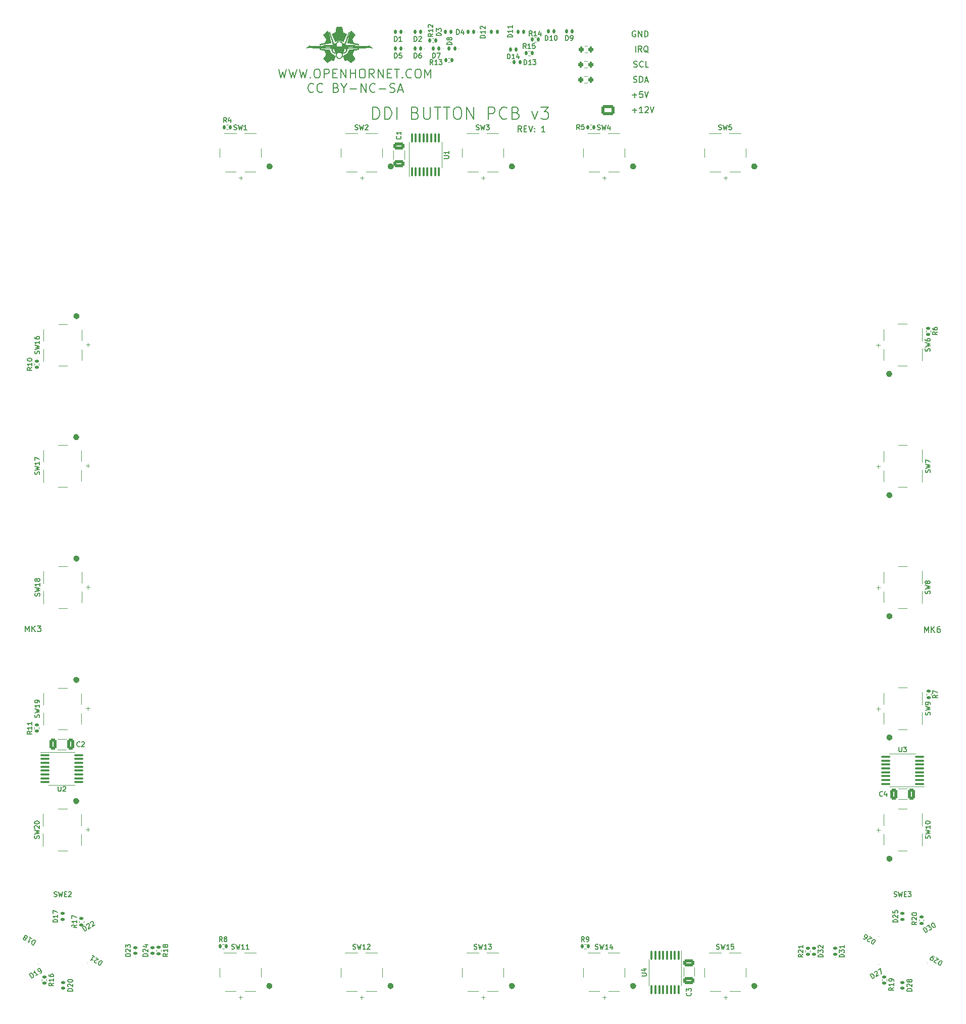
<source format=gbr>
%TF.GenerationSoftware,KiCad,Pcbnew,(6.0.9)*%
%TF.CreationDate,2023-01-21T08:26:38-09:00*%
%TF.ProjectId,DDI,4444492e-6b69-4636-9164-5f7063625858,rev?*%
%TF.SameCoordinates,Original*%
%TF.FileFunction,Legend,Top*%
%TF.FilePolarity,Positive*%
%FSLAX46Y46*%
G04 Gerber Fmt 4.6, Leading zero omitted, Abs format (unit mm)*
G04 Created by KiCad (PCBNEW (6.0.9)) date 2023-01-21 08:26:38*
%MOMM*%
%LPD*%
G01*
G04 APERTURE LIST*
G04 Aperture macros list*
%AMRoundRect*
0 Rectangle with rounded corners*
0 $1 Rounding radius*
0 $2 $3 $4 $5 $6 $7 $8 $9 X,Y pos of 4 corners*
0 Add a 4 corners polygon primitive as box body*
4,1,4,$2,$3,$4,$5,$6,$7,$8,$9,$2,$3,0*
0 Add four circle primitives for the rounded corners*
1,1,$1+$1,$2,$3*
1,1,$1+$1,$4,$5*
1,1,$1+$1,$6,$7*
1,1,$1+$1,$8,$9*
0 Add four rect primitives between the rounded corners*
20,1,$1+$1,$2,$3,$4,$5,0*
20,1,$1+$1,$4,$5,$6,$7,0*
20,1,$1+$1,$6,$7,$8,$9,0*
20,1,$1+$1,$8,$9,$2,$3,0*%
G04 Aperture macros list end*
%ADD10C,0.200000*%
%ADD11C,0.150000*%
%ADD12C,0.120000*%
%ADD13C,0.100000*%
%ADD14C,0.010000*%
%ADD15RoundRect,0.100000X0.100000X-0.637500X0.100000X0.637500X-0.100000X0.637500X-0.100000X-0.637500X0*%
%ADD16RoundRect,0.100000X-0.637500X-0.100000X0.637500X-0.100000X0.637500X0.100000X-0.637500X0.100000X0*%
%ADD17RoundRect,0.100000X0.637500X0.100000X-0.637500X0.100000X-0.637500X-0.100000X0.637500X-0.100000X0*%
%ADD18RoundRect,0.100000X-0.100000X0.637500X-0.100000X-0.637500X0.100000X-0.637500X0.100000X0.637500X0*%
%ADD19RoundRect,0.200000X-0.200000X-0.275000X0.200000X-0.275000X0.200000X0.275000X-0.200000X0.275000X0*%
%ADD20RoundRect,0.250000X-0.650000X0.325000X-0.650000X-0.325000X0.650000X-0.325000X0.650000X0.325000X0*%
%ADD21RoundRect,0.250000X0.325000X0.650000X-0.325000X0.650000X-0.325000X-0.650000X0.325000X-0.650000X0*%
%ADD22RoundRect,0.250000X0.650000X-0.325000X0.650000X0.325000X-0.650000X0.325000X-0.650000X-0.325000X0*%
%ADD23RoundRect,0.250000X-0.325000X-0.650000X0.325000X-0.650000X0.325000X0.650000X-0.325000X0.650000X0*%
%ADD24RoundRect,0.135000X-0.135000X-0.185000X0.135000X-0.185000X0.135000X0.185000X-0.135000X0.185000X0*%
%ADD25RoundRect,0.135000X-0.185000X0.135000X-0.185000X-0.135000X0.185000X-0.135000X0.185000X0.135000X0*%
%ADD26RoundRect,0.135000X0.185000X-0.135000X0.185000X0.135000X-0.185000X0.135000X-0.185000X-0.135000X0*%
%ADD27RoundRect,0.135000X0.135000X0.185000X-0.135000X0.185000X-0.135000X-0.185000X0.135000X-0.185000X0*%
%ADD28RoundRect,0.147500X0.147500X0.172500X-0.147500X0.172500X-0.147500X-0.172500X0.147500X-0.172500X0*%
%ADD29RoundRect,0.147500X-0.147500X-0.172500X0.147500X-0.172500X0.147500X0.172500X-0.147500X0.172500X0*%
%ADD30RoundRect,0.147500X0.172500X-0.147500X0.172500X0.147500X-0.172500X0.147500X-0.172500X-0.147500X0*%
%ADD31RoundRect,0.147500X0.213989X0.075639X-0.041489X0.223139X-0.213989X-0.075639X0.041489X-0.223139X0*%
%ADD32RoundRect,0.147500X0.041489X0.223139X-0.213989X0.075639X-0.041489X-0.223139X0.213989X-0.075639X0*%
%ADD33RoundRect,0.147500X-0.172500X0.147500X-0.172500X-0.147500X0.172500X-0.147500X0.172500X0.147500X0*%
%ADD34RoundRect,0.147500X-0.213989X-0.075639X0.041489X-0.223139X0.213989X0.075639X-0.041489X0.223139X0*%
%ADD35RoundRect,0.147500X-0.041489X-0.223139X0.213989X-0.075639X0.041489X0.223139X-0.213989X0.075639X0*%
%ADD36C,2.000000*%
%ADD37C,1.524000*%
%ADD38C,4.300000*%
%ADD39C,8.400000*%
%ADD40C,7.540752*%
%ADD41C,2.381250*%
%ADD42RoundRect,0.249999X0.845001X-0.620001X0.845001X0.620001X-0.845001X0.620001X-0.845001X-0.620001X0*%
%ADD43O,2.190000X1.740000*%
G04 APERTURE END LIST*
D10*
X44911537Y-7630986D02*
X45268680Y-9130986D01*
X45554394Y-8059557D01*
X45840108Y-9130986D01*
X46197251Y-7630986D01*
X46625823Y-7630986D02*
X46982966Y-9130986D01*
X47268680Y-8059557D01*
X47554394Y-9130986D01*
X47911537Y-7630986D01*
X48340108Y-7630986D02*
X48697251Y-9130986D01*
X48982966Y-8059557D01*
X49268680Y-9130986D01*
X49625823Y-7630986D01*
X50197251Y-8988129D02*
X50268680Y-9059557D01*
X50197251Y-9130986D01*
X50125823Y-9059557D01*
X50197251Y-8988129D01*
X50197251Y-9130986D01*
X51197251Y-7630986D02*
X51482966Y-7630986D01*
X51625823Y-7702414D01*
X51768680Y-7845272D01*
X51840108Y-8130986D01*
X51840108Y-8630986D01*
X51768680Y-8916700D01*
X51625823Y-9059557D01*
X51482966Y-9130986D01*
X51197251Y-9130986D01*
X51054394Y-9059557D01*
X50911537Y-8916700D01*
X50840108Y-8630986D01*
X50840108Y-8130986D01*
X50911537Y-7845272D01*
X51054394Y-7702414D01*
X51197251Y-7630986D01*
X52482966Y-9130986D02*
X52482966Y-7630986D01*
X53054394Y-7630986D01*
X53197251Y-7702414D01*
X53268680Y-7773843D01*
X53340108Y-7916700D01*
X53340108Y-8130986D01*
X53268680Y-8273843D01*
X53197251Y-8345272D01*
X53054394Y-8416700D01*
X52482966Y-8416700D01*
X53982966Y-8345272D02*
X54482966Y-8345272D01*
X54697251Y-9130986D02*
X53982966Y-9130986D01*
X53982966Y-7630986D01*
X54697251Y-7630986D01*
X55340108Y-9130986D02*
X55340108Y-7630986D01*
X56197251Y-9130986D01*
X56197251Y-7630986D01*
X56911537Y-9130986D02*
X56911537Y-7630986D01*
X56911537Y-8345272D02*
X57768680Y-8345272D01*
X57768680Y-9130986D02*
X57768680Y-7630986D01*
X58768680Y-7630986D02*
X59054394Y-7630986D01*
X59197251Y-7702414D01*
X59340108Y-7845272D01*
X59411537Y-8130986D01*
X59411537Y-8630986D01*
X59340108Y-8916700D01*
X59197251Y-9059557D01*
X59054394Y-9130986D01*
X58768680Y-9130986D01*
X58625823Y-9059557D01*
X58482965Y-8916700D01*
X58411537Y-8630986D01*
X58411537Y-8130986D01*
X58482965Y-7845272D01*
X58625823Y-7702414D01*
X58768680Y-7630986D01*
X60911537Y-9130986D02*
X60411537Y-8416700D01*
X60054394Y-9130986D02*
X60054394Y-7630986D01*
X60625823Y-7630986D01*
X60768680Y-7702414D01*
X60840108Y-7773843D01*
X60911537Y-7916700D01*
X60911537Y-8130986D01*
X60840108Y-8273843D01*
X60768680Y-8345272D01*
X60625823Y-8416700D01*
X60054394Y-8416700D01*
X61554394Y-9130986D02*
X61554394Y-7630986D01*
X62411537Y-9130986D01*
X62411537Y-7630986D01*
X63125823Y-8345272D02*
X63625823Y-8345272D01*
X63840108Y-9130986D02*
X63125823Y-9130986D01*
X63125823Y-7630986D01*
X63840108Y-7630986D01*
X64268680Y-7630986D02*
X65125823Y-7630986D01*
X64697251Y-9130986D02*
X64697251Y-7630986D01*
X65625823Y-8988129D02*
X65697251Y-9059557D01*
X65625823Y-9130986D01*
X65554394Y-9059557D01*
X65625823Y-8988129D01*
X65625823Y-9130986D01*
X67197251Y-8988129D02*
X67125823Y-9059557D01*
X66911537Y-9130986D01*
X66768680Y-9130986D01*
X66554394Y-9059557D01*
X66411537Y-8916700D01*
X66340108Y-8773843D01*
X66268680Y-8488129D01*
X66268680Y-8273843D01*
X66340108Y-7988129D01*
X66411537Y-7845272D01*
X66554394Y-7702414D01*
X66768680Y-7630986D01*
X66911537Y-7630986D01*
X67125823Y-7702414D01*
X67197251Y-7773843D01*
X68125823Y-7630986D02*
X68411537Y-7630986D01*
X68554394Y-7702414D01*
X68697251Y-7845272D01*
X68768680Y-8130986D01*
X68768680Y-8630986D01*
X68697251Y-8916700D01*
X68554394Y-9059557D01*
X68411537Y-9130986D01*
X68125823Y-9130986D01*
X67982965Y-9059557D01*
X67840108Y-8916700D01*
X67768680Y-8630986D01*
X67768680Y-8130986D01*
X67840108Y-7845272D01*
X67982965Y-7702414D01*
X68125823Y-7630986D01*
X69411537Y-9130986D02*
X69411537Y-7630986D01*
X69911537Y-8702414D01*
X70411537Y-7630986D01*
X70411537Y-9130986D01*
X50732966Y-11403129D02*
X50661537Y-11474557D01*
X50447251Y-11545986D01*
X50304394Y-11545986D01*
X50090108Y-11474557D01*
X49947251Y-11331700D01*
X49875823Y-11188843D01*
X49804394Y-10903129D01*
X49804394Y-10688843D01*
X49875823Y-10403129D01*
X49947251Y-10260272D01*
X50090108Y-10117414D01*
X50304394Y-10045986D01*
X50447251Y-10045986D01*
X50661537Y-10117414D01*
X50732966Y-10188843D01*
X52232966Y-11403129D02*
X52161537Y-11474557D01*
X51947251Y-11545986D01*
X51804394Y-11545986D01*
X51590108Y-11474557D01*
X51447251Y-11331700D01*
X51375823Y-11188843D01*
X51304394Y-10903129D01*
X51304394Y-10688843D01*
X51375823Y-10403129D01*
X51447251Y-10260272D01*
X51590108Y-10117414D01*
X51804394Y-10045986D01*
X51947251Y-10045986D01*
X52161537Y-10117414D01*
X52232966Y-10188843D01*
X54518680Y-10760272D02*
X54732966Y-10831700D01*
X54804394Y-10903129D01*
X54875823Y-11045986D01*
X54875823Y-11260272D01*
X54804394Y-11403129D01*
X54732966Y-11474557D01*
X54590108Y-11545986D01*
X54018680Y-11545986D01*
X54018680Y-10045986D01*
X54518680Y-10045986D01*
X54661537Y-10117414D01*
X54732966Y-10188843D01*
X54804394Y-10331700D01*
X54804394Y-10474557D01*
X54732966Y-10617414D01*
X54661537Y-10688843D01*
X54518680Y-10760272D01*
X54018680Y-10760272D01*
X55804394Y-10831700D02*
X55804394Y-11545986D01*
X55304394Y-10045986D02*
X55804394Y-10831700D01*
X56304394Y-10045986D01*
X56804394Y-10974557D02*
X57947251Y-10974557D01*
X58661537Y-11545986D02*
X58661537Y-10045986D01*
X59518680Y-11545986D01*
X59518680Y-10045986D01*
X61090108Y-11403129D02*
X61018680Y-11474557D01*
X60804394Y-11545986D01*
X60661537Y-11545986D01*
X60447251Y-11474557D01*
X60304394Y-11331700D01*
X60232966Y-11188843D01*
X60161537Y-10903129D01*
X60161537Y-10688843D01*
X60232966Y-10403129D01*
X60304394Y-10260272D01*
X60447251Y-10117414D01*
X60661537Y-10045986D01*
X60804394Y-10045986D01*
X61018680Y-10117414D01*
X61090108Y-10188843D01*
X61732966Y-10974557D02*
X62875823Y-10974557D01*
X63518680Y-11474557D02*
X63732966Y-11545986D01*
X64090108Y-11545986D01*
X64232966Y-11474557D01*
X64304394Y-11403129D01*
X64375823Y-11260272D01*
X64375823Y-11117414D01*
X64304394Y-10974557D01*
X64232966Y-10903129D01*
X64090108Y-10831700D01*
X63804394Y-10760272D01*
X63661537Y-10688843D01*
X63590108Y-10617414D01*
X63518680Y-10474557D01*
X63518680Y-10331700D01*
X63590108Y-10188843D01*
X63661537Y-10117414D01*
X63804394Y-10045986D01*
X64161537Y-10045986D01*
X64375823Y-10117414D01*
X64947251Y-11117414D02*
X65661537Y-11117414D01*
X64804394Y-11545986D02*
X65304394Y-10045986D01*
X65804394Y-11545986D01*
D11*
X85596299Y-18162295D02*
X85262966Y-17686105D01*
X85024870Y-18162295D02*
X85024870Y-17162295D01*
X85405823Y-17162295D01*
X85501061Y-17209914D01*
X85548680Y-17257534D01*
X85596299Y-17352772D01*
X85596299Y-17495629D01*
X85548680Y-17590867D01*
X85501061Y-17638486D01*
X85405823Y-17686105D01*
X85024870Y-17686105D01*
X86024870Y-17638486D02*
X86358204Y-17638486D01*
X86501061Y-18162295D02*
X86024870Y-18162295D01*
X86024870Y-17162295D01*
X86501061Y-17162295D01*
X86786775Y-17162295D02*
X87120108Y-18162295D01*
X87453442Y-17162295D01*
X87786775Y-18067057D02*
X87834394Y-18114676D01*
X87786775Y-18162295D01*
X87739156Y-18114676D01*
X87786775Y-18067057D01*
X87786775Y-18162295D01*
X87786775Y-17543248D02*
X87834394Y-17590867D01*
X87786775Y-17638486D01*
X87739156Y-17590867D01*
X87786775Y-17543248D01*
X87786775Y-17638486D01*
X89548680Y-18162295D02*
X88977251Y-18162295D01*
X89262966Y-18162295D02*
X89262966Y-17162295D01*
X89167727Y-17305153D01*
X89072489Y-17400391D01*
X88977251Y-17448010D01*
D10*
X60686399Y-16025676D02*
X60686399Y-14025676D01*
X61162589Y-14025676D01*
X61448304Y-14120914D01*
X61638780Y-14311391D01*
X61734018Y-14501867D01*
X61829256Y-14882819D01*
X61829256Y-15168534D01*
X61734018Y-15549486D01*
X61638780Y-15739962D01*
X61448304Y-15930438D01*
X61162589Y-16025676D01*
X60686399Y-16025676D01*
X62686399Y-16025676D02*
X62686399Y-14025676D01*
X63162589Y-14025676D01*
X63448304Y-14120914D01*
X63638780Y-14311391D01*
X63734018Y-14501867D01*
X63829256Y-14882819D01*
X63829256Y-15168534D01*
X63734018Y-15549486D01*
X63638780Y-15739962D01*
X63448304Y-15930438D01*
X63162589Y-16025676D01*
X62686399Y-16025676D01*
X64686399Y-16025676D02*
X64686399Y-14025676D01*
X67829256Y-14978057D02*
X68114970Y-15073295D01*
X68210208Y-15168534D01*
X68305446Y-15359010D01*
X68305446Y-15644724D01*
X68210208Y-15835200D01*
X68114970Y-15930438D01*
X67924494Y-16025676D01*
X67162589Y-16025676D01*
X67162589Y-14025676D01*
X67829256Y-14025676D01*
X68019732Y-14120914D01*
X68114970Y-14216153D01*
X68210208Y-14406629D01*
X68210208Y-14597105D01*
X68114970Y-14787581D01*
X68019732Y-14882819D01*
X67829256Y-14978057D01*
X67162589Y-14978057D01*
X69162589Y-14025676D02*
X69162589Y-15644724D01*
X69257827Y-15835200D01*
X69353066Y-15930438D01*
X69543542Y-16025676D01*
X69924494Y-16025676D01*
X70114970Y-15930438D01*
X70210208Y-15835200D01*
X70305446Y-15644724D01*
X70305446Y-14025676D01*
X70972113Y-14025676D02*
X72114970Y-14025676D01*
X71543542Y-16025676D02*
X71543542Y-14025676D01*
X72495923Y-14025676D02*
X73638780Y-14025676D01*
X73067351Y-16025676D02*
X73067351Y-14025676D01*
X74686399Y-14025676D02*
X75067351Y-14025676D01*
X75257827Y-14120914D01*
X75448304Y-14311391D01*
X75543542Y-14692343D01*
X75543542Y-15359010D01*
X75448304Y-15739962D01*
X75257827Y-15930438D01*
X75067351Y-16025676D01*
X74686399Y-16025676D01*
X74495923Y-15930438D01*
X74305446Y-15739962D01*
X74210208Y-15359010D01*
X74210208Y-14692343D01*
X74305446Y-14311391D01*
X74495923Y-14120914D01*
X74686399Y-14025676D01*
X76400685Y-16025676D02*
X76400685Y-14025676D01*
X77543542Y-16025676D01*
X77543542Y-14025676D01*
X80019732Y-16025676D02*
X80019732Y-14025676D01*
X80781637Y-14025676D01*
X80972113Y-14120914D01*
X81067351Y-14216153D01*
X81162589Y-14406629D01*
X81162589Y-14692343D01*
X81067351Y-14882819D01*
X80972113Y-14978057D01*
X80781637Y-15073295D01*
X80019732Y-15073295D01*
X83162589Y-15835200D02*
X83067351Y-15930438D01*
X82781637Y-16025676D01*
X82591161Y-16025676D01*
X82305446Y-15930438D01*
X82114970Y-15739962D01*
X82019732Y-15549486D01*
X81924494Y-15168534D01*
X81924494Y-14882819D01*
X82019732Y-14501867D01*
X82114970Y-14311391D01*
X82305446Y-14120914D01*
X82591161Y-14025676D01*
X82781637Y-14025676D01*
X83067351Y-14120914D01*
X83162589Y-14216153D01*
X84686399Y-14978057D02*
X84972113Y-15073295D01*
X85067351Y-15168534D01*
X85162589Y-15359010D01*
X85162589Y-15644724D01*
X85067351Y-15835200D01*
X84972113Y-15930438D01*
X84781637Y-16025676D01*
X84019732Y-16025676D01*
X84019732Y-14025676D01*
X84686399Y-14025676D01*
X84876875Y-14120914D01*
X84972113Y-14216153D01*
X85067351Y-14406629D01*
X85067351Y-14597105D01*
X84972113Y-14787581D01*
X84876875Y-14882819D01*
X84686399Y-14978057D01*
X84019732Y-14978057D01*
X87353066Y-14692343D02*
X87829256Y-16025676D01*
X88305446Y-14692343D01*
X88876875Y-14025676D02*
X90114970Y-14025676D01*
X89448304Y-14787581D01*
X89734018Y-14787581D01*
X89924494Y-14882819D01*
X90019732Y-14978057D01*
X90114970Y-15168534D01*
X90114970Y-15644724D01*
X90019732Y-15835200D01*
X89924494Y-15930438D01*
X89734018Y-16025676D01*
X89162589Y-16025676D01*
X88972113Y-15930438D01*
X88876875Y-15835200D01*
D11*
X104719851Y-1285914D02*
X104624613Y-1238295D01*
X104481756Y-1238295D01*
X104338899Y-1285914D01*
X104243661Y-1381153D01*
X104196042Y-1476391D01*
X104148423Y-1666867D01*
X104148423Y-1809724D01*
X104196042Y-2000200D01*
X104243661Y-2095438D01*
X104338899Y-2190676D01*
X104481756Y-2238295D01*
X104576994Y-2238295D01*
X104719851Y-2190676D01*
X104767470Y-2143057D01*
X104767470Y-1809724D01*
X104576994Y-1809724D01*
X105196042Y-2238295D02*
X105196042Y-1238295D01*
X105767470Y-2238295D01*
X105767470Y-1238295D01*
X106243661Y-2238295D02*
X106243661Y-1238295D01*
X106481756Y-1238295D01*
X106624613Y-1285914D01*
X106719851Y-1381153D01*
X106767470Y-1476391D01*
X106815089Y-1666867D01*
X106815089Y-1809724D01*
X106767470Y-2000200D01*
X106719851Y-2095438D01*
X106624613Y-2190676D01*
X106481756Y-2238295D01*
X106243661Y-2238295D01*
X104386518Y-9810676D02*
X104529375Y-9858295D01*
X104767470Y-9858295D01*
X104862708Y-9810676D01*
X104910327Y-9763057D01*
X104957946Y-9667819D01*
X104957946Y-9572581D01*
X104910327Y-9477343D01*
X104862708Y-9429724D01*
X104767470Y-9382105D01*
X104576994Y-9334486D01*
X104481756Y-9286867D01*
X104434137Y-9239248D01*
X104386518Y-9144010D01*
X104386518Y-9048772D01*
X104434137Y-8953534D01*
X104481756Y-8905914D01*
X104576994Y-8858295D01*
X104815089Y-8858295D01*
X104957946Y-8905914D01*
X105386518Y-9858295D02*
X105386518Y-8858295D01*
X105624613Y-8858295D01*
X105767470Y-8905914D01*
X105862708Y-9001153D01*
X105910327Y-9096391D01*
X105957946Y-9286867D01*
X105957946Y-9429724D01*
X105910327Y-9620200D01*
X105862708Y-9715438D01*
X105767470Y-9810676D01*
X105624613Y-9858295D01*
X105386518Y-9858295D01*
X106338899Y-9572581D02*
X106815089Y-9572581D01*
X106243661Y-9858295D02*
X106576994Y-8858295D01*
X106910327Y-9858295D01*
X104173661Y-14557343D02*
X104935566Y-14557343D01*
X104554613Y-14938295D02*
X104554613Y-14176391D01*
X105935566Y-14938295D02*
X105364137Y-14938295D01*
X105649851Y-14938295D02*
X105649851Y-13938295D01*
X105554613Y-14081153D01*
X105459375Y-14176391D01*
X105364137Y-14224010D01*
X106316518Y-14033534D02*
X106364137Y-13985914D01*
X106459375Y-13938295D01*
X106697470Y-13938295D01*
X106792708Y-13985914D01*
X106840327Y-14033534D01*
X106887946Y-14128772D01*
X106887946Y-14224010D01*
X106840327Y-14366867D01*
X106268899Y-14938295D01*
X106887946Y-14938295D01*
X107173661Y-13938295D02*
X107506994Y-14938295D01*
X107840327Y-13938295D01*
X104434137Y-7270676D02*
X104576994Y-7318295D01*
X104815089Y-7318295D01*
X104910327Y-7270676D01*
X104957946Y-7223057D01*
X105005566Y-7127819D01*
X105005566Y-7032581D01*
X104957946Y-6937343D01*
X104910327Y-6889724D01*
X104815089Y-6842105D01*
X104624613Y-6794486D01*
X104529375Y-6746867D01*
X104481756Y-6699248D01*
X104434137Y-6604010D01*
X104434137Y-6508772D01*
X104481756Y-6413534D01*
X104529375Y-6365914D01*
X104624613Y-6318295D01*
X104862708Y-6318295D01*
X105005566Y-6365914D01*
X106005566Y-7223057D02*
X105957946Y-7270676D01*
X105815089Y-7318295D01*
X105719851Y-7318295D01*
X105576994Y-7270676D01*
X105481756Y-7175438D01*
X105434137Y-7080200D01*
X105386518Y-6889724D01*
X105386518Y-6746867D01*
X105434137Y-6556391D01*
X105481756Y-6461153D01*
X105576994Y-6365914D01*
X105719851Y-6318295D01*
X105815089Y-6318295D01*
X105957946Y-6365914D01*
X106005566Y-6413534D01*
X106910327Y-7318295D02*
X106434137Y-7318295D01*
X106434137Y-6318295D01*
X104719851Y-4778295D02*
X104719851Y-3778295D01*
X105767470Y-4778295D02*
X105434137Y-4302105D01*
X105196042Y-4778295D02*
X105196042Y-3778295D01*
X105576994Y-3778295D01*
X105672232Y-3825914D01*
X105719851Y-3873534D01*
X105767470Y-3968772D01*
X105767470Y-4111629D01*
X105719851Y-4206867D01*
X105672232Y-4254486D01*
X105576994Y-4302105D01*
X105196042Y-4302105D01*
X106862708Y-4873534D02*
X106767470Y-4825914D01*
X106672232Y-4730676D01*
X106529375Y-4587819D01*
X106434137Y-4540200D01*
X106338899Y-4540200D01*
X106386518Y-4778295D02*
X106291280Y-4730676D01*
X106196042Y-4635438D01*
X106148423Y-4444962D01*
X106148423Y-4111629D01*
X106196042Y-3921153D01*
X106291280Y-3825914D01*
X106386518Y-3778295D01*
X106576994Y-3778295D01*
X106672232Y-3825914D01*
X106767470Y-3921153D01*
X106815089Y-4111629D01*
X106815089Y-4444962D01*
X106767470Y-4635438D01*
X106672232Y-4730676D01*
X106576994Y-4778295D01*
X106386518Y-4778295D01*
X104196042Y-12017343D02*
X104957946Y-12017343D01*
X104576994Y-12398295D02*
X104576994Y-11636391D01*
X105910327Y-11398295D02*
X105434137Y-11398295D01*
X105386518Y-11874486D01*
X105434137Y-11826867D01*
X105529375Y-11779248D01*
X105767470Y-11779248D01*
X105862708Y-11826867D01*
X105910327Y-11874486D01*
X105957946Y-11969724D01*
X105957946Y-12207819D01*
X105910327Y-12303057D01*
X105862708Y-12350676D01*
X105767470Y-12398295D01*
X105529375Y-12398295D01*
X105434137Y-12350676D01*
X105386518Y-12303057D01*
X106243661Y-11398295D02*
X106576994Y-12398295D01*
X106910327Y-11398295D01*
%TO.C,U1*%
X72612793Y-22621178D02*
X73260412Y-22621178D01*
X73336603Y-22583083D01*
X73374698Y-22544988D01*
X73412793Y-22468797D01*
X73412793Y-22316416D01*
X73374698Y-22240226D01*
X73336603Y-22202131D01*
X73260412Y-22164035D01*
X72612793Y-22164035D01*
X73412793Y-21364035D02*
X73412793Y-21821178D01*
X73412793Y-21592607D02*
X72612793Y-21592607D01*
X72727079Y-21668797D01*
X72803269Y-21744988D01*
X72841365Y-21821178D01*
%TO.C,U2*%
X7920307Y-127872559D02*
X7920307Y-128520178D01*
X7958402Y-128596369D01*
X7996497Y-128634464D01*
X8072688Y-128672559D01*
X8225069Y-128672559D01*
X8301259Y-128634464D01*
X8339354Y-128596369D01*
X8377450Y-128520178D01*
X8377450Y-127872559D01*
X8720307Y-127948750D02*
X8758402Y-127910654D01*
X8834592Y-127872559D01*
X9025069Y-127872559D01*
X9101259Y-127910654D01*
X9139354Y-127948750D01*
X9177450Y-128024940D01*
X9177450Y-128101131D01*
X9139354Y-128215416D01*
X8682211Y-128672559D01*
X9177450Y-128672559D01*
%TO.C,U3*%
X148890307Y-121268559D02*
X148890307Y-121916178D01*
X148928402Y-121992369D01*
X148966497Y-122030464D01*
X149042688Y-122068559D01*
X149195069Y-122068559D01*
X149271259Y-122030464D01*
X149309354Y-121992369D01*
X149347450Y-121916178D01*
X149347450Y-121268559D01*
X149652211Y-121268559D02*
X150147450Y-121268559D01*
X149880783Y-121573321D01*
X149995069Y-121573321D01*
X150071259Y-121611416D01*
X150109354Y-121649512D01*
X150147450Y-121725702D01*
X150147450Y-121916178D01*
X150109354Y-121992369D01*
X150071259Y-122030464D01*
X149995069Y-122068559D01*
X149766497Y-122068559D01*
X149690307Y-122030464D01*
X149652211Y-121992369D01*
%TO.C,U4*%
X105754735Y-159628778D02*
X106402354Y-159628778D01*
X106478545Y-159590683D01*
X106516640Y-159552588D01*
X106554735Y-159476397D01*
X106554735Y-159324016D01*
X106516640Y-159247826D01*
X106478545Y-159209731D01*
X106402354Y-159171635D01*
X105754735Y-159171635D01*
X106021402Y-158447826D02*
X106554735Y-158447826D01*
X105716640Y-158638302D02*
X106288069Y-158828778D01*
X106288069Y-158333540D01*
%TO.C,C1*%
X65335603Y-18884263D02*
X65373698Y-18922358D01*
X65411793Y-19036644D01*
X65411793Y-19112834D01*
X65373698Y-19227120D01*
X65297508Y-19303310D01*
X65221317Y-19341406D01*
X65068936Y-19379501D01*
X64954650Y-19379501D01*
X64802269Y-19341406D01*
X64726079Y-19303310D01*
X64649889Y-19227120D01*
X64611793Y-19112834D01*
X64611793Y-19036644D01*
X64649889Y-18922358D01*
X64687984Y-18884263D01*
X65411793Y-18122358D02*
X65411793Y-18579501D01*
X65411793Y-18350929D02*
X64611793Y-18350929D01*
X64726079Y-18427120D01*
X64802269Y-18503310D01*
X64840365Y-18579501D01*
%TO.C,C2*%
X11571497Y-121103369D02*
X11533402Y-121141464D01*
X11419116Y-121179559D01*
X11342926Y-121179559D01*
X11228640Y-121141464D01*
X11152450Y-121065274D01*
X11114354Y-120989083D01*
X11076259Y-120836702D01*
X11076259Y-120722416D01*
X11114354Y-120570035D01*
X11152450Y-120493845D01*
X11228640Y-120417654D01*
X11342926Y-120379559D01*
X11419116Y-120379559D01*
X11533402Y-120417654D01*
X11571497Y-120455750D01*
X11876259Y-120455750D02*
X11914354Y-120417654D01*
X11990545Y-120379559D01*
X12181021Y-120379559D01*
X12257211Y-120417654D01*
X12295307Y-120455750D01*
X12333402Y-120531940D01*
X12333402Y-120608131D01*
X12295307Y-120722416D01*
X11838164Y-121179559D01*
X12333402Y-121179559D01*
%TO.C,C3*%
X113971545Y-162479988D02*
X114009640Y-162518083D01*
X114047735Y-162632369D01*
X114047735Y-162708559D01*
X114009640Y-162822845D01*
X113933450Y-162899035D01*
X113857259Y-162937131D01*
X113704878Y-162975226D01*
X113590592Y-162975226D01*
X113438211Y-162937131D01*
X113362021Y-162899035D01*
X113285831Y-162822845D01*
X113247735Y-162708559D01*
X113247735Y-162632369D01*
X113285831Y-162518083D01*
X113323926Y-162479988D01*
X113247735Y-162213321D02*
X113247735Y-161718083D01*
X113552497Y-161984750D01*
X113552497Y-161870464D01*
X113590592Y-161794274D01*
X113628688Y-161756178D01*
X113704878Y-161718083D01*
X113895354Y-161718083D01*
X113971545Y-161756178D01*
X114009640Y-161794274D01*
X114047735Y-161870464D01*
X114047735Y-162099035D01*
X114009640Y-162175226D01*
X113971545Y-162213321D01*
%TO.C,C4*%
X146127997Y-129421869D02*
X146089902Y-129459964D01*
X145975616Y-129498059D01*
X145899426Y-129498059D01*
X145785140Y-129459964D01*
X145708950Y-129383774D01*
X145670854Y-129307583D01*
X145632759Y-129155202D01*
X145632759Y-129040916D01*
X145670854Y-128888535D01*
X145708950Y-128812345D01*
X145785140Y-128736154D01*
X145899426Y-128698059D01*
X145975616Y-128698059D01*
X146089902Y-128736154D01*
X146127997Y-128774250D01*
X146813711Y-128964726D02*
X146813711Y-129498059D01*
X146623235Y-128659964D02*
X146432759Y-129231393D01*
X146927997Y-129231393D01*
%TO.C,R4*%
X36145997Y-16568059D02*
X35879331Y-16187107D01*
X35688854Y-16568059D02*
X35688854Y-15768059D01*
X35993616Y-15768059D01*
X36069807Y-15806154D01*
X36107902Y-15844250D01*
X36145997Y-15920440D01*
X36145997Y-16034726D01*
X36107902Y-16110916D01*
X36069807Y-16149012D01*
X35993616Y-16187107D01*
X35688854Y-16187107D01*
X36831711Y-16034726D02*
X36831711Y-16568059D01*
X36641235Y-15729964D02*
X36450759Y-16301393D01*
X36945997Y-16301393D01*
%TO.C,R5*%
X95327997Y-17738059D02*
X95061331Y-17357107D01*
X94870854Y-17738059D02*
X94870854Y-16938059D01*
X95175616Y-16938059D01*
X95251807Y-16976154D01*
X95289902Y-17014250D01*
X95327997Y-17090440D01*
X95327997Y-17204726D01*
X95289902Y-17280916D01*
X95251807Y-17319012D01*
X95175616Y-17357107D01*
X94870854Y-17357107D01*
X96051807Y-16938059D02*
X95670854Y-16938059D01*
X95632759Y-17319012D01*
X95670854Y-17280916D01*
X95747045Y-17242821D01*
X95937521Y-17242821D01*
X96013711Y-17280916D01*
X96051807Y-17319012D01*
X96089902Y-17395202D01*
X96089902Y-17585678D01*
X96051807Y-17661869D01*
X96013711Y-17699964D01*
X95937521Y-17738059D01*
X95747045Y-17738059D01*
X95670854Y-17699964D01*
X95632759Y-17661869D01*
%TO.C,R6*%
X155322735Y-51672488D02*
X154941783Y-51939154D01*
X155322735Y-52129631D02*
X154522735Y-52129631D01*
X154522735Y-51824869D01*
X154560831Y-51748678D01*
X154598926Y-51710583D01*
X154675116Y-51672488D01*
X154789402Y-51672488D01*
X154865592Y-51710583D01*
X154903688Y-51748678D01*
X154941783Y-51824869D01*
X154941783Y-52129631D01*
X154522735Y-50986774D02*
X154522735Y-51139154D01*
X154560831Y-51215345D01*
X154598926Y-51253440D01*
X154713211Y-51329631D01*
X154865592Y-51367726D01*
X155170354Y-51367726D01*
X155246545Y-51329631D01*
X155284640Y-51291535D01*
X155322735Y-51215345D01*
X155322735Y-51062964D01*
X155284640Y-50986774D01*
X155246545Y-50948678D01*
X155170354Y-50910583D01*
X154979878Y-50910583D01*
X154903688Y-50948678D01*
X154865592Y-50986774D01*
X154827497Y-51062964D01*
X154827497Y-51215345D01*
X154865592Y-51291535D01*
X154903688Y-51329631D01*
X154979878Y-51367726D01*
%TO.C,R7*%
X155386235Y-112568988D02*
X155005283Y-112835654D01*
X155386235Y-113026131D02*
X154586235Y-113026131D01*
X154586235Y-112721369D01*
X154624331Y-112645178D01*
X154662426Y-112607083D01*
X154738616Y-112568988D01*
X154852902Y-112568988D01*
X154929092Y-112607083D01*
X154967188Y-112645178D01*
X155005283Y-112721369D01*
X155005283Y-113026131D01*
X154586235Y-112302321D02*
X154586235Y-111768988D01*
X155386235Y-112111845D01*
%TO.C,R8*%
X35447497Y-153855059D02*
X35180831Y-153474107D01*
X34990354Y-153855059D02*
X34990354Y-153055059D01*
X35295116Y-153055059D01*
X35371307Y-153093154D01*
X35409402Y-153131250D01*
X35447497Y-153207440D01*
X35447497Y-153321726D01*
X35409402Y-153397916D01*
X35371307Y-153436012D01*
X35295116Y-153474107D01*
X34990354Y-153474107D01*
X35904640Y-153397916D02*
X35828450Y-153359821D01*
X35790354Y-153321726D01*
X35752259Y-153245535D01*
X35752259Y-153207440D01*
X35790354Y-153131250D01*
X35828450Y-153093154D01*
X35904640Y-153055059D01*
X36057021Y-153055059D01*
X36133211Y-153093154D01*
X36171307Y-153131250D01*
X36209402Y-153207440D01*
X36209402Y-153245535D01*
X36171307Y-153321726D01*
X36133211Y-153359821D01*
X36057021Y-153397916D01*
X35904640Y-153397916D01*
X35828450Y-153436012D01*
X35790354Y-153474107D01*
X35752259Y-153550297D01*
X35752259Y-153702678D01*
X35790354Y-153778869D01*
X35828450Y-153816964D01*
X35904640Y-153855059D01*
X36057021Y-153855059D01*
X36133211Y-153816964D01*
X36171307Y-153778869D01*
X36209402Y-153702678D01*
X36209402Y-153550297D01*
X36171307Y-153474107D01*
X36133211Y-153436012D01*
X36057021Y-153397916D01*
%TO.C,R9*%
X96153497Y-153855059D02*
X95886831Y-153474107D01*
X95696354Y-153855059D02*
X95696354Y-153055059D01*
X96001116Y-153055059D01*
X96077307Y-153093154D01*
X96115402Y-153131250D01*
X96153497Y-153207440D01*
X96153497Y-153321726D01*
X96115402Y-153397916D01*
X96077307Y-153436012D01*
X96001116Y-153474107D01*
X95696354Y-153474107D01*
X96534450Y-153855059D02*
X96686831Y-153855059D01*
X96763021Y-153816964D01*
X96801116Y-153778869D01*
X96877307Y-153664583D01*
X96915402Y-153512202D01*
X96915402Y-153207440D01*
X96877307Y-153131250D01*
X96839211Y-153093154D01*
X96763021Y-153055059D01*
X96610640Y-153055059D01*
X96534450Y-153093154D01*
X96496354Y-153131250D01*
X96458259Y-153207440D01*
X96458259Y-153397916D01*
X96496354Y-153474107D01*
X96534450Y-153512202D01*
X96610640Y-153550297D01*
X96763021Y-153550297D01*
X96839211Y-153512202D01*
X96877307Y-153474107D01*
X96915402Y-153397916D01*
%TO.C,R10*%
X3530735Y-57641440D02*
X3149783Y-57908107D01*
X3530735Y-58098583D02*
X2730735Y-58098583D01*
X2730735Y-57793821D01*
X2768831Y-57717631D01*
X2806926Y-57679535D01*
X2883116Y-57641440D01*
X2997402Y-57641440D01*
X3073592Y-57679535D01*
X3111688Y-57717631D01*
X3149783Y-57793821D01*
X3149783Y-58098583D01*
X3530735Y-56879535D02*
X3530735Y-57336678D01*
X3530735Y-57108107D02*
X2730735Y-57108107D01*
X2845021Y-57184297D01*
X2921211Y-57260488D01*
X2959307Y-57336678D01*
X2730735Y-56384297D02*
X2730735Y-56308107D01*
X2768831Y-56231916D01*
X2806926Y-56193821D01*
X2883116Y-56155726D01*
X3035497Y-56117631D01*
X3225973Y-56117631D01*
X3378354Y-56155726D01*
X3454545Y-56193821D01*
X3492640Y-56231916D01*
X3530735Y-56308107D01*
X3530735Y-56384297D01*
X3492640Y-56460488D01*
X3454545Y-56498583D01*
X3378354Y-56536678D01*
X3225973Y-56574774D01*
X3035497Y-56574774D01*
X2883116Y-56536678D01*
X2806926Y-56498583D01*
X2768831Y-56460488D01*
X2730735Y-56384297D01*
%TO.C,R11*%
X3530735Y-118601440D02*
X3149783Y-118868107D01*
X3530735Y-119058583D02*
X2730735Y-119058583D01*
X2730735Y-118753821D01*
X2768831Y-118677631D01*
X2806926Y-118639535D01*
X2883116Y-118601440D01*
X2997402Y-118601440D01*
X3073592Y-118639535D01*
X3111688Y-118677631D01*
X3149783Y-118753821D01*
X3149783Y-119058583D01*
X3530735Y-117839535D02*
X3530735Y-118296678D01*
X3530735Y-118068107D02*
X2730735Y-118068107D01*
X2845021Y-118144297D01*
X2921211Y-118220488D01*
X2959307Y-118296678D01*
X3530735Y-117077631D02*
X3530735Y-117534774D01*
X3530735Y-117306202D02*
X2730735Y-117306202D01*
X2845021Y-117382393D01*
X2921211Y-117458583D01*
X2959307Y-117534774D01*
%TO.C,R12*%
X70740735Y-1697940D02*
X70359783Y-1964607D01*
X70740735Y-2155083D02*
X69940735Y-2155083D01*
X69940735Y-1850321D01*
X69978831Y-1774131D01*
X70016926Y-1736035D01*
X70093116Y-1697940D01*
X70207402Y-1697940D01*
X70283592Y-1736035D01*
X70321688Y-1774131D01*
X70359783Y-1850321D01*
X70359783Y-2155083D01*
X70740735Y-936035D02*
X70740735Y-1393178D01*
X70740735Y-1164607D02*
X69940735Y-1164607D01*
X70055021Y-1240797D01*
X70131211Y-1316988D01*
X70169307Y-1393178D01*
X70016926Y-631274D02*
X69978831Y-593178D01*
X69940735Y-516988D01*
X69940735Y-326512D01*
X69978831Y-250321D01*
X70016926Y-212226D01*
X70093116Y-174131D01*
X70169307Y-174131D01*
X70283592Y-212226D01*
X70740735Y-669369D01*
X70740735Y-174131D01*
%TO.C,R13*%
X70753545Y-6879559D02*
X70486878Y-6498607D01*
X70296402Y-6879559D02*
X70296402Y-6079559D01*
X70601164Y-6079559D01*
X70677354Y-6117654D01*
X70715450Y-6155750D01*
X70753545Y-6231940D01*
X70753545Y-6346226D01*
X70715450Y-6422416D01*
X70677354Y-6460512D01*
X70601164Y-6498607D01*
X70296402Y-6498607D01*
X71515450Y-6879559D02*
X71058307Y-6879559D01*
X71286878Y-6879559D02*
X71286878Y-6079559D01*
X71210688Y-6193845D01*
X71134497Y-6270035D01*
X71058307Y-6308131D01*
X71782116Y-6079559D02*
X72277354Y-6079559D01*
X72010688Y-6384321D01*
X72124973Y-6384321D01*
X72201164Y-6422416D01*
X72239259Y-6460512D01*
X72277354Y-6536702D01*
X72277354Y-6727178D01*
X72239259Y-6803369D01*
X72201164Y-6841464D01*
X72124973Y-6879559D01*
X71896402Y-6879559D01*
X71820211Y-6841464D01*
X71782116Y-6803369D01*
%TO.C,R14*%
X87390545Y-2053559D02*
X87123878Y-1672607D01*
X86933402Y-2053559D02*
X86933402Y-1253559D01*
X87238164Y-1253559D01*
X87314354Y-1291654D01*
X87352450Y-1329750D01*
X87390545Y-1405940D01*
X87390545Y-1520226D01*
X87352450Y-1596416D01*
X87314354Y-1634512D01*
X87238164Y-1672607D01*
X86933402Y-1672607D01*
X88152450Y-2053559D02*
X87695307Y-2053559D01*
X87923878Y-2053559D02*
X87923878Y-1253559D01*
X87847688Y-1367845D01*
X87771497Y-1444035D01*
X87695307Y-1482131D01*
X88838164Y-1520226D02*
X88838164Y-2053559D01*
X88647688Y-1215464D02*
X88457211Y-1786893D01*
X88952450Y-1786893D01*
%TO.C,R15*%
X86374545Y-4185559D02*
X86107878Y-3804607D01*
X85917402Y-4185559D02*
X85917402Y-3385559D01*
X86222164Y-3385559D01*
X86298354Y-3423654D01*
X86336450Y-3461750D01*
X86374545Y-3537940D01*
X86374545Y-3652226D01*
X86336450Y-3728416D01*
X86298354Y-3766512D01*
X86222164Y-3804607D01*
X85917402Y-3804607D01*
X87136450Y-4185559D02*
X86679307Y-4185559D01*
X86907878Y-4185559D02*
X86907878Y-3385559D01*
X86831688Y-3499845D01*
X86755497Y-3576035D01*
X86679307Y-3614131D01*
X87860259Y-3385559D02*
X87479307Y-3385559D01*
X87441211Y-3766512D01*
X87479307Y-3728416D01*
X87555497Y-3690321D01*
X87745973Y-3690321D01*
X87822164Y-3728416D01*
X87860259Y-3766512D01*
X87898354Y-3842702D01*
X87898354Y-4033178D01*
X87860259Y-4109369D01*
X87822164Y-4147464D01*
X87745973Y-4185559D01*
X87555497Y-4185559D01*
X87479307Y-4147464D01*
X87441211Y-4109369D01*
%TO.C,R16*%
X7140735Y-160828940D02*
X6759783Y-161095607D01*
X7140735Y-161286083D02*
X6340735Y-161286083D01*
X6340735Y-160981321D01*
X6378831Y-160905131D01*
X6416926Y-160867035D01*
X6493116Y-160828940D01*
X6607402Y-160828940D01*
X6683592Y-160867035D01*
X6721688Y-160905131D01*
X6759783Y-160981321D01*
X6759783Y-161286083D01*
X7140735Y-160067035D02*
X7140735Y-160524178D01*
X7140735Y-160295607D02*
X6340735Y-160295607D01*
X6455021Y-160371797D01*
X6531211Y-160447988D01*
X6569307Y-160524178D01*
X6340735Y-159381321D02*
X6340735Y-159533702D01*
X6378831Y-159609893D01*
X6416926Y-159647988D01*
X6531211Y-159724178D01*
X6683592Y-159762274D01*
X6988354Y-159762274D01*
X7064545Y-159724178D01*
X7102640Y-159686083D01*
X7140735Y-159609893D01*
X7140735Y-159457512D01*
X7102640Y-159381321D01*
X7064545Y-159343226D01*
X6988354Y-159305131D01*
X6797878Y-159305131D01*
X6721688Y-159343226D01*
X6683592Y-159381321D01*
X6645497Y-159457512D01*
X6645497Y-159609893D01*
X6683592Y-159686083D01*
X6721688Y-159724178D01*
X6797878Y-159762274D01*
%TO.C,R17*%
X11023735Y-151049940D02*
X10642783Y-151316607D01*
X11023735Y-151507083D02*
X10223735Y-151507083D01*
X10223735Y-151202321D01*
X10261831Y-151126131D01*
X10299926Y-151088035D01*
X10376116Y-151049940D01*
X10490402Y-151049940D01*
X10566592Y-151088035D01*
X10604688Y-151126131D01*
X10642783Y-151202321D01*
X10642783Y-151507083D01*
X11023735Y-150288035D02*
X11023735Y-150745178D01*
X11023735Y-150516607D02*
X10223735Y-150516607D01*
X10338021Y-150592797D01*
X10414211Y-150668988D01*
X10452307Y-150745178D01*
X10223735Y-150021369D02*
X10223735Y-149488035D01*
X11023735Y-149830893D01*
%TO.C,R18*%
X26290735Y-155875940D02*
X25909783Y-156142607D01*
X26290735Y-156333083D02*
X25490735Y-156333083D01*
X25490735Y-156028321D01*
X25528831Y-155952131D01*
X25566926Y-155914035D01*
X25643116Y-155875940D01*
X25757402Y-155875940D01*
X25833592Y-155914035D01*
X25871688Y-155952131D01*
X25909783Y-156028321D01*
X25909783Y-156333083D01*
X26290735Y-155114035D02*
X26290735Y-155571178D01*
X26290735Y-155342607D02*
X25490735Y-155342607D01*
X25605021Y-155418797D01*
X25681211Y-155494988D01*
X25719307Y-155571178D01*
X25833592Y-154656893D02*
X25795497Y-154733083D01*
X25757402Y-154771178D01*
X25681211Y-154809274D01*
X25643116Y-154809274D01*
X25566926Y-154771178D01*
X25528831Y-154733083D01*
X25490735Y-154656893D01*
X25490735Y-154504512D01*
X25528831Y-154428321D01*
X25566926Y-154390226D01*
X25643116Y-154352131D01*
X25681211Y-154352131D01*
X25757402Y-154390226D01*
X25795497Y-154428321D01*
X25833592Y-154504512D01*
X25833592Y-154656893D01*
X25871688Y-154733083D01*
X25909783Y-154771178D01*
X25985973Y-154809274D01*
X26138354Y-154809274D01*
X26214545Y-154771178D01*
X26252640Y-154733083D01*
X26290735Y-154656893D01*
X26290735Y-154504512D01*
X26252640Y-154428321D01*
X26214545Y-154390226D01*
X26138354Y-154352131D01*
X25985973Y-154352131D01*
X25909783Y-154390226D01*
X25871688Y-154428321D01*
X25833592Y-154504512D01*
%TO.C,R19*%
X147983735Y-161590940D02*
X147602783Y-161857607D01*
X147983735Y-162048083D02*
X147183735Y-162048083D01*
X147183735Y-161743321D01*
X147221831Y-161667131D01*
X147259926Y-161629035D01*
X147336116Y-161590940D01*
X147450402Y-161590940D01*
X147526592Y-161629035D01*
X147564688Y-161667131D01*
X147602783Y-161743321D01*
X147602783Y-162048083D01*
X147983735Y-160829035D02*
X147983735Y-161286178D01*
X147983735Y-161057607D02*
X147183735Y-161057607D01*
X147298021Y-161133797D01*
X147374211Y-161209988D01*
X147412307Y-161286178D01*
X147983735Y-160448083D02*
X147983735Y-160295702D01*
X147945640Y-160219512D01*
X147907545Y-160181416D01*
X147793259Y-160105226D01*
X147640878Y-160067131D01*
X147336116Y-160067131D01*
X147259926Y-160105226D01*
X147221831Y-160143321D01*
X147183735Y-160219512D01*
X147183735Y-160371893D01*
X147221831Y-160448083D01*
X147259926Y-160486178D01*
X147336116Y-160524274D01*
X147526592Y-160524274D01*
X147602783Y-160486178D01*
X147640878Y-160448083D01*
X147678973Y-160371893D01*
X147678973Y-160219512D01*
X147640878Y-160143321D01*
X147602783Y-160105226D01*
X147526592Y-160067131D01*
%TO.C,R20*%
X151866735Y-150541940D02*
X151485783Y-150808607D01*
X151866735Y-150999083D02*
X151066735Y-150999083D01*
X151066735Y-150694321D01*
X151104831Y-150618131D01*
X151142926Y-150580035D01*
X151219116Y-150541940D01*
X151333402Y-150541940D01*
X151409592Y-150580035D01*
X151447688Y-150618131D01*
X151485783Y-150694321D01*
X151485783Y-150999083D01*
X151142926Y-150237178D02*
X151104831Y-150199083D01*
X151066735Y-150122893D01*
X151066735Y-149932416D01*
X151104831Y-149856226D01*
X151142926Y-149818131D01*
X151219116Y-149780035D01*
X151295307Y-149780035D01*
X151409592Y-149818131D01*
X151866735Y-150275274D01*
X151866735Y-149780035D01*
X151066735Y-149284797D02*
X151066735Y-149208607D01*
X151104831Y-149132416D01*
X151142926Y-149094321D01*
X151219116Y-149056226D01*
X151371497Y-149018131D01*
X151561973Y-149018131D01*
X151714354Y-149056226D01*
X151790545Y-149094321D01*
X151828640Y-149132416D01*
X151866735Y-149208607D01*
X151866735Y-149284797D01*
X151828640Y-149360988D01*
X151790545Y-149399083D01*
X151714354Y-149437178D01*
X151561973Y-149475274D01*
X151371497Y-149475274D01*
X151219116Y-149437178D01*
X151142926Y-149399083D01*
X151104831Y-149360988D01*
X151066735Y-149284797D01*
%TO.C,R21*%
X132816735Y-156002940D02*
X132435783Y-156269607D01*
X132816735Y-156460083D02*
X132016735Y-156460083D01*
X132016735Y-156155321D01*
X132054831Y-156079131D01*
X132092926Y-156041035D01*
X132169116Y-156002940D01*
X132283402Y-156002940D01*
X132359592Y-156041035D01*
X132397688Y-156079131D01*
X132435783Y-156155321D01*
X132435783Y-156460083D01*
X132092926Y-155698178D02*
X132054831Y-155660083D01*
X132016735Y-155583893D01*
X132016735Y-155393416D01*
X132054831Y-155317226D01*
X132092926Y-155279131D01*
X132169116Y-155241035D01*
X132245307Y-155241035D01*
X132359592Y-155279131D01*
X132816735Y-155736274D01*
X132816735Y-155241035D01*
X132816735Y-154479131D02*
X132816735Y-154936274D01*
X132816735Y-154707702D02*
X132016735Y-154707702D01*
X132131021Y-154783893D01*
X132207211Y-154860083D01*
X132245307Y-154936274D01*
%TO.C,D1*%
X64327354Y-2969559D02*
X64327354Y-2169559D01*
X64517831Y-2169559D01*
X64632116Y-2207654D01*
X64708307Y-2283845D01*
X64746402Y-2360035D01*
X64784497Y-2512416D01*
X64784497Y-2626702D01*
X64746402Y-2779083D01*
X64708307Y-2855274D01*
X64632116Y-2931464D01*
X64517831Y-2969559D01*
X64327354Y-2969559D01*
X65546402Y-2969559D02*
X65089259Y-2969559D01*
X65317831Y-2969559D02*
X65317831Y-2169559D01*
X65241640Y-2283845D01*
X65165450Y-2360035D01*
X65089259Y-2398131D01*
%TO.C,D2*%
X67629354Y-2969559D02*
X67629354Y-2169559D01*
X67819831Y-2169559D01*
X67934116Y-2207654D01*
X68010307Y-2283845D01*
X68048402Y-2360035D01*
X68086497Y-2512416D01*
X68086497Y-2626702D01*
X68048402Y-2779083D01*
X68010307Y-2855274D01*
X67934116Y-2931464D01*
X67819831Y-2969559D01*
X67629354Y-2969559D01*
X68391259Y-2245750D02*
X68429354Y-2207654D01*
X68505545Y-2169559D01*
X68696021Y-2169559D01*
X68772211Y-2207654D01*
X68810307Y-2245750D01*
X68848402Y-2321940D01*
X68848402Y-2398131D01*
X68810307Y-2512416D01*
X68353164Y-2969559D01*
X68848402Y-2969559D01*
%TO.C,D3*%
X72137735Y-2028131D02*
X71337735Y-2028131D01*
X71337735Y-1837654D01*
X71375831Y-1723369D01*
X71452021Y-1647178D01*
X71528211Y-1609083D01*
X71680592Y-1570988D01*
X71794878Y-1570988D01*
X71947259Y-1609083D01*
X72023450Y-1647178D01*
X72099640Y-1723369D01*
X72137735Y-1837654D01*
X72137735Y-2028131D01*
X71337735Y-1304321D02*
X71337735Y-809083D01*
X71642497Y-1075750D01*
X71642497Y-961464D01*
X71680592Y-885274D01*
X71718688Y-847178D01*
X71794878Y-809083D01*
X71985354Y-809083D01*
X72061545Y-847178D01*
X72099640Y-885274D01*
X72137735Y-961464D01*
X72137735Y-1190035D01*
X72099640Y-1266226D01*
X72061545Y-1304321D01*
%TO.C,D4*%
X74741354Y-1799559D02*
X74741354Y-999559D01*
X74931831Y-999559D01*
X75046116Y-1037654D01*
X75122307Y-1113845D01*
X75160402Y-1190035D01*
X75198497Y-1342416D01*
X75198497Y-1456702D01*
X75160402Y-1609083D01*
X75122307Y-1685274D01*
X75046116Y-1761464D01*
X74931831Y-1799559D01*
X74741354Y-1799559D01*
X75884211Y-1266226D02*
X75884211Y-1799559D01*
X75693735Y-961464D02*
X75503259Y-1532893D01*
X75998497Y-1532893D01*
%TO.C,D5*%
X64327354Y-5763559D02*
X64327354Y-4963559D01*
X64517831Y-4963559D01*
X64632116Y-5001654D01*
X64708307Y-5077845D01*
X64746402Y-5154035D01*
X64784497Y-5306416D01*
X64784497Y-5420702D01*
X64746402Y-5573083D01*
X64708307Y-5649274D01*
X64632116Y-5725464D01*
X64517831Y-5763559D01*
X64327354Y-5763559D01*
X65508307Y-4963559D02*
X65127354Y-4963559D01*
X65089259Y-5344512D01*
X65127354Y-5306416D01*
X65203545Y-5268321D01*
X65394021Y-5268321D01*
X65470211Y-5306416D01*
X65508307Y-5344512D01*
X65546402Y-5420702D01*
X65546402Y-5611178D01*
X65508307Y-5687369D01*
X65470211Y-5725464D01*
X65394021Y-5763559D01*
X65203545Y-5763559D01*
X65127354Y-5725464D01*
X65089259Y-5687369D01*
%TO.C,D6*%
X67629354Y-5763559D02*
X67629354Y-4963559D01*
X67819831Y-4963559D01*
X67934116Y-5001654D01*
X68010307Y-5077845D01*
X68048402Y-5154035D01*
X68086497Y-5306416D01*
X68086497Y-5420702D01*
X68048402Y-5573083D01*
X68010307Y-5649274D01*
X67934116Y-5725464D01*
X67819831Y-5763559D01*
X67629354Y-5763559D01*
X68772211Y-4963559D02*
X68619831Y-4963559D01*
X68543640Y-5001654D01*
X68505545Y-5039750D01*
X68429354Y-5154035D01*
X68391259Y-5306416D01*
X68391259Y-5611178D01*
X68429354Y-5687369D01*
X68467450Y-5725464D01*
X68543640Y-5763559D01*
X68696021Y-5763559D01*
X68772211Y-5725464D01*
X68810307Y-5687369D01*
X68848402Y-5611178D01*
X68848402Y-5420702D01*
X68810307Y-5344512D01*
X68772211Y-5306416D01*
X68696021Y-5268321D01*
X68543640Y-5268321D01*
X68467450Y-5306416D01*
X68429354Y-5344512D01*
X68391259Y-5420702D01*
%TO.C,D7*%
X70700354Y-5763559D02*
X70700354Y-4963559D01*
X70890831Y-4963559D01*
X71005116Y-5001654D01*
X71081307Y-5077845D01*
X71119402Y-5154035D01*
X71157497Y-5306416D01*
X71157497Y-5420702D01*
X71119402Y-5573083D01*
X71081307Y-5649274D01*
X71005116Y-5725464D01*
X70890831Y-5763559D01*
X70700354Y-5763559D01*
X71424164Y-4963559D02*
X71957497Y-4963559D01*
X71614640Y-5763559D01*
%TO.C,D8*%
X73915735Y-3552131D02*
X73115735Y-3552131D01*
X73115735Y-3361654D01*
X73153831Y-3247369D01*
X73230021Y-3171178D01*
X73306211Y-3133083D01*
X73458592Y-3094988D01*
X73572878Y-3094988D01*
X73725259Y-3133083D01*
X73801450Y-3171178D01*
X73877640Y-3247369D01*
X73915735Y-3361654D01*
X73915735Y-3552131D01*
X73458592Y-2637845D02*
X73420497Y-2714035D01*
X73382402Y-2752131D01*
X73306211Y-2790226D01*
X73268116Y-2790226D01*
X73191926Y-2752131D01*
X73153831Y-2714035D01*
X73115735Y-2637845D01*
X73115735Y-2485464D01*
X73153831Y-2409274D01*
X73191926Y-2371178D01*
X73268116Y-2333083D01*
X73306211Y-2333083D01*
X73382402Y-2371178D01*
X73420497Y-2409274D01*
X73458592Y-2485464D01*
X73458592Y-2637845D01*
X73496688Y-2714035D01*
X73534783Y-2752131D01*
X73610973Y-2790226D01*
X73763354Y-2790226D01*
X73839545Y-2752131D01*
X73877640Y-2714035D01*
X73915735Y-2637845D01*
X73915735Y-2485464D01*
X73877640Y-2409274D01*
X73839545Y-2371178D01*
X73763354Y-2333083D01*
X73610973Y-2333083D01*
X73534783Y-2371178D01*
X73496688Y-2409274D01*
X73458592Y-2485464D01*
%TO.C,D9*%
X93029354Y-2815559D02*
X93029354Y-2015559D01*
X93219831Y-2015559D01*
X93334116Y-2053654D01*
X93410307Y-2129845D01*
X93448402Y-2206035D01*
X93486497Y-2358416D01*
X93486497Y-2472702D01*
X93448402Y-2625083D01*
X93410307Y-2701274D01*
X93334116Y-2777464D01*
X93219831Y-2815559D01*
X93029354Y-2815559D01*
X93867450Y-2815559D02*
X94019831Y-2815559D01*
X94096021Y-2777464D01*
X94134116Y-2739369D01*
X94210307Y-2625083D01*
X94248402Y-2472702D01*
X94248402Y-2167940D01*
X94210307Y-2091750D01*
X94172211Y-2053654D01*
X94096021Y-2015559D01*
X93943640Y-2015559D01*
X93867450Y-2053654D01*
X93829354Y-2091750D01*
X93791259Y-2167940D01*
X93791259Y-2358416D01*
X93829354Y-2434607D01*
X93867450Y-2472702D01*
X93943640Y-2510797D01*
X94096021Y-2510797D01*
X94172211Y-2472702D01*
X94210307Y-2434607D01*
X94248402Y-2358416D01*
%TO.C,D10*%
X89600402Y-2815559D02*
X89600402Y-2015559D01*
X89790878Y-2015559D01*
X89905164Y-2053654D01*
X89981354Y-2129845D01*
X90019450Y-2206035D01*
X90057545Y-2358416D01*
X90057545Y-2472702D01*
X90019450Y-2625083D01*
X89981354Y-2701274D01*
X89905164Y-2777464D01*
X89790878Y-2815559D01*
X89600402Y-2815559D01*
X90819450Y-2815559D02*
X90362307Y-2815559D01*
X90590878Y-2815559D02*
X90590878Y-2015559D01*
X90514688Y-2129845D01*
X90438497Y-2206035D01*
X90362307Y-2244131D01*
X91314688Y-2015559D02*
X91390878Y-2015559D01*
X91467069Y-2053654D01*
X91505164Y-2091750D01*
X91543259Y-2167940D01*
X91581354Y-2320321D01*
X91581354Y-2510797D01*
X91543259Y-2663178D01*
X91505164Y-2739369D01*
X91467069Y-2777464D01*
X91390878Y-2815559D01*
X91314688Y-2815559D01*
X91238497Y-2777464D01*
X91200402Y-2739369D01*
X91162307Y-2663178D01*
X91124211Y-2510797D01*
X91124211Y-2320321D01*
X91162307Y-2167940D01*
X91200402Y-2091750D01*
X91238497Y-2053654D01*
X91314688Y-2015559D01*
%TO.C,D11*%
X84075735Y-2282083D02*
X83275735Y-2282083D01*
X83275735Y-2091607D01*
X83313831Y-1977321D01*
X83390021Y-1901131D01*
X83466211Y-1863035D01*
X83618592Y-1824940D01*
X83732878Y-1824940D01*
X83885259Y-1863035D01*
X83961450Y-1901131D01*
X84037640Y-1977321D01*
X84075735Y-2091607D01*
X84075735Y-2282083D01*
X84075735Y-1063035D02*
X84075735Y-1520178D01*
X84075735Y-1291607D02*
X83275735Y-1291607D01*
X83390021Y-1367797D01*
X83466211Y-1443988D01*
X83504307Y-1520178D01*
X84075735Y-301131D02*
X84075735Y-758274D01*
X84075735Y-529702D02*
X83275735Y-529702D01*
X83390021Y-605893D01*
X83466211Y-682083D01*
X83504307Y-758274D01*
%TO.C,D12*%
X79503735Y-2409083D02*
X78703735Y-2409083D01*
X78703735Y-2218607D01*
X78741831Y-2104321D01*
X78818021Y-2028131D01*
X78894211Y-1990035D01*
X79046592Y-1951940D01*
X79160878Y-1951940D01*
X79313259Y-1990035D01*
X79389450Y-2028131D01*
X79465640Y-2104321D01*
X79503735Y-2218607D01*
X79503735Y-2409083D01*
X79503735Y-1190035D02*
X79503735Y-1647178D01*
X79503735Y-1418607D02*
X78703735Y-1418607D01*
X78818021Y-1494797D01*
X78894211Y-1570988D01*
X78932307Y-1647178D01*
X78779926Y-885274D02*
X78741831Y-847178D01*
X78703735Y-770988D01*
X78703735Y-580512D01*
X78741831Y-504321D01*
X78779926Y-466226D01*
X78856116Y-428131D01*
X78932307Y-428131D01*
X79046592Y-466226D01*
X79503735Y-923369D01*
X79503735Y-428131D01*
%TO.C,D13*%
X86044402Y-6879559D02*
X86044402Y-6079559D01*
X86234878Y-6079559D01*
X86349164Y-6117654D01*
X86425354Y-6193845D01*
X86463450Y-6270035D01*
X86501545Y-6422416D01*
X86501545Y-6536702D01*
X86463450Y-6689083D01*
X86425354Y-6765274D01*
X86349164Y-6841464D01*
X86234878Y-6879559D01*
X86044402Y-6879559D01*
X87263450Y-6879559D02*
X86806307Y-6879559D01*
X87034878Y-6879559D02*
X87034878Y-6079559D01*
X86958688Y-6193845D01*
X86882497Y-6270035D01*
X86806307Y-6308131D01*
X87530116Y-6079559D02*
X88025354Y-6079559D01*
X87758688Y-6384321D01*
X87872973Y-6384321D01*
X87949164Y-6422416D01*
X87987259Y-6460512D01*
X88025354Y-6536702D01*
X88025354Y-6727178D01*
X87987259Y-6803369D01*
X87949164Y-6841464D01*
X87872973Y-6879559D01*
X87644402Y-6879559D01*
X87568211Y-6841464D01*
X87530116Y-6803369D01*
%TO.C,D14*%
X83250402Y-5890559D02*
X83250402Y-5090559D01*
X83440878Y-5090559D01*
X83555164Y-5128654D01*
X83631354Y-5204845D01*
X83669450Y-5281035D01*
X83707545Y-5433416D01*
X83707545Y-5547702D01*
X83669450Y-5700083D01*
X83631354Y-5776274D01*
X83555164Y-5852464D01*
X83440878Y-5890559D01*
X83250402Y-5890559D01*
X84469450Y-5890559D02*
X84012307Y-5890559D01*
X84240878Y-5890559D02*
X84240878Y-5090559D01*
X84164688Y-5204845D01*
X84088497Y-5281035D01*
X84012307Y-5319131D01*
X85155164Y-5357226D02*
X85155164Y-5890559D01*
X84964688Y-5052464D02*
X84774211Y-5623893D01*
X85269450Y-5623893D01*
%TO.C,D17*%
X7848735Y-150618083D02*
X7048735Y-150618083D01*
X7048735Y-150427607D01*
X7086831Y-150313321D01*
X7163021Y-150237131D01*
X7239211Y-150199035D01*
X7391592Y-150160940D01*
X7505878Y-150160940D01*
X7658259Y-150199035D01*
X7734450Y-150237131D01*
X7810640Y-150313321D01*
X7848735Y-150427607D01*
X7848735Y-150618083D01*
X7848735Y-149399035D02*
X7848735Y-149856178D01*
X7848735Y-149627607D02*
X7048735Y-149627607D01*
X7163021Y-149703797D01*
X7239211Y-149779988D01*
X7277307Y-149856178D01*
X7048735Y-149132369D02*
X7048735Y-148599035D01*
X7848735Y-148941893D01*
%TO.C,D18*%
X4141065Y-153753200D02*
X3741065Y-154446020D01*
X3576107Y-154350782D01*
X3496181Y-154260648D01*
X3468293Y-154156570D01*
X3473397Y-154071539D01*
X3516596Y-153920526D01*
X3573739Y-153821552D01*
X3682921Y-153708633D01*
X3754007Y-153661698D01*
X3858086Y-153633811D01*
X3976107Y-153657962D01*
X4141065Y-153753200D01*
X3085338Y-153143676D02*
X3481236Y-153372248D01*
X3283287Y-153257962D02*
X2883287Y-153950782D01*
X3006413Y-153889903D01*
X3110491Y-153862016D01*
X3195522Y-153867119D01*
X2460870Y-153311002D02*
X2507805Y-153382089D01*
X2521749Y-153434128D01*
X2516645Y-153519158D01*
X2497597Y-153552150D01*
X2426511Y-153599085D01*
X2374472Y-153613029D01*
X2289441Y-153607925D01*
X2157475Y-153531735D01*
X2110540Y-153460648D01*
X2096596Y-153408609D01*
X2101700Y-153323578D01*
X2120748Y-153290587D01*
X2191834Y-153243652D01*
X2243873Y-153229708D01*
X2328904Y-153234812D01*
X2460870Y-153311002D01*
X2545900Y-153316106D01*
X2597939Y-153302162D01*
X2669026Y-153255227D01*
X2745216Y-153123261D01*
X2750320Y-153038231D01*
X2736376Y-152986192D01*
X2689441Y-152915105D01*
X2557475Y-152838914D01*
X2472445Y-152833811D01*
X2420406Y-152847754D01*
X2349319Y-152894690D01*
X2273129Y-153026655D01*
X2268025Y-153111686D01*
X2281969Y-153163725D01*
X2328904Y-153234812D01*
%TO.C,D19*%
X3501501Y-159968038D02*
X3101501Y-159275217D01*
X3266458Y-159179979D01*
X3384480Y-159155828D01*
X3488558Y-159183715D01*
X3559645Y-159230651D01*
X3668827Y-159343569D01*
X3725970Y-159442543D01*
X3769169Y-159593556D01*
X3774273Y-159678587D01*
X3746385Y-159782665D01*
X3666458Y-159872799D01*
X3501501Y-159968038D01*
X4557227Y-159358514D02*
X4161330Y-159587085D01*
X4359279Y-159472799D02*
X3959279Y-158779979D01*
X3950439Y-158917049D01*
X3922551Y-159021127D01*
X3875616Y-159092213D01*
X4887142Y-159168038D02*
X5019107Y-159091847D01*
X5066043Y-159020760D01*
X5079987Y-158968721D01*
X5088827Y-158831652D01*
X5045628Y-158680638D01*
X4893247Y-158416707D01*
X4822160Y-158369771D01*
X4770121Y-158355828D01*
X4685090Y-158360931D01*
X4553125Y-158437122D01*
X4506189Y-158508209D01*
X4492246Y-158560248D01*
X4497349Y-158645278D01*
X4592587Y-158810235D01*
X4663674Y-158857171D01*
X4715713Y-158871115D01*
X4800744Y-158866011D01*
X4932709Y-158789820D01*
X4979645Y-158718734D01*
X4993589Y-158666694D01*
X4988485Y-158581664D01*
%TO.C,D20*%
X10315735Y-162175083D02*
X9515735Y-162175083D01*
X9515735Y-161984607D01*
X9553831Y-161870321D01*
X9630021Y-161794131D01*
X9706211Y-161756035D01*
X9858592Y-161717940D01*
X9972878Y-161717940D01*
X10125259Y-161756035D01*
X10201450Y-161794131D01*
X10277640Y-161870321D01*
X10315735Y-161984607D01*
X10315735Y-162175083D01*
X9591926Y-161413178D02*
X9553831Y-161375083D01*
X9515735Y-161298893D01*
X9515735Y-161108416D01*
X9553831Y-161032226D01*
X9591926Y-160994131D01*
X9668116Y-160956035D01*
X9744307Y-160956035D01*
X9858592Y-160994131D01*
X10315735Y-161451274D01*
X10315735Y-160956035D01*
X9515735Y-160460797D02*
X9515735Y-160384607D01*
X9553831Y-160308416D01*
X9591926Y-160270321D01*
X9668116Y-160232226D01*
X9820497Y-160194131D01*
X10010973Y-160194131D01*
X10163354Y-160232226D01*
X10239545Y-160270321D01*
X10277640Y-160308416D01*
X10315735Y-160384607D01*
X10315735Y-160460797D01*
X10277640Y-160536988D01*
X10239545Y-160575083D01*
X10163354Y-160613178D01*
X10010973Y-160651274D01*
X9820497Y-160651274D01*
X9668116Y-160613178D01*
X9591926Y-160575083D01*
X9553831Y-160536988D01*
X9515735Y-160460797D01*
%TO.C,D21*%
X15344065Y-157187700D02*
X14944065Y-157880520D01*
X14779107Y-157785282D01*
X14699181Y-157695148D01*
X14671293Y-157591070D01*
X14676397Y-157506039D01*
X14719596Y-157355026D01*
X14776739Y-157256052D01*
X14885921Y-157143133D01*
X14957007Y-157096198D01*
X15061086Y-157068311D01*
X15179107Y-157092462D01*
X15344065Y-157187700D01*
X14322331Y-157433585D02*
X14270292Y-157447529D01*
X14185261Y-157442425D01*
X14020304Y-157347187D01*
X13973369Y-157276100D01*
X13959425Y-157224061D01*
X13964529Y-157139031D01*
X14002624Y-157073048D01*
X14092759Y-156993121D01*
X14717227Y-156825795D01*
X14288338Y-156578176D01*
X13628510Y-156197224D02*
X14024407Y-156425795D01*
X13826458Y-156311510D02*
X13426458Y-157004330D01*
X13549584Y-156943451D01*
X13653662Y-156915563D01*
X13738693Y-156920667D01*
%TO.C,D22*%
X12364501Y-152099538D02*
X11964501Y-151406717D01*
X12129458Y-151311479D01*
X12247480Y-151287328D01*
X12351558Y-151315215D01*
X12422645Y-151362151D01*
X12531827Y-151475069D01*
X12588970Y-151574043D01*
X12632169Y-151725056D01*
X12637273Y-151810087D01*
X12609385Y-151914165D01*
X12529458Y-152004299D01*
X12364501Y-152099538D01*
X12662425Y-151091748D02*
X12676369Y-151039709D01*
X12723304Y-150968622D01*
X12888261Y-150873384D01*
X12973292Y-150868280D01*
X13025331Y-150882224D01*
X13096418Y-150929159D01*
X13134513Y-150995142D01*
X13158664Y-151113164D01*
X12991338Y-151737633D01*
X13420227Y-151490014D01*
X13322254Y-150710795D02*
X13336198Y-150658756D01*
X13383133Y-150587670D01*
X13548090Y-150492431D01*
X13633121Y-150487328D01*
X13685160Y-150501271D01*
X13756247Y-150548207D01*
X13794342Y-150614190D01*
X13818493Y-150732212D01*
X13651167Y-151356680D01*
X14080056Y-151109061D01*
%TO.C,D23*%
X20040735Y-156333083D02*
X19240735Y-156333083D01*
X19240735Y-156142607D01*
X19278831Y-156028321D01*
X19355021Y-155952131D01*
X19431211Y-155914035D01*
X19583592Y-155875940D01*
X19697878Y-155875940D01*
X19850259Y-155914035D01*
X19926450Y-155952131D01*
X20002640Y-156028321D01*
X20040735Y-156142607D01*
X20040735Y-156333083D01*
X19316926Y-155571178D02*
X19278831Y-155533083D01*
X19240735Y-155456893D01*
X19240735Y-155266416D01*
X19278831Y-155190226D01*
X19316926Y-155152131D01*
X19393116Y-155114035D01*
X19469307Y-155114035D01*
X19583592Y-155152131D01*
X20040735Y-155609274D01*
X20040735Y-155114035D01*
X19240735Y-154847369D02*
X19240735Y-154352131D01*
X19545497Y-154618797D01*
X19545497Y-154504512D01*
X19583592Y-154428321D01*
X19621688Y-154390226D01*
X19697878Y-154352131D01*
X19888354Y-154352131D01*
X19964545Y-154390226D01*
X20002640Y-154428321D01*
X20040735Y-154504512D01*
X20040735Y-154733083D01*
X20002640Y-154809274D01*
X19964545Y-154847369D01*
%TO.C,D24*%
X22961735Y-156333083D02*
X22161735Y-156333083D01*
X22161735Y-156142607D01*
X22199831Y-156028321D01*
X22276021Y-155952131D01*
X22352211Y-155914035D01*
X22504592Y-155875940D01*
X22618878Y-155875940D01*
X22771259Y-155914035D01*
X22847450Y-155952131D01*
X22923640Y-156028321D01*
X22961735Y-156142607D01*
X22961735Y-156333083D01*
X22237926Y-155571178D02*
X22199831Y-155533083D01*
X22161735Y-155456893D01*
X22161735Y-155266416D01*
X22199831Y-155190226D01*
X22237926Y-155152131D01*
X22314116Y-155114035D01*
X22390307Y-155114035D01*
X22504592Y-155152131D01*
X22961735Y-155609274D01*
X22961735Y-155114035D01*
X22428402Y-154428321D02*
X22961735Y-154428321D01*
X22123640Y-154618797D02*
X22695069Y-154809274D01*
X22695069Y-154314035D01*
%TO.C,D25*%
X148691735Y-150618083D02*
X147891735Y-150618083D01*
X147891735Y-150427607D01*
X147929831Y-150313321D01*
X148006021Y-150237131D01*
X148082211Y-150199035D01*
X148234592Y-150160940D01*
X148348878Y-150160940D01*
X148501259Y-150199035D01*
X148577450Y-150237131D01*
X148653640Y-150313321D01*
X148691735Y-150427607D01*
X148691735Y-150618083D01*
X147967926Y-149856178D02*
X147929831Y-149818083D01*
X147891735Y-149741893D01*
X147891735Y-149551416D01*
X147929831Y-149475226D01*
X147967926Y-149437131D01*
X148044116Y-149399035D01*
X148120307Y-149399035D01*
X148234592Y-149437131D01*
X148691735Y-149894274D01*
X148691735Y-149399035D01*
X147891735Y-148675226D02*
X147891735Y-149056178D01*
X148272688Y-149094274D01*
X148234592Y-149056178D01*
X148196497Y-148979988D01*
X148196497Y-148789512D01*
X148234592Y-148713321D01*
X148272688Y-148675226D01*
X148348878Y-148637131D01*
X148539354Y-148637131D01*
X148615545Y-148675226D01*
X148653640Y-148713321D01*
X148691735Y-148789512D01*
X148691735Y-148979988D01*
X148653640Y-149056178D01*
X148615545Y-149094274D01*
%TO.C,D26*%
X144984065Y-153626200D02*
X144584065Y-154319020D01*
X144419107Y-154223782D01*
X144339181Y-154133648D01*
X144311293Y-154029570D01*
X144316397Y-153944539D01*
X144359596Y-153793526D01*
X144416739Y-153694552D01*
X144525921Y-153581633D01*
X144597007Y-153534698D01*
X144701086Y-153506811D01*
X144819107Y-153530962D01*
X144984065Y-153626200D01*
X143962331Y-153872085D02*
X143910292Y-153886029D01*
X143825261Y-153880925D01*
X143660304Y-153785687D01*
X143613369Y-153714600D01*
X143599425Y-153662561D01*
X143604529Y-153577531D01*
X143642624Y-153511548D01*
X143732759Y-153431621D01*
X144357227Y-153264295D01*
X143928338Y-153016676D01*
X142934493Y-153366639D02*
X143066458Y-153442830D01*
X143151489Y-153447934D01*
X143203528Y-153433990D01*
X143326654Y-153373111D01*
X143435836Y-153260193D01*
X143588216Y-152996261D01*
X143593320Y-152911231D01*
X143579376Y-152859192D01*
X143532441Y-152788105D01*
X143400475Y-152711914D01*
X143315445Y-152706811D01*
X143263406Y-152720754D01*
X143192319Y-152767690D01*
X143097081Y-152932647D01*
X143091977Y-153017677D01*
X143105921Y-153069716D01*
X143152856Y-153140803D01*
X143284822Y-153216994D01*
X143369853Y-153222097D01*
X143421892Y-153208154D01*
X143492978Y-153161218D01*
%TO.C,D27*%
X144471501Y-160095038D02*
X144071501Y-159402217D01*
X144236458Y-159306979D01*
X144354480Y-159282828D01*
X144458558Y-159310715D01*
X144529645Y-159357651D01*
X144638827Y-159470569D01*
X144695970Y-159569543D01*
X144739169Y-159720556D01*
X144744273Y-159805587D01*
X144716385Y-159909665D01*
X144636458Y-159999799D01*
X144471501Y-160095038D01*
X144769425Y-159087248D02*
X144783369Y-159035209D01*
X144830304Y-158964122D01*
X144995261Y-158868884D01*
X145080292Y-158863780D01*
X145132331Y-158877724D01*
X145203418Y-158924659D01*
X145241513Y-158990642D01*
X145265664Y-159108664D01*
X145098338Y-159733133D01*
X145527227Y-159485514D01*
X145358167Y-158659360D02*
X145820048Y-158392693D01*
X145923125Y-159256942D01*
%TO.C,D28*%
X151031735Y-162175083D02*
X150231735Y-162175083D01*
X150231735Y-161984607D01*
X150269831Y-161870321D01*
X150346021Y-161794131D01*
X150422211Y-161756035D01*
X150574592Y-161717940D01*
X150688878Y-161717940D01*
X150841259Y-161756035D01*
X150917450Y-161794131D01*
X150993640Y-161870321D01*
X151031735Y-161984607D01*
X151031735Y-162175083D01*
X150307926Y-161413178D02*
X150269831Y-161375083D01*
X150231735Y-161298893D01*
X150231735Y-161108416D01*
X150269831Y-161032226D01*
X150307926Y-160994131D01*
X150384116Y-160956035D01*
X150460307Y-160956035D01*
X150574592Y-160994131D01*
X151031735Y-161451274D01*
X151031735Y-160956035D01*
X150574592Y-160498893D02*
X150536497Y-160575083D01*
X150498402Y-160613178D01*
X150422211Y-160651274D01*
X150384116Y-160651274D01*
X150307926Y-160613178D01*
X150269831Y-160575083D01*
X150231735Y-160498893D01*
X150231735Y-160346512D01*
X150269831Y-160270321D01*
X150307926Y-160232226D01*
X150384116Y-160194131D01*
X150422211Y-160194131D01*
X150498402Y-160232226D01*
X150536497Y-160270321D01*
X150574592Y-160346512D01*
X150574592Y-160498893D01*
X150612688Y-160575083D01*
X150650783Y-160613178D01*
X150726973Y-160651274D01*
X150879354Y-160651274D01*
X150955545Y-160613178D01*
X150993640Y-160575083D01*
X151031735Y-160498893D01*
X151031735Y-160346512D01*
X150993640Y-160270321D01*
X150955545Y-160232226D01*
X150879354Y-160194131D01*
X150726973Y-160194131D01*
X150650783Y-160232226D01*
X150612688Y-160270321D01*
X150574592Y-160346512D01*
%TO.C,D29*%
X156187065Y-157187700D02*
X155787065Y-157880520D01*
X155622107Y-157785282D01*
X155542181Y-157695148D01*
X155514293Y-157591070D01*
X155519397Y-157506039D01*
X155562596Y-157355026D01*
X155619739Y-157256052D01*
X155728921Y-157143133D01*
X155800007Y-157096198D01*
X155904086Y-157068311D01*
X156022107Y-157092462D01*
X156187065Y-157187700D01*
X155165331Y-157433585D02*
X155113292Y-157447529D01*
X155028261Y-157442425D01*
X154863304Y-157347187D01*
X154816369Y-157276100D01*
X154802425Y-157224061D01*
X154807529Y-157139031D01*
X154845624Y-157073048D01*
X154935759Y-156993121D01*
X155560227Y-156825795D01*
X155131338Y-156578176D01*
X154801424Y-156387700D02*
X154669458Y-156311510D01*
X154584428Y-156306406D01*
X154532389Y-156320350D01*
X154409263Y-156381229D01*
X154300081Y-156494147D01*
X154147700Y-156758078D01*
X154142596Y-156843109D01*
X154156540Y-156895148D01*
X154203475Y-156966235D01*
X154335441Y-157042425D01*
X154420472Y-157047529D01*
X154472511Y-157033585D01*
X154543597Y-156986650D01*
X154638836Y-156821693D01*
X154643939Y-156736662D01*
X154629995Y-156684623D01*
X154583060Y-156613536D01*
X154451094Y-156537346D01*
X154366064Y-156532242D01*
X154314025Y-156546186D01*
X154242938Y-156593121D01*
%TO.C,D30*%
X153334501Y-152353538D02*
X152934501Y-151660717D01*
X153099458Y-151565479D01*
X153217480Y-151541328D01*
X153321558Y-151569215D01*
X153392645Y-151616151D01*
X153501827Y-151729069D01*
X153558970Y-151828043D01*
X153602169Y-151979056D01*
X153607273Y-152064087D01*
X153579385Y-152168165D01*
X153499458Y-152258299D01*
X153334501Y-152353538D01*
X153561338Y-151298812D02*
X153990227Y-151051193D01*
X153911668Y-151448458D01*
X154010642Y-151391315D01*
X154095673Y-151386212D01*
X154147712Y-151400155D01*
X154218799Y-151447091D01*
X154314037Y-151612048D01*
X154319141Y-151697078D01*
X154305197Y-151749117D01*
X154258261Y-151820204D01*
X154060313Y-151934490D01*
X153975282Y-151939594D01*
X153923243Y-151925650D01*
X154419116Y-150803574D02*
X154485099Y-150765479D01*
X154570129Y-150760375D01*
X154622168Y-150774319D01*
X154693255Y-150821254D01*
X154802437Y-150934173D01*
X154897675Y-151099130D01*
X154940874Y-151250143D01*
X154945978Y-151335174D01*
X154932034Y-151387213D01*
X154885099Y-151458299D01*
X154819116Y-151496395D01*
X154734086Y-151501498D01*
X154682046Y-151487555D01*
X154610960Y-151440619D01*
X154501778Y-151327701D01*
X154406540Y-151162744D01*
X154363341Y-151011731D01*
X154358237Y-150926700D01*
X154372181Y-150874661D01*
X154419116Y-150803574D01*
%TO.C,D31*%
X139701735Y-156460083D02*
X138901735Y-156460083D01*
X138901735Y-156269607D01*
X138939831Y-156155321D01*
X139016021Y-156079131D01*
X139092211Y-156041035D01*
X139244592Y-156002940D01*
X139358878Y-156002940D01*
X139511259Y-156041035D01*
X139587450Y-156079131D01*
X139663640Y-156155321D01*
X139701735Y-156269607D01*
X139701735Y-156460083D01*
X138901735Y-155736274D02*
X138901735Y-155241035D01*
X139206497Y-155507702D01*
X139206497Y-155393416D01*
X139244592Y-155317226D01*
X139282688Y-155279131D01*
X139358878Y-155241035D01*
X139549354Y-155241035D01*
X139625545Y-155279131D01*
X139663640Y-155317226D01*
X139701735Y-155393416D01*
X139701735Y-155621988D01*
X139663640Y-155698178D01*
X139625545Y-155736274D01*
X139701735Y-154479131D02*
X139701735Y-154936274D01*
X139701735Y-154707702D02*
X138901735Y-154707702D01*
X139016021Y-154783893D01*
X139092211Y-154860083D01*
X139130307Y-154936274D01*
%TO.C,D32*%
X136145735Y-156460083D02*
X135345735Y-156460083D01*
X135345735Y-156269607D01*
X135383831Y-156155321D01*
X135460021Y-156079131D01*
X135536211Y-156041035D01*
X135688592Y-156002940D01*
X135802878Y-156002940D01*
X135955259Y-156041035D01*
X136031450Y-156079131D01*
X136107640Y-156155321D01*
X136145735Y-156269607D01*
X136145735Y-156460083D01*
X135345735Y-155736274D02*
X135345735Y-155241035D01*
X135650497Y-155507702D01*
X135650497Y-155393416D01*
X135688592Y-155317226D01*
X135726688Y-155279131D01*
X135802878Y-155241035D01*
X135993354Y-155241035D01*
X136069545Y-155279131D01*
X136107640Y-155317226D01*
X136145735Y-155393416D01*
X136145735Y-155621988D01*
X136107640Y-155698178D01*
X136069545Y-155736274D01*
X135421926Y-154936274D02*
X135383831Y-154898178D01*
X135345735Y-154821988D01*
X135345735Y-154631512D01*
X135383831Y-154555321D01*
X135421926Y-154517226D01*
X135498116Y-154479131D01*
X135574307Y-154479131D01*
X135688592Y-154517226D01*
X136145735Y-154974369D01*
X136145735Y-154479131D01*
%TO.C,SW1*%
X37399039Y-17757364D02*
X37513325Y-17795459D01*
X37703801Y-17795459D01*
X37779991Y-17757364D01*
X37818086Y-17719269D01*
X37856182Y-17643078D01*
X37856182Y-17566888D01*
X37818086Y-17490697D01*
X37779991Y-17452602D01*
X37703801Y-17414507D01*
X37551420Y-17376412D01*
X37475229Y-17338316D01*
X37437134Y-17300221D01*
X37399039Y-17224031D01*
X37399039Y-17147840D01*
X37437134Y-17071650D01*
X37475229Y-17033554D01*
X37551420Y-16995459D01*
X37741896Y-16995459D01*
X37856182Y-17033554D01*
X38122848Y-16995459D02*
X38313325Y-17795459D01*
X38465706Y-17224031D01*
X38618086Y-17795459D01*
X38808563Y-16995459D01*
X39532372Y-17795459D02*
X39075229Y-17795459D01*
X39303801Y-17795459D02*
X39303801Y-16995459D01*
X39227610Y-17109745D01*
X39151420Y-17185935D01*
X39075229Y-17224031D01*
D12*
X38210944Y-25890697D02*
X38820467Y-25890697D01*
X38515706Y-26195459D02*
X38515706Y-25585935D01*
D11*
%TO.C,SW2*%
X57719039Y-17757364D02*
X57833325Y-17795459D01*
X58023801Y-17795459D01*
X58099991Y-17757364D01*
X58138086Y-17719269D01*
X58176182Y-17643078D01*
X58176182Y-17566888D01*
X58138086Y-17490697D01*
X58099991Y-17452602D01*
X58023801Y-17414507D01*
X57871420Y-17376412D01*
X57795229Y-17338316D01*
X57757134Y-17300221D01*
X57719039Y-17224031D01*
X57719039Y-17147840D01*
X57757134Y-17071650D01*
X57795229Y-17033554D01*
X57871420Y-16995459D01*
X58061896Y-16995459D01*
X58176182Y-17033554D01*
X58442848Y-16995459D02*
X58633325Y-17795459D01*
X58785706Y-17224031D01*
X58938086Y-17795459D01*
X59128563Y-16995459D01*
X59395229Y-17071650D02*
X59433325Y-17033554D01*
X59509515Y-16995459D01*
X59699991Y-16995459D01*
X59776182Y-17033554D01*
X59814277Y-17071650D01*
X59852372Y-17147840D01*
X59852372Y-17224031D01*
X59814277Y-17338316D01*
X59357134Y-17795459D01*
X59852372Y-17795459D01*
D12*
X58530944Y-25890697D02*
X59140467Y-25890697D01*
X58835706Y-26195459D02*
X58835706Y-25585935D01*
D11*
%TO.C,SW3*%
X78039039Y-17757364D02*
X78153325Y-17795459D01*
X78343801Y-17795459D01*
X78419991Y-17757364D01*
X78458086Y-17719269D01*
X78496182Y-17643078D01*
X78496182Y-17566888D01*
X78458086Y-17490697D01*
X78419991Y-17452602D01*
X78343801Y-17414507D01*
X78191420Y-17376412D01*
X78115229Y-17338316D01*
X78077134Y-17300221D01*
X78039039Y-17224031D01*
X78039039Y-17147840D01*
X78077134Y-17071650D01*
X78115229Y-17033554D01*
X78191420Y-16995459D01*
X78381896Y-16995459D01*
X78496182Y-17033554D01*
X78762848Y-16995459D02*
X78953325Y-17795459D01*
X79105706Y-17224031D01*
X79258086Y-17795459D01*
X79448563Y-16995459D01*
X79677134Y-16995459D02*
X80172372Y-16995459D01*
X79905706Y-17300221D01*
X80019991Y-17300221D01*
X80096182Y-17338316D01*
X80134277Y-17376412D01*
X80172372Y-17452602D01*
X80172372Y-17643078D01*
X80134277Y-17719269D01*
X80096182Y-17757364D01*
X80019991Y-17795459D01*
X79791420Y-17795459D01*
X79715229Y-17757364D01*
X79677134Y-17719269D01*
D12*
X78850944Y-25890697D02*
X79460467Y-25890697D01*
X79155706Y-26195459D02*
X79155706Y-25585935D01*
D11*
%TO.C,SW4*%
X98359039Y-17757364D02*
X98473325Y-17795459D01*
X98663801Y-17795459D01*
X98739991Y-17757364D01*
X98778086Y-17719269D01*
X98816182Y-17643078D01*
X98816182Y-17566888D01*
X98778086Y-17490697D01*
X98739991Y-17452602D01*
X98663801Y-17414507D01*
X98511420Y-17376412D01*
X98435229Y-17338316D01*
X98397134Y-17300221D01*
X98359039Y-17224031D01*
X98359039Y-17147840D01*
X98397134Y-17071650D01*
X98435229Y-17033554D01*
X98511420Y-16995459D01*
X98701896Y-16995459D01*
X98816182Y-17033554D01*
X99082848Y-16995459D02*
X99273325Y-17795459D01*
X99425706Y-17224031D01*
X99578086Y-17795459D01*
X99768563Y-16995459D01*
X100416182Y-17262126D02*
X100416182Y-17795459D01*
X100225706Y-16957364D02*
X100035229Y-17528793D01*
X100530467Y-17528793D01*
D12*
X99170944Y-25890697D02*
X99780467Y-25890697D01*
X99475706Y-26195459D02*
X99475706Y-25585935D01*
D11*
%TO.C,SW5*%
X118679039Y-17757364D02*
X118793325Y-17795459D01*
X118983801Y-17795459D01*
X119059991Y-17757364D01*
X119098086Y-17719269D01*
X119136182Y-17643078D01*
X119136182Y-17566888D01*
X119098086Y-17490697D01*
X119059991Y-17452602D01*
X118983801Y-17414507D01*
X118831420Y-17376412D01*
X118755229Y-17338316D01*
X118717134Y-17300221D01*
X118679039Y-17224031D01*
X118679039Y-17147840D01*
X118717134Y-17071650D01*
X118755229Y-17033554D01*
X118831420Y-16995459D01*
X119021896Y-16995459D01*
X119136182Y-17033554D01*
X119402848Y-16995459D02*
X119593325Y-17795459D01*
X119745706Y-17224031D01*
X119898086Y-17795459D01*
X120088563Y-16995459D01*
X120774277Y-16995459D02*
X120393325Y-16995459D01*
X120355229Y-17376412D01*
X120393325Y-17338316D01*
X120469515Y-17300221D01*
X120659991Y-17300221D01*
X120736182Y-17338316D01*
X120774277Y-17376412D01*
X120812372Y-17452602D01*
X120812372Y-17643078D01*
X120774277Y-17719269D01*
X120736182Y-17757364D01*
X120659991Y-17795459D01*
X120469515Y-17795459D01*
X120393325Y-17757364D01*
X120355229Y-17719269D01*
D12*
X119490944Y-25890697D02*
X120100467Y-25890697D01*
X119795706Y-26195459D02*
X119795706Y-25585935D01*
D11*
%TO.C,SW6*%
X154062015Y-54916021D02*
X154100110Y-54801735D01*
X154100110Y-54611259D01*
X154062015Y-54535069D01*
X154023920Y-54496974D01*
X153947729Y-54458878D01*
X153871539Y-54458878D01*
X153795348Y-54496974D01*
X153757253Y-54535069D01*
X153719158Y-54611259D01*
X153681063Y-54763640D01*
X153642967Y-54839831D01*
X153604872Y-54877926D01*
X153528682Y-54916021D01*
X153452491Y-54916021D01*
X153376301Y-54877926D01*
X153338206Y-54839831D01*
X153300110Y-54763640D01*
X153300110Y-54573164D01*
X153338206Y-54458878D01*
X153300110Y-54192212D02*
X154100110Y-54001735D01*
X153528682Y-53849354D01*
X154100110Y-53696974D01*
X153300110Y-53506497D01*
X153300110Y-52858878D02*
X153300110Y-53011259D01*
X153338206Y-53087450D01*
X153376301Y-53125545D01*
X153490586Y-53201735D01*
X153642967Y-53239831D01*
X153947729Y-53239831D01*
X154023920Y-53201735D01*
X154062015Y-53163640D01*
X154100110Y-53087450D01*
X154100110Y-52935069D01*
X154062015Y-52858878D01*
X154023920Y-52820783D01*
X153947729Y-52782688D01*
X153757253Y-52782688D01*
X153681063Y-52820783D01*
X153642967Y-52858878D01*
X153604872Y-52935069D01*
X153604872Y-53087450D01*
X153642967Y-53163640D01*
X153681063Y-53201735D01*
X153757253Y-53239831D01*
D12*
X145395348Y-54204116D02*
X145395348Y-53594593D01*
X145700110Y-53899354D02*
X145090586Y-53899354D01*
D11*
%TO.C,SW7*%
X154084240Y-75248721D02*
X154122335Y-75134435D01*
X154122335Y-74943959D01*
X154084240Y-74867769D01*
X154046145Y-74829674D01*
X153969954Y-74791578D01*
X153893764Y-74791578D01*
X153817573Y-74829674D01*
X153779478Y-74867769D01*
X153741383Y-74943959D01*
X153703288Y-75096340D01*
X153665192Y-75172531D01*
X153627097Y-75210626D01*
X153550907Y-75248721D01*
X153474716Y-75248721D01*
X153398526Y-75210626D01*
X153360431Y-75172531D01*
X153322335Y-75096340D01*
X153322335Y-74905864D01*
X153360431Y-74791578D01*
X153322335Y-74524912D02*
X154122335Y-74334435D01*
X153550907Y-74182054D01*
X154122335Y-74029674D01*
X153322335Y-73839197D01*
X153322335Y-73610626D02*
X153322335Y-73077293D01*
X154122335Y-73420150D01*
D12*
X145417573Y-74536816D02*
X145417573Y-73927293D01*
X145722335Y-74232054D02*
X145112811Y-74232054D01*
D11*
%TO.C,SW8*%
X154062265Y-95543321D02*
X154100360Y-95429035D01*
X154100360Y-95238559D01*
X154062265Y-95162369D01*
X154024170Y-95124274D01*
X153947979Y-95086178D01*
X153871789Y-95086178D01*
X153795598Y-95124274D01*
X153757503Y-95162369D01*
X153719408Y-95238559D01*
X153681313Y-95390940D01*
X153643217Y-95467131D01*
X153605122Y-95505226D01*
X153528932Y-95543321D01*
X153452741Y-95543321D01*
X153376551Y-95505226D01*
X153338456Y-95467131D01*
X153300360Y-95390940D01*
X153300360Y-95200464D01*
X153338456Y-95086178D01*
X153300360Y-94819512D02*
X154100360Y-94629035D01*
X153528932Y-94476654D01*
X154100360Y-94324274D01*
X153300360Y-94133797D01*
X153643217Y-93714750D02*
X153605122Y-93790940D01*
X153567027Y-93829035D01*
X153490836Y-93867131D01*
X153452741Y-93867131D01*
X153376551Y-93829035D01*
X153338456Y-93790940D01*
X153300360Y-93714750D01*
X153300360Y-93562369D01*
X153338456Y-93486178D01*
X153376551Y-93448083D01*
X153452741Y-93409988D01*
X153490836Y-93409988D01*
X153567027Y-93448083D01*
X153605122Y-93486178D01*
X153643217Y-93562369D01*
X153643217Y-93714750D01*
X153681313Y-93790940D01*
X153719408Y-93829035D01*
X153795598Y-93867131D01*
X153947979Y-93867131D01*
X154024170Y-93829035D01*
X154062265Y-93790940D01*
X154100360Y-93714750D01*
X154100360Y-93562369D01*
X154062265Y-93486178D01*
X154024170Y-93448083D01*
X153947979Y-93409988D01*
X153795598Y-93409988D01*
X153719408Y-93448083D01*
X153681313Y-93486178D01*
X153643217Y-93562369D01*
D12*
X145417573Y-94831416D02*
X145417573Y-94221893D01*
X145722335Y-94526654D02*
X145112811Y-94526654D01*
D11*
%TO.C,SW9*%
X154084240Y-115865721D02*
X154122335Y-115751435D01*
X154122335Y-115560959D01*
X154084240Y-115484769D01*
X154046145Y-115446674D01*
X153969954Y-115408578D01*
X153893764Y-115408578D01*
X153817573Y-115446674D01*
X153779478Y-115484769D01*
X153741383Y-115560959D01*
X153703288Y-115713340D01*
X153665192Y-115789531D01*
X153627097Y-115827626D01*
X153550907Y-115865721D01*
X153474716Y-115865721D01*
X153398526Y-115827626D01*
X153360431Y-115789531D01*
X153322335Y-115713340D01*
X153322335Y-115522864D01*
X153360431Y-115408578D01*
X153322335Y-115141912D02*
X154122335Y-114951435D01*
X153550907Y-114799054D01*
X154122335Y-114646674D01*
X153322335Y-114456197D01*
X154122335Y-114113340D02*
X154122335Y-113960959D01*
X154084240Y-113884769D01*
X154046145Y-113846674D01*
X153931859Y-113770483D01*
X153779478Y-113732388D01*
X153474716Y-113732388D01*
X153398526Y-113770483D01*
X153360431Y-113808578D01*
X153322335Y-113884769D01*
X153322335Y-114037150D01*
X153360431Y-114113340D01*
X153398526Y-114151435D01*
X153474716Y-114189531D01*
X153665192Y-114189531D01*
X153741383Y-114151435D01*
X153779478Y-114113340D01*
X153817573Y-114037150D01*
X153817573Y-113884769D01*
X153779478Y-113808578D01*
X153741383Y-113770483D01*
X153665192Y-113732388D01*
D12*
X145417573Y-115153816D02*
X145417573Y-114544293D01*
X145722335Y-114849054D02*
X145112811Y-114849054D01*
D11*
%TO.C,SW10*%
X154084240Y-136564274D02*
X154122335Y-136449988D01*
X154122335Y-136259512D01*
X154084240Y-136183321D01*
X154046145Y-136145226D01*
X153969954Y-136107131D01*
X153893764Y-136107131D01*
X153817573Y-136145226D01*
X153779478Y-136183321D01*
X153741383Y-136259512D01*
X153703288Y-136411893D01*
X153665192Y-136488083D01*
X153627097Y-136526178D01*
X153550907Y-136564274D01*
X153474716Y-136564274D01*
X153398526Y-136526178D01*
X153360431Y-136488083D01*
X153322335Y-136411893D01*
X153322335Y-136221416D01*
X153360431Y-136107131D01*
X153322335Y-135840464D02*
X154122335Y-135649988D01*
X153550907Y-135497607D01*
X154122335Y-135345226D01*
X153322335Y-135154750D01*
X154122335Y-134430940D02*
X154122335Y-134888083D01*
X154122335Y-134659512D02*
X153322335Y-134659512D01*
X153436621Y-134735702D01*
X153512811Y-134811893D01*
X153550907Y-134888083D01*
X153322335Y-133935702D02*
X153322335Y-133859512D01*
X153360431Y-133783321D01*
X153398526Y-133745226D01*
X153474716Y-133707131D01*
X153627097Y-133669035D01*
X153817573Y-133669035D01*
X153969954Y-133707131D01*
X154046145Y-133745226D01*
X154084240Y-133783321D01*
X154122335Y-133859512D01*
X154122335Y-133935702D01*
X154084240Y-134011893D01*
X154046145Y-134049988D01*
X153969954Y-134088083D01*
X153817573Y-134126178D01*
X153627097Y-134126178D01*
X153474716Y-134088083D01*
X153398526Y-134049988D01*
X153360431Y-134011893D01*
X153322335Y-133935702D01*
D12*
X145417573Y-135471416D02*
X145417573Y-134861893D01*
X145722335Y-135166654D02*
X145112811Y-135166654D01*
D11*
%TO.C,SW11*%
X37005386Y-155095164D02*
X37119672Y-155133259D01*
X37310148Y-155133259D01*
X37386339Y-155095164D01*
X37424434Y-155057069D01*
X37462529Y-154980878D01*
X37462529Y-154904688D01*
X37424434Y-154828497D01*
X37386339Y-154790402D01*
X37310148Y-154752307D01*
X37157767Y-154714212D01*
X37081577Y-154676116D01*
X37043482Y-154638021D01*
X37005386Y-154561831D01*
X37005386Y-154485640D01*
X37043482Y-154409450D01*
X37081577Y-154371354D01*
X37157767Y-154333259D01*
X37348244Y-154333259D01*
X37462529Y-154371354D01*
X37729196Y-154333259D02*
X37919672Y-155133259D01*
X38072053Y-154561831D01*
X38224434Y-155133259D01*
X38414910Y-154333259D01*
X39138720Y-155133259D02*
X38681577Y-155133259D01*
X38910148Y-155133259D02*
X38910148Y-154333259D01*
X38833958Y-154447545D01*
X38757767Y-154523735D01*
X38681577Y-154561831D01*
X39900625Y-155133259D02*
X39443482Y-155133259D01*
X39672053Y-155133259D02*
X39672053Y-154333259D01*
X39595863Y-154447545D01*
X39519672Y-154523735D01*
X39443482Y-154561831D01*
D12*
X38198244Y-163228497D02*
X38807767Y-163228497D01*
X38503006Y-163533259D02*
X38503006Y-162923735D01*
D11*
%TO.C,SW12*%
X57325386Y-155095164D02*
X57439672Y-155133259D01*
X57630148Y-155133259D01*
X57706339Y-155095164D01*
X57744434Y-155057069D01*
X57782529Y-154980878D01*
X57782529Y-154904688D01*
X57744434Y-154828497D01*
X57706339Y-154790402D01*
X57630148Y-154752307D01*
X57477767Y-154714212D01*
X57401577Y-154676116D01*
X57363482Y-154638021D01*
X57325386Y-154561831D01*
X57325386Y-154485640D01*
X57363482Y-154409450D01*
X57401577Y-154371354D01*
X57477767Y-154333259D01*
X57668244Y-154333259D01*
X57782529Y-154371354D01*
X58049196Y-154333259D02*
X58239672Y-155133259D01*
X58392053Y-154561831D01*
X58544434Y-155133259D01*
X58734910Y-154333259D01*
X59458720Y-155133259D02*
X59001577Y-155133259D01*
X59230148Y-155133259D02*
X59230148Y-154333259D01*
X59153958Y-154447545D01*
X59077767Y-154523735D01*
X59001577Y-154561831D01*
X59763482Y-154409450D02*
X59801577Y-154371354D01*
X59877767Y-154333259D01*
X60068244Y-154333259D01*
X60144434Y-154371354D01*
X60182529Y-154409450D01*
X60220625Y-154485640D01*
X60220625Y-154561831D01*
X60182529Y-154676116D01*
X59725386Y-155133259D01*
X60220625Y-155133259D01*
D12*
X58518244Y-163228497D02*
X59127767Y-163228497D01*
X58823006Y-163533259D02*
X58823006Y-162923735D01*
D11*
%TO.C,SW13*%
X77670786Y-155095164D02*
X77785072Y-155133259D01*
X77975548Y-155133259D01*
X78051739Y-155095164D01*
X78089834Y-155057069D01*
X78127929Y-154980878D01*
X78127929Y-154904688D01*
X78089834Y-154828497D01*
X78051739Y-154790402D01*
X77975548Y-154752307D01*
X77823167Y-154714212D01*
X77746977Y-154676116D01*
X77708882Y-154638021D01*
X77670786Y-154561831D01*
X77670786Y-154485640D01*
X77708882Y-154409450D01*
X77746977Y-154371354D01*
X77823167Y-154333259D01*
X78013644Y-154333259D01*
X78127929Y-154371354D01*
X78394596Y-154333259D02*
X78585072Y-155133259D01*
X78737453Y-154561831D01*
X78889834Y-155133259D01*
X79080310Y-154333259D01*
X79804120Y-155133259D02*
X79346977Y-155133259D01*
X79575548Y-155133259D02*
X79575548Y-154333259D01*
X79499358Y-154447545D01*
X79423167Y-154523735D01*
X79346977Y-154561831D01*
X80070786Y-154333259D02*
X80566025Y-154333259D01*
X80299358Y-154638021D01*
X80413644Y-154638021D01*
X80489834Y-154676116D01*
X80527929Y-154714212D01*
X80566025Y-154790402D01*
X80566025Y-154980878D01*
X80527929Y-155057069D01*
X80489834Y-155095164D01*
X80413644Y-155133259D01*
X80185072Y-155133259D01*
X80108882Y-155095164D01*
X80070786Y-155057069D01*
D12*
X78863644Y-163228497D02*
X79473167Y-163228497D01*
X79168406Y-163533259D02*
X79168406Y-162923735D01*
D11*
%TO.C,SW14*%
X97990786Y-155095164D02*
X98105072Y-155133259D01*
X98295548Y-155133259D01*
X98371739Y-155095164D01*
X98409834Y-155057069D01*
X98447929Y-154980878D01*
X98447929Y-154904688D01*
X98409834Y-154828497D01*
X98371739Y-154790402D01*
X98295548Y-154752307D01*
X98143167Y-154714212D01*
X98066977Y-154676116D01*
X98028882Y-154638021D01*
X97990786Y-154561831D01*
X97990786Y-154485640D01*
X98028882Y-154409450D01*
X98066977Y-154371354D01*
X98143167Y-154333259D01*
X98333644Y-154333259D01*
X98447929Y-154371354D01*
X98714596Y-154333259D02*
X98905072Y-155133259D01*
X99057453Y-154561831D01*
X99209834Y-155133259D01*
X99400310Y-154333259D01*
X100124120Y-155133259D02*
X99666977Y-155133259D01*
X99895548Y-155133259D02*
X99895548Y-154333259D01*
X99819358Y-154447545D01*
X99743167Y-154523735D01*
X99666977Y-154561831D01*
X100809834Y-154599926D02*
X100809834Y-155133259D01*
X100619358Y-154295164D02*
X100428882Y-154866593D01*
X100924120Y-154866593D01*
D12*
X99183644Y-163228497D02*
X99793167Y-163228497D01*
X99488406Y-163533259D02*
X99488406Y-162923735D01*
D11*
%TO.C,SW15*%
X118310786Y-155095164D02*
X118425072Y-155133259D01*
X118615548Y-155133259D01*
X118691739Y-155095164D01*
X118729834Y-155057069D01*
X118767929Y-154980878D01*
X118767929Y-154904688D01*
X118729834Y-154828497D01*
X118691739Y-154790402D01*
X118615548Y-154752307D01*
X118463167Y-154714212D01*
X118386977Y-154676116D01*
X118348882Y-154638021D01*
X118310786Y-154561831D01*
X118310786Y-154485640D01*
X118348882Y-154409450D01*
X118386977Y-154371354D01*
X118463167Y-154333259D01*
X118653644Y-154333259D01*
X118767929Y-154371354D01*
X119034596Y-154333259D02*
X119225072Y-155133259D01*
X119377453Y-154561831D01*
X119529834Y-155133259D01*
X119720310Y-154333259D01*
X120444120Y-155133259D02*
X119986977Y-155133259D01*
X120215548Y-155133259D02*
X120215548Y-154333259D01*
X120139358Y-154447545D01*
X120063167Y-154523735D01*
X119986977Y-154561831D01*
X121167929Y-154333259D02*
X120786977Y-154333259D01*
X120748882Y-154714212D01*
X120786977Y-154676116D01*
X120863167Y-154638021D01*
X121053644Y-154638021D01*
X121129834Y-154676116D01*
X121167929Y-154714212D01*
X121206025Y-154790402D01*
X121206025Y-154980878D01*
X121167929Y-155057069D01*
X121129834Y-155095164D01*
X121053644Y-155133259D01*
X120863167Y-155133259D01*
X120786977Y-155095164D01*
X120748882Y-155057069D01*
D12*
X119503644Y-163228497D02*
X120113167Y-163228497D01*
X119808406Y-163533259D02*
X119808406Y-162923735D01*
D11*
%TO.C,SW16*%
X4735214Y-55338975D02*
X4773309Y-55224689D01*
X4773309Y-55034213D01*
X4735214Y-54958022D01*
X4697119Y-54919927D01*
X4620928Y-54881832D01*
X4544738Y-54881832D01*
X4468547Y-54919927D01*
X4430452Y-54958022D01*
X4392357Y-55034213D01*
X4354262Y-55186594D01*
X4316166Y-55262784D01*
X4278071Y-55300879D01*
X4201881Y-55338975D01*
X4125690Y-55338975D01*
X4049500Y-55300879D01*
X4011405Y-55262784D01*
X3973309Y-55186594D01*
X3973309Y-54996117D01*
X4011405Y-54881832D01*
X3973309Y-54615165D02*
X4773309Y-54424689D01*
X4201881Y-54272308D01*
X4773309Y-54119927D01*
X3973309Y-53929451D01*
X4773309Y-53205641D02*
X4773309Y-53662784D01*
X4773309Y-53434213D02*
X3973309Y-53434213D01*
X4087595Y-53510403D01*
X4163785Y-53586594D01*
X4201881Y-53662784D01*
X3973309Y-52519927D02*
X3973309Y-52672308D01*
X4011405Y-52748498D01*
X4049500Y-52786594D01*
X4163785Y-52862784D01*
X4316166Y-52900879D01*
X4620928Y-52900879D01*
X4697119Y-52862784D01*
X4735214Y-52824689D01*
X4773309Y-52748498D01*
X4773309Y-52596117D01*
X4735214Y-52519927D01*
X4697119Y-52481832D01*
X4620928Y-52443736D01*
X4430452Y-52443736D01*
X4354262Y-52481832D01*
X4316166Y-52519927D01*
X4278071Y-52596117D01*
X4278071Y-52748498D01*
X4316166Y-52824689D01*
X4354262Y-52862784D01*
X4430452Y-52900879D01*
D12*
X12907348Y-54131916D02*
X12907348Y-53522393D01*
X13212110Y-53827154D02*
X12602586Y-53827154D01*
D11*
%TO.C,SW17*%
X4748615Y-75593974D02*
X4786710Y-75479688D01*
X4786710Y-75289212D01*
X4748615Y-75213021D01*
X4710520Y-75174926D01*
X4634329Y-75136831D01*
X4558139Y-75136831D01*
X4481948Y-75174926D01*
X4443853Y-75213021D01*
X4405758Y-75289212D01*
X4367663Y-75441593D01*
X4329567Y-75517783D01*
X4291472Y-75555878D01*
X4215282Y-75593974D01*
X4139091Y-75593974D01*
X4062901Y-75555878D01*
X4024806Y-75517783D01*
X3986710Y-75441593D01*
X3986710Y-75251116D01*
X4024806Y-75136831D01*
X3986710Y-74870164D02*
X4786710Y-74679688D01*
X4215282Y-74527307D01*
X4786710Y-74374926D01*
X3986710Y-74184450D01*
X4786710Y-73460640D02*
X4786710Y-73917783D01*
X4786710Y-73689212D02*
X3986710Y-73689212D01*
X4100996Y-73765402D01*
X4177186Y-73841593D01*
X4215282Y-73917783D01*
X3986710Y-73193974D02*
X3986710Y-72660640D01*
X4786710Y-73003497D01*
D12*
X12881948Y-74401116D02*
X12881948Y-73791593D01*
X13186710Y-74096354D02*
X12577186Y-74096354D01*
D11*
%TO.C,SW18*%
X4774015Y-95939374D02*
X4812110Y-95825088D01*
X4812110Y-95634612D01*
X4774015Y-95558421D01*
X4735920Y-95520326D01*
X4659729Y-95482231D01*
X4583539Y-95482231D01*
X4507348Y-95520326D01*
X4469253Y-95558421D01*
X4431158Y-95634612D01*
X4393063Y-95786993D01*
X4354967Y-95863183D01*
X4316872Y-95901278D01*
X4240682Y-95939374D01*
X4164491Y-95939374D01*
X4088301Y-95901278D01*
X4050206Y-95863183D01*
X4012110Y-95786993D01*
X4012110Y-95596516D01*
X4050206Y-95482231D01*
X4012110Y-95215564D02*
X4812110Y-95025088D01*
X4240682Y-94872707D01*
X4812110Y-94720326D01*
X4012110Y-94529850D01*
X4812110Y-93806040D02*
X4812110Y-94263183D01*
X4812110Y-94034612D02*
X4012110Y-94034612D01*
X4126396Y-94110802D01*
X4202586Y-94186993D01*
X4240682Y-94263183D01*
X4354967Y-93348897D02*
X4316872Y-93425088D01*
X4278777Y-93463183D01*
X4202586Y-93501278D01*
X4164491Y-93501278D01*
X4088301Y-93463183D01*
X4050206Y-93425088D01*
X4012110Y-93348897D01*
X4012110Y-93196516D01*
X4050206Y-93120326D01*
X4088301Y-93082231D01*
X4164491Y-93044135D01*
X4202586Y-93044135D01*
X4278777Y-93082231D01*
X4316872Y-93120326D01*
X4354967Y-93196516D01*
X4354967Y-93348897D01*
X4393063Y-93425088D01*
X4431158Y-93463183D01*
X4507348Y-93501278D01*
X4659729Y-93501278D01*
X4735920Y-93463183D01*
X4774015Y-93425088D01*
X4812110Y-93348897D01*
X4812110Y-93196516D01*
X4774015Y-93120326D01*
X4735920Y-93082231D01*
X4659729Y-93044135D01*
X4507348Y-93044135D01*
X4431158Y-93082231D01*
X4393063Y-93120326D01*
X4354967Y-93196516D01*
D12*
X12907348Y-94746516D02*
X12907348Y-94136993D01*
X13212110Y-94441754D02*
X12602586Y-94441754D01*
D11*
%TO.C,SW19*%
X4758140Y-116284774D02*
X4796235Y-116170488D01*
X4796235Y-115980012D01*
X4758140Y-115903821D01*
X4720045Y-115865726D01*
X4643854Y-115827631D01*
X4567664Y-115827631D01*
X4491473Y-115865726D01*
X4453378Y-115903821D01*
X4415283Y-115980012D01*
X4377188Y-116132393D01*
X4339092Y-116208583D01*
X4300997Y-116246678D01*
X4224807Y-116284774D01*
X4148616Y-116284774D01*
X4072426Y-116246678D01*
X4034331Y-116208583D01*
X3996235Y-116132393D01*
X3996235Y-115941916D01*
X4034331Y-115827631D01*
X3996235Y-115560964D02*
X4796235Y-115370488D01*
X4224807Y-115218107D01*
X4796235Y-115065726D01*
X3996235Y-114875250D01*
X4796235Y-114151440D02*
X4796235Y-114608583D01*
X4796235Y-114380012D02*
X3996235Y-114380012D01*
X4110521Y-114456202D01*
X4186711Y-114532393D01*
X4224807Y-114608583D01*
X4796235Y-113770488D02*
X4796235Y-113618107D01*
X4758140Y-113541916D01*
X4720045Y-113503821D01*
X4605759Y-113427631D01*
X4453378Y-113389535D01*
X4148616Y-113389535D01*
X4072426Y-113427631D01*
X4034331Y-113465726D01*
X3996235Y-113541916D01*
X3996235Y-113694297D01*
X4034331Y-113770488D01*
X4072426Y-113808583D01*
X4148616Y-113846678D01*
X4339092Y-113846678D01*
X4415283Y-113808583D01*
X4453378Y-113770488D01*
X4491473Y-113694297D01*
X4491473Y-113541916D01*
X4453378Y-113465726D01*
X4415283Y-113427631D01*
X4339092Y-113389535D01*
D12*
X12891473Y-115091916D02*
X12891473Y-114482393D01*
X13196235Y-114787154D02*
X12586711Y-114787154D01*
D11*
%TO.C,SW20*%
X4723215Y-136579374D02*
X4761310Y-136465088D01*
X4761310Y-136274612D01*
X4723215Y-136198421D01*
X4685120Y-136160326D01*
X4608929Y-136122231D01*
X4532739Y-136122231D01*
X4456548Y-136160326D01*
X4418453Y-136198421D01*
X4380358Y-136274612D01*
X4342263Y-136426993D01*
X4304167Y-136503183D01*
X4266072Y-136541278D01*
X4189882Y-136579374D01*
X4113691Y-136579374D01*
X4037501Y-136541278D01*
X3999406Y-136503183D01*
X3961310Y-136426993D01*
X3961310Y-136236516D01*
X3999406Y-136122231D01*
X3961310Y-135855564D02*
X4761310Y-135665088D01*
X4189882Y-135512707D01*
X4761310Y-135360326D01*
X3961310Y-135169850D01*
X4037501Y-134903183D02*
X3999406Y-134865088D01*
X3961310Y-134788897D01*
X3961310Y-134598421D01*
X3999406Y-134522231D01*
X4037501Y-134484135D01*
X4113691Y-134446040D01*
X4189882Y-134446040D01*
X4304167Y-134484135D01*
X4761310Y-134941278D01*
X4761310Y-134446040D01*
X3961310Y-133950802D02*
X3961310Y-133874612D01*
X3999406Y-133798421D01*
X4037501Y-133760326D01*
X4113691Y-133722231D01*
X4266072Y-133684135D01*
X4456548Y-133684135D01*
X4608929Y-133722231D01*
X4685120Y-133760326D01*
X4723215Y-133798421D01*
X4761310Y-133874612D01*
X4761310Y-133950802D01*
X4723215Y-134026993D01*
X4685120Y-134065088D01*
X4608929Y-134103183D01*
X4456548Y-134141278D01*
X4266072Y-134141278D01*
X4113691Y-134103183D01*
X4037501Y-134065088D01*
X3999406Y-134026993D01*
X3961310Y-133950802D01*
D12*
X12856548Y-135386516D02*
X12856548Y-134776993D01*
X13161310Y-135081754D02*
X12551786Y-135081754D01*
D11*
%TO.C,MK6*%
X153187761Y-102060295D02*
X153187761Y-101060295D01*
X153521094Y-101774581D01*
X153854427Y-101060295D01*
X153854427Y-102060295D01*
X154330618Y-102060295D02*
X154330618Y-101060295D01*
X154902046Y-102060295D02*
X154473475Y-101488867D01*
X154902046Y-101060295D02*
X154330618Y-101631724D01*
X155759189Y-101060295D02*
X155568713Y-101060295D01*
X155473475Y-101107914D01*
X155425856Y-101155534D01*
X155330618Y-101298391D01*
X155282999Y-101488867D01*
X155282999Y-101869819D01*
X155330618Y-101965057D01*
X155378237Y-102012676D01*
X155473475Y-102060295D01*
X155663951Y-102060295D01*
X155759189Y-102012676D01*
X155806808Y-101965057D01*
X155854427Y-101869819D01*
X155854427Y-101631724D01*
X155806808Y-101536486D01*
X155759189Y-101488867D01*
X155663951Y-101441248D01*
X155473475Y-101441248D01*
X155378237Y-101488867D01*
X155330618Y-101536486D01*
X155282999Y-101631724D01*
%TO.C,MK3*%
X2381603Y-101933295D02*
X2381603Y-100933295D01*
X2714936Y-101647581D01*
X3048269Y-100933295D01*
X3048269Y-101933295D01*
X3524460Y-101933295D02*
X3524460Y-100933295D01*
X4095888Y-101933295D02*
X3667317Y-101361867D01*
X4095888Y-100933295D02*
X3524460Y-101504724D01*
X4429222Y-100933295D02*
X5048269Y-100933295D01*
X4714936Y-101314248D01*
X4857793Y-101314248D01*
X4953031Y-101361867D01*
X5000650Y-101409486D01*
X5048269Y-101504724D01*
X5048269Y-101742819D01*
X5000650Y-101838057D01*
X4953031Y-101885676D01*
X4857793Y-101933295D01*
X4572079Y-101933295D01*
X4476841Y-101885676D01*
X4429222Y-101838057D01*
%TO.C,SWE3*%
X148071259Y-146285464D02*
X148185545Y-146323559D01*
X148376021Y-146323559D01*
X148452211Y-146285464D01*
X148490307Y-146247369D01*
X148528402Y-146171178D01*
X148528402Y-146094988D01*
X148490307Y-146018797D01*
X148452211Y-145980702D01*
X148376021Y-145942607D01*
X148223640Y-145904512D01*
X148147450Y-145866416D01*
X148109354Y-145828321D01*
X148071259Y-145752131D01*
X148071259Y-145675940D01*
X148109354Y-145599750D01*
X148147450Y-145561654D01*
X148223640Y-145523559D01*
X148414116Y-145523559D01*
X148528402Y-145561654D01*
X148795069Y-145523559D02*
X148985545Y-146323559D01*
X149137926Y-145752131D01*
X149290307Y-146323559D01*
X149480783Y-145523559D01*
X149785545Y-145904512D02*
X150052211Y-145904512D01*
X150166497Y-146323559D02*
X149785545Y-146323559D01*
X149785545Y-145523559D01*
X150166497Y-145523559D01*
X150433164Y-145523559D02*
X150928402Y-145523559D01*
X150661735Y-145828321D01*
X150776021Y-145828321D01*
X150852211Y-145866416D01*
X150890307Y-145904512D01*
X150928402Y-145980702D01*
X150928402Y-146171178D01*
X150890307Y-146247369D01*
X150852211Y-146285464D01*
X150776021Y-146323559D01*
X150547450Y-146323559D01*
X150471259Y-146285464D01*
X150433164Y-146247369D01*
%TO.C,SWE2*%
X7260009Y-146285464D02*
X7374295Y-146323559D01*
X7564771Y-146323559D01*
X7640961Y-146285464D01*
X7679057Y-146247369D01*
X7717152Y-146171178D01*
X7717152Y-146094988D01*
X7679057Y-146018797D01*
X7640961Y-145980702D01*
X7564771Y-145942607D01*
X7412390Y-145904512D01*
X7336200Y-145866416D01*
X7298104Y-145828321D01*
X7260009Y-145752131D01*
X7260009Y-145675940D01*
X7298104Y-145599750D01*
X7336200Y-145561654D01*
X7412390Y-145523559D01*
X7602866Y-145523559D01*
X7717152Y-145561654D01*
X7983819Y-145523559D02*
X8174295Y-146323559D01*
X8326676Y-145752131D01*
X8479057Y-146323559D01*
X8669533Y-145523559D01*
X8974295Y-145904512D02*
X9240961Y-145904512D01*
X9355247Y-146323559D02*
X8974295Y-146323559D01*
X8974295Y-145523559D01*
X9355247Y-145523559D01*
X9660009Y-145599750D02*
X9698104Y-145561654D01*
X9774295Y-145523559D01*
X9964771Y-145523559D01*
X10040961Y-145561654D01*
X10079057Y-145599750D01*
X10117152Y-145675940D01*
X10117152Y-145752131D01*
X10079057Y-145866416D01*
X9621914Y-146323559D01*
X10117152Y-146323559D01*
D12*
%TO.C,U1*%
X72224831Y-22011654D02*
X72224831Y-24211654D01*
X66754831Y-22011654D02*
X66754831Y-19811654D01*
X66754831Y-22011654D02*
X66754831Y-25611654D01*
X72224831Y-22011654D02*
X72224831Y-19811654D01*
%TO.C,U2*%
X8529831Y-127616654D02*
X6329831Y-127616654D01*
X8529831Y-122146654D02*
X10729831Y-122146654D01*
X8529831Y-122146654D02*
X4929831Y-122146654D01*
X8529831Y-127616654D02*
X10729831Y-127616654D01*
%TO.C,U3*%
X149499831Y-122426054D02*
X151699831Y-122426054D01*
X149499831Y-127896054D02*
X147299831Y-127896054D01*
X149499831Y-127896054D02*
X153099831Y-127896054D01*
X149499831Y-122426054D02*
X147299831Y-122426054D01*
%TO.C,U4*%
X106937631Y-159019254D02*
X106937631Y-156819254D01*
X112407631Y-159019254D02*
X112407631Y-161219254D01*
X112407631Y-159019254D02*
X112407631Y-155419254D01*
X106937631Y-159019254D02*
X106937631Y-161219254D01*
%TO.C,R1*%
X96197808Y-4848414D02*
X96672324Y-4848414D01*
X96197808Y-3803414D02*
X96672324Y-3803414D01*
%TO.C,R2*%
X96134808Y-7388414D02*
X96609324Y-7388414D01*
X96134808Y-6343414D02*
X96609324Y-6343414D01*
%TO.C,R3*%
X96134808Y-9928414D02*
X96609324Y-9928414D01*
X96134808Y-8883414D02*
X96609324Y-8883414D01*
%TO.C,C1*%
X65954831Y-21300402D02*
X65954831Y-22722906D01*
X64134831Y-21300402D02*
X64134831Y-22722906D01*
%TO.C,C2*%
X9241083Y-121727654D02*
X7818579Y-121727654D01*
X9241083Y-119907654D02*
X7818579Y-119907654D01*
%TO.C,C3*%
X112775831Y-159628906D02*
X112775831Y-158206402D01*
X114595831Y-159628906D02*
X114595831Y-158206402D01*
%TO.C,C4*%
X148788579Y-128226154D02*
X150211083Y-128226154D01*
X148788579Y-130046154D02*
X150211083Y-130046154D01*
%TO.C,R4*%
X36125690Y-16996154D02*
X36432972Y-16996154D01*
X36125690Y-17756154D02*
X36432972Y-17756154D01*
%TO.C,R5*%
X97085690Y-16996154D02*
X97392972Y-16996154D01*
X97085690Y-17756154D02*
X97392972Y-17756154D01*
%TO.C,R6*%
X154197831Y-51449013D02*
X154197831Y-51756295D01*
X153437831Y-51449013D02*
X153437831Y-51756295D01*
%TO.C,R7*%
X154261331Y-112282013D02*
X154261331Y-112589295D01*
X153501331Y-112282013D02*
X153501331Y-112589295D01*
%TO.C,R8*%
X35427190Y-154283154D02*
X35734472Y-154283154D01*
X35427190Y-155043154D02*
X35734472Y-155043154D01*
%TO.C,R9*%
X96133190Y-154283154D02*
X96440472Y-154283154D01*
X96133190Y-155043154D02*
X96440472Y-155043154D01*
%TO.C,R10*%
X3958831Y-57280795D02*
X3958831Y-56973513D01*
X4718831Y-57280795D02*
X4718831Y-56973513D01*
%TO.C,R11*%
X3958831Y-118240795D02*
X3958831Y-117933513D01*
X4718831Y-118240795D02*
X4718831Y-117933513D01*
%TO.C,R12*%
X70915472Y-3214654D02*
X70608190Y-3214654D01*
X70915472Y-2454654D02*
X70608190Y-2454654D01*
%TO.C,R13*%
X73580472Y-6516654D02*
X73273190Y-6516654D01*
X73580472Y-5756654D02*
X73273190Y-5756654D01*
%TO.C,R14*%
X87751190Y-2327654D02*
X88058472Y-2327654D01*
X87751190Y-3087654D02*
X88058472Y-3087654D01*
%TO.C,R15*%
X86735190Y-4613654D02*
X87042472Y-4613654D01*
X86735190Y-5373654D02*
X87042472Y-5373654D01*
%TO.C,R16*%
X5988831Y-160161013D02*
X5988831Y-160468295D01*
X5228831Y-160161013D02*
X5228831Y-160468295D01*
%TO.C,R17*%
X11451831Y-150689295D02*
X11451831Y-150382013D01*
X12211831Y-150689295D02*
X12211831Y-150382013D01*
%TO.C,R18*%
X24405831Y-155515295D02*
X24405831Y-155208013D01*
X25165831Y-155515295D02*
X25165831Y-155208013D01*
%TO.C,R19*%
X146831831Y-160161013D02*
X146831831Y-160468295D01*
X146071831Y-160161013D02*
X146071831Y-160468295D01*
%TO.C,R20*%
X152294831Y-150435295D02*
X152294831Y-150128013D01*
X153054831Y-150435295D02*
X153054831Y-150128013D01*
%TO.C,R21*%
X133244831Y-155642295D02*
X133244831Y-155335013D01*
X134004831Y-155642295D02*
X134004831Y-155335013D01*
D13*
%TO.C,D1*%
X66057831Y-1437654D02*
G75*
G03*
X66057831Y-1437654I-50000J0D01*
G01*
%TO.C,D2*%
X69359831Y-1437654D02*
G75*
G03*
X69359831Y-1437654I-50000J0D01*
G01*
%TO.C,D3*%
X74462831Y-1437654D02*
G75*
G03*
X74462831Y-1437654I-50000J0D01*
G01*
%TO.C,D4*%
X78249831Y-1437654D02*
G75*
G03*
X78249831Y-1437654I-50000J0D01*
G01*
%TO.C,D5*%
X66057831Y-4231654D02*
G75*
G03*
X66057831Y-4231654I-50000J0D01*
G01*
%TO.C,D6*%
X69359831Y-4231654D02*
G75*
G03*
X69359831Y-4231654I-50000J0D01*
G01*
%TO.C,D7*%
X72430831Y-4231654D02*
G75*
G03*
X72430831Y-4231654I-50000J0D01*
G01*
%TO.C,D8*%
X75097831Y-4231654D02*
G75*
G03*
X75097831Y-4231654I-50000J0D01*
G01*
%TO.C,D9*%
X92579831Y-1310654D02*
G75*
G03*
X92579831Y-1310654I-50000J0D01*
G01*
%TO.C,D10*%
X89531831Y-1310654D02*
G75*
G03*
X89531831Y-1310654I-50000J0D01*
G01*
%TO.C,D11*%
X84451831Y-1437654D02*
G75*
G03*
X84451831Y-1437654I-50000J0D01*
G01*
%TO.C,D12*%
X80006831Y-1437654D02*
G75*
G03*
X80006831Y-1437654I-50000J0D01*
G01*
%TO.C,D13*%
X83816831Y-6517654D02*
G75*
G03*
X83816831Y-6517654I-50000J0D01*
G01*
%TO.C,D14*%
X85361831Y-4358654D02*
G75*
G03*
X85361831Y-4358654I-50000J0D01*
G01*
%TO.C,D17*%
X8706831Y-150736654D02*
G75*
G03*
X8706831Y-150736654I-50000J0D01*
G01*
%TO.C,D18*%
X4697800Y-153112654D02*
G75*
G03*
X4697800Y-153112654I-50001J0D01*
G01*
%TO.C,D19*%
X4570800Y-157610654D02*
G75*
G03*
X4570800Y-157610654I-50001J0D01*
G01*
%TO.C,D20*%
X8833831Y-160113654D02*
G75*
G03*
X8833831Y-160113654I-50000J0D01*
G01*
%TO.C,D21*%
X12842864Y-157483654D02*
G75*
G03*
X12842864Y-157483654I-50001J0D01*
G01*
%TO.C,D22*%
X12715864Y-152858654D02*
G75*
G03*
X12715864Y-152858654I-50001J0D01*
G01*
%TO.C,D23*%
X20898831Y-156451654D02*
G75*
G03*
X20898831Y-156451654I-50000J0D01*
G01*
%TO.C,D24*%
X23819831Y-156451654D02*
G75*
G03*
X23819831Y-156451654I-50000J0D01*
G01*
%TO.C,D25*%
X149549831Y-150736654D02*
G75*
G03*
X149549831Y-150736654I-50000J0D01*
G01*
%TO.C,D26*%
X145540800Y-152985654D02*
G75*
G03*
X145540800Y-152985654I-50001J0D01*
G01*
%TO.C,D27*%
X145540800Y-157737654D02*
G75*
G03*
X145540800Y-157737654I-50001J0D01*
G01*
%TO.C,D28*%
X149549831Y-160113654D02*
G75*
G03*
X149549831Y-160113654I-50000J0D01*
G01*
%TO.C,D29*%
X153685864Y-157483654D02*
G75*
G03*
X153685864Y-157483654I-50001J0D01*
G01*
%TO.C,D30*%
X153685864Y-153112654D02*
G75*
G03*
X153685864Y-153112654I-50001J0D01*
G01*
%TO.C,D31*%
X138246831Y-156578654D02*
G75*
G03*
X138246831Y-156578654I-50000J0D01*
G01*
%TO.C,D32*%
X134690831Y-156578654D02*
G75*
G03*
X134690831Y-156578654I-50000J0D01*
G01*
D12*
%TO.C,SW1*%
X35915706Y-24833554D02*
X37715706Y-24833554D01*
X34965706Y-20933554D02*
X34965706Y-22433554D01*
X37815706Y-18433554D02*
X35715706Y-18433554D01*
X41965706Y-22433554D02*
X41965706Y-20933554D01*
X41115706Y-18433554D02*
X39115706Y-18433554D01*
X39215706Y-24833554D02*
X41015706Y-24833554D01*
X43762920Y-23933554D02*
G75*
G03*
X43762920Y-23933554I-447214J0D01*
G01*
G36*
X43515706Y-23533554D02*
G01*
X43715706Y-23733554D01*
X43762920Y-23933554D01*
X43715706Y-24133554D01*
X43515706Y-24333554D01*
X43315706Y-24380768D01*
X43115706Y-24333554D01*
X42915706Y-24133554D01*
X42868492Y-23933554D01*
X42915706Y-23733554D01*
X43115706Y-23533554D01*
X43315706Y-23486340D01*
X43515706Y-23533554D01*
G37*
D13*
X43515706Y-23533554D02*
X43715706Y-23733554D01*
X43762920Y-23933554D01*
X43715706Y-24133554D01*
X43515706Y-24333554D01*
X43315706Y-24380768D01*
X43115706Y-24333554D01*
X42915706Y-24133554D01*
X42868492Y-23933554D01*
X42915706Y-23733554D01*
X43115706Y-23533554D01*
X43315706Y-23486340D01*
X43515706Y-23533554D01*
D12*
%TO.C,SW2*%
X56235706Y-24833554D02*
X58035706Y-24833554D01*
X55285706Y-20933554D02*
X55285706Y-22433554D01*
X58135706Y-18433554D02*
X56035706Y-18433554D01*
X62285706Y-22433554D02*
X62285706Y-20933554D01*
X61435706Y-18433554D02*
X59435706Y-18433554D01*
X59535706Y-24833554D02*
X61335706Y-24833554D01*
X64082920Y-23933554D02*
G75*
G03*
X64082920Y-23933554I-447214J0D01*
G01*
G36*
X63835706Y-23533554D02*
G01*
X64035706Y-23733554D01*
X64082920Y-23933554D01*
X64035706Y-24133554D01*
X63835706Y-24333554D01*
X63635706Y-24380768D01*
X63435706Y-24333554D01*
X63235706Y-24133554D01*
X63188492Y-23933554D01*
X63235706Y-23733554D01*
X63435706Y-23533554D01*
X63635706Y-23486340D01*
X63835706Y-23533554D01*
G37*
D13*
X63835706Y-23533554D02*
X64035706Y-23733554D01*
X64082920Y-23933554D01*
X64035706Y-24133554D01*
X63835706Y-24333554D01*
X63635706Y-24380768D01*
X63435706Y-24333554D01*
X63235706Y-24133554D01*
X63188492Y-23933554D01*
X63235706Y-23733554D01*
X63435706Y-23533554D01*
X63635706Y-23486340D01*
X63835706Y-23533554D01*
D12*
%TO.C,SW3*%
X76555706Y-24833554D02*
X78355706Y-24833554D01*
X75605706Y-20933554D02*
X75605706Y-22433554D01*
X78455706Y-18433554D02*
X76355706Y-18433554D01*
X82605706Y-22433554D02*
X82605706Y-20933554D01*
X81755706Y-18433554D02*
X79755706Y-18433554D01*
X79855706Y-24833554D02*
X81655706Y-24833554D01*
X84402920Y-23933554D02*
G75*
G03*
X84402920Y-23933554I-447214J0D01*
G01*
G36*
X84155706Y-23533554D02*
G01*
X84355706Y-23733554D01*
X84402920Y-23933554D01*
X84355706Y-24133554D01*
X84155706Y-24333554D01*
X83955706Y-24380768D01*
X83755706Y-24333554D01*
X83555706Y-24133554D01*
X83508492Y-23933554D01*
X83555706Y-23733554D01*
X83755706Y-23533554D01*
X83955706Y-23486340D01*
X84155706Y-23533554D01*
G37*
D13*
X84155706Y-23533554D02*
X84355706Y-23733554D01*
X84402920Y-23933554D01*
X84355706Y-24133554D01*
X84155706Y-24333554D01*
X83955706Y-24380768D01*
X83755706Y-24333554D01*
X83555706Y-24133554D01*
X83508492Y-23933554D01*
X83555706Y-23733554D01*
X83755706Y-23533554D01*
X83955706Y-23486340D01*
X84155706Y-23533554D01*
D12*
%TO.C,SW4*%
X96875706Y-24833554D02*
X98675706Y-24833554D01*
X95925706Y-20933554D02*
X95925706Y-22433554D01*
X98775706Y-18433554D02*
X96675706Y-18433554D01*
X102925706Y-22433554D02*
X102925706Y-20933554D01*
X102075706Y-18433554D02*
X100075706Y-18433554D01*
X100175706Y-24833554D02*
X101975706Y-24833554D01*
X104722920Y-23933554D02*
G75*
G03*
X104722920Y-23933554I-447214J0D01*
G01*
G36*
X104475706Y-23533554D02*
G01*
X104675706Y-23733554D01*
X104722920Y-23933554D01*
X104675706Y-24133554D01*
X104475706Y-24333554D01*
X104275706Y-24380768D01*
X104075706Y-24333554D01*
X103875706Y-24133554D01*
X103828492Y-23933554D01*
X103875706Y-23733554D01*
X104075706Y-23533554D01*
X104275706Y-23486340D01*
X104475706Y-23533554D01*
G37*
D13*
X104475706Y-23533554D02*
X104675706Y-23733554D01*
X104722920Y-23933554D01*
X104675706Y-24133554D01*
X104475706Y-24333554D01*
X104275706Y-24380768D01*
X104075706Y-24333554D01*
X103875706Y-24133554D01*
X103828492Y-23933554D01*
X103875706Y-23733554D01*
X104075706Y-23533554D01*
X104275706Y-23486340D01*
X104475706Y-23533554D01*
D12*
%TO.C,SW5*%
X117195706Y-24833554D02*
X118995706Y-24833554D01*
X116245706Y-20933554D02*
X116245706Y-22433554D01*
X119095706Y-18433554D02*
X116995706Y-18433554D01*
X123245706Y-22433554D02*
X123245706Y-20933554D01*
X122395706Y-18433554D02*
X120395706Y-18433554D01*
X120495706Y-24833554D02*
X122295706Y-24833554D01*
X125042920Y-23933554D02*
G75*
G03*
X125042920Y-23933554I-447214J0D01*
G01*
G36*
X124795706Y-23533554D02*
G01*
X124995706Y-23733554D01*
X125042920Y-23933554D01*
X124995706Y-24133554D01*
X124795706Y-24333554D01*
X124595706Y-24380768D01*
X124395706Y-24333554D01*
X124195706Y-24133554D01*
X124148492Y-23933554D01*
X124195706Y-23733554D01*
X124395706Y-23533554D01*
X124595706Y-23486340D01*
X124795706Y-23533554D01*
G37*
D13*
X124795706Y-23533554D02*
X124995706Y-23733554D01*
X125042920Y-23933554D01*
X124995706Y-24133554D01*
X124795706Y-24333554D01*
X124595706Y-24380768D01*
X124395706Y-24333554D01*
X124195706Y-24133554D01*
X124148492Y-23933554D01*
X124195706Y-23733554D01*
X124395706Y-23533554D01*
X124595706Y-23486340D01*
X124795706Y-23533554D01*
D12*
%TO.C,SW6*%
X146338206Y-51299354D02*
X146338206Y-53099354D01*
X150238206Y-50349354D02*
X148738206Y-50349354D01*
X152738206Y-53199354D02*
X152738206Y-51099354D01*
X148738206Y-57349354D02*
X150238206Y-57349354D01*
X152738206Y-56499354D02*
X152738206Y-54499354D01*
X146338206Y-54599354D02*
X146338206Y-56399354D01*
X147685420Y-58699354D02*
G75*
G03*
X147685420Y-58699354I-447214J0D01*
G01*
G36*
X147438206Y-58299354D02*
G01*
X147638206Y-58499354D01*
X147685420Y-58699354D01*
X147638206Y-58899354D01*
X147438206Y-59099354D01*
X147238206Y-59146568D01*
X147038206Y-59099354D01*
X146838206Y-58899354D01*
X146790992Y-58699354D01*
X146838206Y-58499354D01*
X147038206Y-58299354D01*
X147238206Y-58252140D01*
X147438206Y-58299354D01*
G37*
D13*
X147438206Y-58299354D02*
X147638206Y-58499354D01*
X147685420Y-58699354D01*
X147638206Y-58899354D01*
X147438206Y-59099354D01*
X147238206Y-59146568D01*
X147038206Y-59099354D01*
X146838206Y-58899354D01*
X146790992Y-58699354D01*
X146838206Y-58499354D01*
X147038206Y-58299354D01*
X147238206Y-58252140D01*
X147438206Y-58299354D01*
D12*
%TO.C,SW7*%
X146360431Y-71632054D02*
X146360431Y-73432054D01*
X150260431Y-70682054D02*
X148760431Y-70682054D01*
X152760431Y-73532054D02*
X152760431Y-71432054D01*
X148760431Y-77682054D02*
X150260431Y-77682054D01*
X152760431Y-76832054D02*
X152760431Y-74832054D01*
X146360431Y-74932054D02*
X146360431Y-76732054D01*
X147707645Y-79032054D02*
G75*
G03*
X147707645Y-79032054I-447214J0D01*
G01*
G36*
X147460431Y-78632054D02*
G01*
X147660431Y-78832054D01*
X147707645Y-79032054D01*
X147660431Y-79232054D01*
X147460431Y-79432054D01*
X147260431Y-79479268D01*
X147060431Y-79432054D01*
X146860431Y-79232054D01*
X146813217Y-79032054D01*
X146860431Y-78832054D01*
X147060431Y-78632054D01*
X147260431Y-78584840D01*
X147460431Y-78632054D01*
G37*
D13*
X147460431Y-78632054D02*
X147660431Y-78832054D01*
X147707645Y-79032054D01*
X147660431Y-79232054D01*
X147460431Y-79432054D01*
X147260431Y-79479268D01*
X147060431Y-79432054D01*
X146860431Y-79232054D01*
X146813217Y-79032054D01*
X146860431Y-78832054D01*
X147060431Y-78632054D01*
X147260431Y-78584840D01*
X147460431Y-78632054D01*
D12*
%TO.C,SW8*%
X146360431Y-91926654D02*
X146360431Y-93726654D01*
X150260431Y-90976654D02*
X148760431Y-90976654D01*
X152760431Y-93826654D02*
X152760431Y-91726654D01*
X148760431Y-97976654D02*
X150260431Y-97976654D01*
X152760431Y-97126654D02*
X152760431Y-95126654D01*
X146360431Y-95226654D02*
X146360431Y-97026654D01*
X147707645Y-99326654D02*
G75*
G03*
X147707645Y-99326654I-447214J0D01*
G01*
G36*
X147460431Y-98926654D02*
G01*
X147660431Y-99126654D01*
X147707645Y-99326654D01*
X147660431Y-99526654D01*
X147460431Y-99726654D01*
X147260431Y-99773868D01*
X147060431Y-99726654D01*
X146860431Y-99526654D01*
X146813217Y-99326654D01*
X146860431Y-99126654D01*
X147060431Y-98926654D01*
X147260431Y-98879440D01*
X147460431Y-98926654D01*
G37*
D13*
X147460431Y-98926654D02*
X147660431Y-99126654D01*
X147707645Y-99326654D01*
X147660431Y-99526654D01*
X147460431Y-99726654D01*
X147260431Y-99773868D01*
X147060431Y-99726654D01*
X146860431Y-99526654D01*
X146813217Y-99326654D01*
X146860431Y-99126654D01*
X147060431Y-98926654D01*
X147260431Y-98879440D01*
X147460431Y-98926654D01*
D12*
%TO.C,SW9*%
X146360431Y-112249054D02*
X146360431Y-114049054D01*
X150260431Y-111299054D02*
X148760431Y-111299054D01*
X152760431Y-114149054D02*
X152760431Y-112049054D01*
X148760431Y-118299054D02*
X150260431Y-118299054D01*
X152760431Y-117449054D02*
X152760431Y-115449054D01*
X146360431Y-115549054D02*
X146360431Y-117349054D01*
X147707645Y-119649054D02*
G75*
G03*
X147707645Y-119649054I-447214J0D01*
G01*
G36*
X147460431Y-119249054D02*
G01*
X147660431Y-119449054D01*
X147707645Y-119649054D01*
X147660431Y-119849054D01*
X147460431Y-120049054D01*
X147260431Y-120096268D01*
X147060431Y-120049054D01*
X146860431Y-119849054D01*
X146813217Y-119649054D01*
X146860431Y-119449054D01*
X147060431Y-119249054D01*
X147260431Y-119201840D01*
X147460431Y-119249054D01*
G37*
D13*
X147460431Y-119249054D02*
X147660431Y-119449054D01*
X147707645Y-119649054D01*
X147660431Y-119849054D01*
X147460431Y-120049054D01*
X147260431Y-120096268D01*
X147060431Y-120049054D01*
X146860431Y-119849054D01*
X146813217Y-119649054D01*
X146860431Y-119449054D01*
X147060431Y-119249054D01*
X147260431Y-119201840D01*
X147460431Y-119249054D01*
D12*
%TO.C,SW10*%
X146360431Y-132566654D02*
X146360431Y-134366654D01*
X150260431Y-131616654D02*
X148760431Y-131616654D01*
X152760431Y-134466654D02*
X152760431Y-132366654D01*
X148760431Y-138616654D02*
X150260431Y-138616654D01*
X152760431Y-137766654D02*
X152760431Y-135766654D01*
X146360431Y-135866654D02*
X146360431Y-137666654D01*
X147707645Y-139966654D02*
G75*
G03*
X147707645Y-139966654I-447214J0D01*
G01*
G36*
X147460431Y-139566654D02*
G01*
X147660431Y-139766654D01*
X147707645Y-139966654D01*
X147660431Y-140166654D01*
X147460431Y-140366654D01*
X147260431Y-140413868D01*
X147060431Y-140366654D01*
X146860431Y-140166654D01*
X146813217Y-139966654D01*
X146860431Y-139766654D01*
X147060431Y-139566654D01*
X147260431Y-139519440D01*
X147460431Y-139566654D01*
G37*
D13*
X147460431Y-139566654D02*
X147660431Y-139766654D01*
X147707645Y-139966654D01*
X147660431Y-140166654D01*
X147460431Y-140366654D01*
X147260431Y-140413868D01*
X147060431Y-140366654D01*
X146860431Y-140166654D01*
X146813217Y-139966654D01*
X146860431Y-139766654D01*
X147060431Y-139566654D01*
X147260431Y-139519440D01*
X147460431Y-139566654D01*
D12*
%TO.C,SW11*%
X35903006Y-162171354D02*
X37703006Y-162171354D01*
X34953006Y-158271354D02*
X34953006Y-159771354D01*
X37803006Y-155771354D02*
X35703006Y-155771354D01*
X41953006Y-159771354D02*
X41953006Y-158271354D01*
X41103006Y-155771354D02*
X39103006Y-155771354D01*
X39203006Y-162171354D02*
X41003006Y-162171354D01*
X43750220Y-161271354D02*
G75*
G03*
X43750220Y-161271354I-447214J0D01*
G01*
G36*
X43503006Y-160871354D02*
G01*
X43703006Y-161071354D01*
X43750220Y-161271354D01*
X43703006Y-161471354D01*
X43503006Y-161671354D01*
X43303006Y-161718568D01*
X43103006Y-161671354D01*
X42903006Y-161471354D01*
X42855792Y-161271354D01*
X42903006Y-161071354D01*
X43103006Y-160871354D01*
X43303006Y-160824140D01*
X43503006Y-160871354D01*
G37*
D13*
X43503006Y-160871354D02*
X43703006Y-161071354D01*
X43750220Y-161271354D01*
X43703006Y-161471354D01*
X43503006Y-161671354D01*
X43303006Y-161718568D01*
X43103006Y-161671354D01*
X42903006Y-161471354D01*
X42855792Y-161271354D01*
X42903006Y-161071354D01*
X43103006Y-160871354D01*
X43303006Y-160824140D01*
X43503006Y-160871354D01*
D12*
%TO.C,SW12*%
X56223006Y-162171354D02*
X58023006Y-162171354D01*
X55273006Y-158271354D02*
X55273006Y-159771354D01*
X58123006Y-155771354D02*
X56023006Y-155771354D01*
X62273006Y-159771354D02*
X62273006Y-158271354D01*
X61423006Y-155771354D02*
X59423006Y-155771354D01*
X59523006Y-162171354D02*
X61323006Y-162171354D01*
X64070220Y-161271354D02*
G75*
G03*
X64070220Y-161271354I-447214J0D01*
G01*
G36*
X63823006Y-160871354D02*
G01*
X64023006Y-161071354D01*
X64070220Y-161271354D01*
X64023006Y-161471354D01*
X63823006Y-161671354D01*
X63623006Y-161718568D01*
X63423006Y-161671354D01*
X63223006Y-161471354D01*
X63175792Y-161271354D01*
X63223006Y-161071354D01*
X63423006Y-160871354D01*
X63623006Y-160824140D01*
X63823006Y-160871354D01*
G37*
D13*
X63823006Y-160871354D02*
X64023006Y-161071354D01*
X64070220Y-161271354D01*
X64023006Y-161471354D01*
X63823006Y-161671354D01*
X63623006Y-161718568D01*
X63423006Y-161671354D01*
X63223006Y-161471354D01*
X63175792Y-161271354D01*
X63223006Y-161071354D01*
X63423006Y-160871354D01*
X63623006Y-160824140D01*
X63823006Y-160871354D01*
D12*
%TO.C,SW13*%
X76568406Y-162171354D02*
X78368406Y-162171354D01*
X75618406Y-158271354D02*
X75618406Y-159771354D01*
X78468406Y-155771354D02*
X76368406Y-155771354D01*
X82618406Y-159771354D02*
X82618406Y-158271354D01*
X81768406Y-155771354D02*
X79768406Y-155771354D01*
X79868406Y-162171354D02*
X81668406Y-162171354D01*
X84415620Y-161271354D02*
G75*
G03*
X84415620Y-161271354I-447214J0D01*
G01*
G36*
X84168406Y-160871354D02*
G01*
X84368406Y-161071354D01*
X84415620Y-161271354D01*
X84368406Y-161471354D01*
X84168406Y-161671354D01*
X83968406Y-161718568D01*
X83768406Y-161671354D01*
X83568406Y-161471354D01*
X83521192Y-161271354D01*
X83568406Y-161071354D01*
X83768406Y-160871354D01*
X83968406Y-160824140D01*
X84168406Y-160871354D01*
G37*
D13*
X84168406Y-160871354D02*
X84368406Y-161071354D01*
X84415620Y-161271354D01*
X84368406Y-161471354D01*
X84168406Y-161671354D01*
X83968406Y-161718568D01*
X83768406Y-161671354D01*
X83568406Y-161471354D01*
X83521192Y-161271354D01*
X83568406Y-161071354D01*
X83768406Y-160871354D01*
X83968406Y-160824140D01*
X84168406Y-160871354D01*
D12*
%TO.C,SW14*%
X96888406Y-162171354D02*
X98688406Y-162171354D01*
X95938406Y-158271354D02*
X95938406Y-159771354D01*
X98788406Y-155771354D02*
X96688406Y-155771354D01*
X102938406Y-159771354D02*
X102938406Y-158271354D01*
X102088406Y-155771354D02*
X100088406Y-155771354D01*
X100188406Y-162171354D02*
X101988406Y-162171354D01*
X104735620Y-161271354D02*
G75*
G03*
X104735620Y-161271354I-447214J0D01*
G01*
G36*
X104488406Y-160871354D02*
G01*
X104688406Y-161071354D01*
X104735620Y-161271354D01*
X104688406Y-161471354D01*
X104488406Y-161671354D01*
X104288406Y-161718568D01*
X104088406Y-161671354D01*
X103888406Y-161471354D01*
X103841192Y-161271354D01*
X103888406Y-161071354D01*
X104088406Y-160871354D01*
X104288406Y-160824140D01*
X104488406Y-160871354D01*
G37*
D13*
X104488406Y-160871354D02*
X104688406Y-161071354D01*
X104735620Y-161271354D01*
X104688406Y-161471354D01*
X104488406Y-161671354D01*
X104288406Y-161718568D01*
X104088406Y-161671354D01*
X103888406Y-161471354D01*
X103841192Y-161271354D01*
X103888406Y-161071354D01*
X104088406Y-160871354D01*
X104288406Y-160824140D01*
X104488406Y-160871354D01*
D12*
%TO.C,SW15*%
X117208406Y-162171354D02*
X119008406Y-162171354D01*
X116258406Y-158271354D02*
X116258406Y-159771354D01*
X119108406Y-155771354D02*
X117008406Y-155771354D01*
X123258406Y-159771354D02*
X123258406Y-158271354D01*
X122408406Y-155771354D02*
X120408406Y-155771354D01*
X120508406Y-162171354D02*
X122308406Y-162171354D01*
X125055620Y-161271354D02*
G75*
G03*
X125055620Y-161271354I-447214J0D01*
G01*
G36*
X124808406Y-160871354D02*
G01*
X125008406Y-161071354D01*
X125055620Y-161271354D01*
X125008406Y-161471354D01*
X124808406Y-161671354D01*
X124608406Y-161718568D01*
X124408406Y-161671354D01*
X124208406Y-161471354D01*
X124161192Y-161271354D01*
X124208406Y-161071354D01*
X124408406Y-160871354D01*
X124608406Y-160824140D01*
X124808406Y-160871354D01*
G37*
D13*
X124808406Y-160871354D02*
X125008406Y-161071354D01*
X125055620Y-161271354D01*
X125008406Y-161471354D01*
X124808406Y-161671354D01*
X124608406Y-161718568D01*
X124408406Y-161671354D01*
X124208406Y-161471354D01*
X124161192Y-161271354D01*
X124208406Y-161071354D01*
X124408406Y-160871354D01*
X124608406Y-160824140D01*
X124808406Y-160871354D01*
D12*
%TO.C,SW16*%
X11850206Y-56427154D02*
X11850206Y-54627154D01*
X7950206Y-57377154D02*
X9450206Y-57377154D01*
X5450206Y-54527154D02*
X5450206Y-56627154D01*
X9450206Y-50377154D02*
X7950206Y-50377154D01*
X5450206Y-51227154D02*
X5450206Y-53227154D01*
X11850206Y-53127154D02*
X11850206Y-51327154D01*
X11397420Y-49027154D02*
G75*
G03*
X11397420Y-49027154I-447214J0D01*
G01*
G36*
X11150206Y-48627154D02*
G01*
X11350206Y-48827154D01*
X11397420Y-49027154D01*
X11350206Y-49227154D01*
X11150206Y-49427154D01*
X10950206Y-49474368D01*
X10750206Y-49427154D01*
X10550206Y-49227154D01*
X10502992Y-49027154D01*
X10550206Y-48827154D01*
X10750206Y-48627154D01*
X10950206Y-48579940D01*
X11150206Y-48627154D01*
G37*
D13*
X11150206Y-48627154D02*
X11350206Y-48827154D01*
X11397420Y-49027154D01*
X11350206Y-49227154D01*
X11150206Y-49427154D01*
X10950206Y-49474368D01*
X10750206Y-49427154D01*
X10550206Y-49227154D01*
X10502992Y-49027154D01*
X10550206Y-48827154D01*
X10750206Y-48627154D01*
X10950206Y-48579940D01*
X11150206Y-48627154D01*
D12*
%TO.C,SW17*%
X11824806Y-76696354D02*
X11824806Y-74896354D01*
X7924806Y-77646354D02*
X9424806Y-77646354D01*
X5424806Y-74796354D02*
X5424806Y-76896354D01*
X9424806Y-70646354D02*
X7924806Y-70646354D01*
X5424806Y-71496354D02*
X5424806Y-73496354D01*
X11824806Y-73396354D02*
X11824806Y-71596354D01*
X11372020Y-69296354D02*
G75*
G03*
X11372020Y-69296354I-447214J0D01*
G01*
G36*
X11124806Y-68896354D02*
G01*
X11324806Y-69096354D01*
X11372020Y-69296354D01*
X11324806Y-69496354D01*
X11124806Y-69696354D01*
X10924806Y-69743568D01*
X10724806Y-69696354D01*
X10524806Y-69496354D01*
X10477592Y-69296354D01*
X10524806Y-69096354D01*
X10724806Y-68896354D01*
X10924806Y-68849140D01*
X11124806Y-68896354D01*
G37*
D13*
X11124806Y-68896354D02*
X11324806Y-69096354D01*
X11372020Y-69296354D01*
X11324806Y-69496354D01*
X11124806Y-69696354D01*
X10924806Y-69743568D01*
X10724806Y-69696354D01*
X10524806Y-69496354D01*
X10477592Y-69296354D01*
X10524806Y-69096354D01*
X10724806Y-68896354D01*
X10924806Y-68849140D01*
X11124806Y-68896354D01*
D12*
%TO.C,SW18*%
X11850206Y-97041754D02*
X11850206Y-95241754D01*
X7950206Y-97991754D02*
X9450206Y-97991754D01*
X5450206Y-95141754D02*
X5450206Y-97241754D01*
X9450206Y-90991754D02*
X7950206Y-90991754D01*
X5450206Y-91841754D02*
X5450206Y-93841754D01*
X11850206Y-93741754D02*
X11850206Y-91941754D01*
X11397420Y-89641754D02*
G75*
G03*
X11397420Y-89641754I-447214J0D01*
G01*
G36*
X11150206Y-89241754D02*
G01*
X11350206Y-89441754D01*
X11397420Y-89641754D01*
X11350206Y-89841754D01*
X11150206Y-90041754D01*
X10950206Y-90088968D01*
X10750206Y-90041754D01*
X10550206Y-89841754D01*
X10502992Y-89641754D01*
X10550206Y-89441754D01*
X10750206Y-89241754D01*
X10950206Y-89194540D01*
X11150206Y-89241754D01*
G37*
D13*
X11150206Y-89241754D02*
X11350206Y-89441754D01*
X11397420Y-89641754D01*
X11350206Y-89841754D01*
X11150206Y-90041754D01*
X10950206Y-90088968D01*
X10750206Y-90041754D01*
X10550206Y-89841754D01*
X10502992Y-89641754D01*
X10550206Y-89441754D01*
X10750206Y-89241754D01*
X10950206Y-89194540D01*
X11150206Y-89241754D01*
D12*
%TO.C,SW19*%
X11834331Y-117387154D02*
X11834331Y-115587154D01*
X7934331Y-118337154D02*
X9434331Y-118337154D01*
X5434331Y-115487154D02*
X5434331Y-117587154D01*
X9434331Y-111337154D02*
X7934331Y-111337154D01*
X5434331Y-112187154D02*
X5434331Y-114187154D01*
X11834331Y-114087154D02*
X11834331Y-112287154D01*
X11381545Y-109987154D02*
G75*
G03*
X11381545Y-109987154I-447214J0D01*
G01*
G36*
X11134331Y-109587154D02*
G01*
X11334331Y-109787154D01*
X11381545Y-109987154D01*
X11334331Y-110187154D01*
X11134331Y-110387154D01*
X10934331Y-110434368D01*
X10734331Y-110387154D01*
X10534331Y-110187154D01*
X10487117Y-109987154D01*
X10534331Y-109787154D01*
X10734331Y-109587154D01*
X10934331Y-109539940D01*
X11134331Y-109587154D01*
G37*
D13*
X11134331Y-109587154D02*
X11334331Y-109787154D01*
X11381545Y-109987154D01*
X11334331Y-110187154D01*
X11134331Y-110387154D01*
X10934331Y-110434368D01*
X10734331Y-110387154D01*
X10534331Y-110187154D01*
X10487117Y-109987154D01*
X10534331Y-109787154D01*
X10734331Y-109587154D01*
X10934331Y-109539940D01*
X11134331Y-109587154D01*
D12*
%TO.C,SW20*%
X11799406Y-137681754D02*
X11799406Y-135881754D01*
X7899406Y-138631754D02*
X9399406Y-138631754D01*
X5399406Y-135781754D02*
X5399406Y-137881754D01*
X9399406Y-131631754D02*
X7899406Y-131631754D01*
X5399406Y-132481754D02*
X5399406Y-134481754D01*
X11799406Y-134381754D02*
X11799406Y-132581754D01*
X11346620Y-130281754D02*
G75*
G03*
X11346620Y-130281754I-447214J0D01*
G01*
G36*
X11099406Y-129881754D02*
G01*
X11299406Y-130081754D01*
X11346620Y-130281754D01*
X11299406Y-130481754D01*
X11099406Y-130681754D01*
X10899406Y-130728968D01*
X10699406Y-130681754D01*
X10499406Y-130481754D01*
X10452192Y-130281754D01*
X10499406Y-130081754D01*
X10699406Y-129881754D01*
X10899406Y-129834540D01*
X11099406Y-129881754D01*
G37*
D13*
X11099406Y-129881754D02*
X11299406Y-130081754D01*
X11346620Y-130281754D01*
X11299406Y-130481754D01*
X11099406Y-130681754D01*
X10899406Y-130728968D01*
X10699406Y-130681754D01*
X10499406Y-130481754D01*
X10452192Y-130281754D01*
X10499406Y-130081754D01*
X10699406Y-129881754D01*
X10899406Y-129834540D01*
X11099406Y-129881754D01*
%TO.C,G\u002A\u002A\u002A*%
G36*
X51734196Y-4209083D02*
G01*
X51747009Y-4210452D01*
X51767240Y-4212667D01*
X51794392Y-4215669D01*
X51827969Y-4219403D01*
X51867472Y-4223813D01*
X51912406Y-4228843D01*
X51962273Y-4234436D01*
X52016575Y-4240536D01*
X52074817Y-4247087D01*
X52136500Y-4254032D01*
X52201128Y-4261316D01*
X52268204Y-4268882D01*
X52337231Y-4276674D01*
X52407711Y-4284635D01*
X52479147Y-4292710D01*
X52551044Y-4300842D01*
X52622902Y-4308975D01*
X52694226Y-4317053D01*
X52764518Y-4325019D01*
X52833282Y-4332818D01*
X52900019Y-4340392D01*
X52964234Y-4347687D01*
X53025429Y-4354645D01*
X53083107Y-4361210D01*
X53136771Y-4367327D01*
X53185924Y-4372938D01*
X53230068Y-4377988D01*
X53268708Y-4382420D01*
X53301345Y-4386179D01*
X53327482Y-4389207D01*
X53346624Y-4391450D01*
X53358272Y-4392849D01*
X53361328Y-4393243D01*
X53372889Y-4395701D01*
X53378677Y-4400064D01*
X53381266Y-4407672D01*
X53383513Y-4414085D01*
X53388904Y-4427312D01*
X53397046Y-4446477D01*
X53407544Y-4470704D01*
X53420004Y-4499114D01*
X53434032Y-4530831D01*
X53449234Y-4564979D01*
X53465216Y-4600680D01*
X53481583Y-4637058D01*
X53497941Y-4673235D01*
X53513895Y-4708336D01*
X53529053Y-4741482D01*
X53543019Y-4771797D01*
X53555399Y-4798404D01*
X53565799Y-4820427D01*
X53573825Y-4836988D01*
X53577759Y-4844746D01*
X53598630Y-4880081D01*
X53625245Y-4918245D01*
X53656167Y-4957584D01*
X53689956Y-4996444D01*
X53725173Y-5033173D01*
X53760381Y-5066116D01*
X53794140Y-5093622D01*
X53794633Y-5093988D01*
X53802251Y-5099060D01*
X53816472Y-5107947D01*
X53836573Y-5120222D01*
X53861828Y-5135459D01*
X53891512Y-5153233D01*
X53924901Y-5173118D01*
X53961269Y-5194689D01*
X53999892Y-5217519D01*
X54040045Y-5241183D01*
X54081003Y-5265255D01*
X54122042Y-5289310D01*
X54162436Y-5312922D01*
X54201460Y-5335664D01*
X54238391Y-5357112D01*
X54272502Y-5376839D01*
X54303070Y-5394420D01*
X54329368Y-5409429D01*
X54350674Y-5421440D01*
X54366260Y-5430028D01*
X54371539Y-5432831D01*
X54390407Y-5442630D01*
X54230118Y-5829980D01*
X54201660Y-5898608D01*
X54175546Y-5961283D01*
X54151865Y-6017803D01*
X54130704Y-6067962D01*
X54112150Y-6111556D01*
X54096292Y-6148381D01*
X54083216Y-6178234D01*
X54073011Y-6200909D01*
X54065764Y-6216203D01*
X54061561Y-6223911D01*
X54060879Y-6224739D01*
X54049999Y-6230456D01*
X54041070Y-6232147D01*
X54035042Y-6230200D01*
X54022426Y-6224643D01*
X54004078Y-6215901D01*
X53980853Y-6204400D01*
X53953608Y-6190566D01*
X53923197Y-6174824D01*
X53890475Y-6157601D01*
X53879409Y-6151714D01*
X53840172Y-6130839D01*
X53807614Y-6113696D01*
X53780976Y-6099975D01*
X53759498Y-6089362D01*
X53742420Y-6081547D01*
X53728982Y-6076220D01*
X53718426Y-6073068D01*
X53709990Y-6071780D01*
X53702916Y-6072045D01*
X53696444Y-6073553D01*
X53692250Y-6075032D01*
X53687406Y-6077928D01*
X53676089Y-6085285D01*
X53658801Y-6096765D01*
X53636042Y-6112027D01*
X53608314Y-6130733D01*
X53576117Y-6152542D01*
X53539953Y-6177115D01*
X53500322Y-6204113D01*
X53457726Y-6233196D01*
X53412666Y-6264024D01*
X53365643Y-6296259D01*
X53354900Y-6303632D01*
X53298744Y-6342177D01*
X53249134Y-6376199D01*
X53205632Y-6405964D01*
X53167802Y-6431735D01*
X53135207Y-6453780D01*
X53107409Y-6472362D01*
X53083972Y-6487747D01*
X53064459Y-6500200D01*
X53048432Y-6509987D01*
X53035456Y-6517372D01*
X53025092Y-6522622D01*
X53016903Y-6526000D01*
X53010454Y-6527773D01*
X53005306Y-6528205D01*
X53001023Y-6527562D01*
X52997168Y-6526109D01*
X52993303Y-6524111D01*
X52992416Y-6523629D01*
X52987877Y-6519812D01*
X52977883Y-6510478D01*
X52962934Y-6496126D01*
X52943528Y-6477254D01*
X52920162Y-6454361D01*
X52893336Y-6427945D01*
X52863547Y-6398504D01*
X52831294Y-6366536D01*
X52797076Y-6332541D01*
X52761391Y-6297015D01*
X52724736Y-6260458D01*
X52687611Y-6223367D01*
X52650513Y-6186242D01*
X52613942Y-6149579D01*
X52578395Y-6113879D01*
X52544371Y-6079638D01*
X52512367Y-6047356D01*
X52482884Y-6017530D01*
X52456418Y-5990659D01*
X52433468Y-5967241D01*
X52414532Y-5947774D01*
X52400110Y-5932758D01*
X52390698Y-5922689D01*
X52386796Y-5918067D01*
X52386777Y-5918032D01*
X52382601Y-5908783D01*
X52380792Y-5899868D01*
X52381781Y-5890117D01*
X52386005Y-5878359D01*
X52393897Y-5863423D01*
X52405892Y-5844139D01*
X52422423Y-5819336D01*
X52424546Y-5816207D01*
X52434183Y-5802062D01*
X52448121Y-5781659D01*
X52465867Y-5755721D01*
X52486926Y-5724969D01*
X52510805Y-5690122D01*
X52537010Y-5651901D01*
X52565045Y-5611029D01*
X52594418Y-5568225D01*
X52624633Y-5524210D01*
X52651587Y-5484964D01*
X52680968Y-5442123D01*
X52709042Y-5401058D01*
X52735424Y-5362341D01*
X52759730Y-5326540D01*
X52781576Y-5294226D01*
X52800577Y-5265970D01*
X52816349Y-5242341D01*
X52828507Y-5223909D01*
X52836667Y-5211245D01*
X52840445Y-5204919D01*
X52840573Y-5204641D01*
X52844675Y-5191550D01*
X52846366Y-5179361D01*
X52844802Y-5173253D01*
X52840302Y-5160039D01*
X52833157Y-5140444D01*
X52823656Y-5115189D01*
X52812089Y-5084998D01*
X52798747Y-5050593D01*
X52783920Y-5012697D01*
X52767896Y-4972034D01*
X52750967Y-4929326D01*
X52733422Y-4885296D01*
X52715551Y-4840667D01*
X52697645Y-4796163D01*
X52679992Y-4752505D01*
X52662884Y-4710417D01*
X52646610Y-4670623D01*
X52631459Y-4633844D01*
X52617723Y-4600804D01*
X52605690Y-4572225D01*
X52595652Y-4548831D01*
X52587897Y-4531345D01*
X52582716Y-4520489D01*
X52580805Y-4517257D01*
X52572044Y-4508009D01*
X52564209Y-4501557D01*
X52563254Y-4500992D01*
X52558169Y-4499699D01*
X52545338Y-4496983D01*
X52525341Y-4492956D01*
X52498760Y-4487728D01*
X52466173Y-4481411D01*
X52428163Y-4474117D01*
X52385309Y-4465956D01*
X52338191Y-4457040D01*
X52287391Y-4447479D01*
X52233488Y-4437386D01*
X52177063Y-4426871D01*
X52154135Y-4422612D01*
X52080861Y-4408976D01*
X52015631Y-4396755D01*
X51958152Y-4385890D01*
X51908132Y-4376322D01*
X51865277Y-4367993D01*
X51829294Y-4360845D01*
X51799891Y-4354819D01*
X51776773Y-4349856D01*
X51759648Y-4345899D01*
X51748223Y-4342889D01*
X51742204Y-4340768D01*
X51741466Y-4340338D01*
X51733166Y-4333235D01*
X51727333Y-4324877D01*
X51723553Y-4313696D01*
X51721412Y-4298126D01*
X51720496Y-4276600D01*
X51720362Y-4260472D01*
X51720403Y-4238794D01*
X51720749Y-4224188D01*
X51721640Y-4215261D01*
X51723315Y-4210620D01*
X51726016Y-4208869D01*
X51729299Y-4208613D01*
X51734196Y-4209083D01*
G37*
D14*
X51734196Y-4209083D02*
X51747009Y-4210452D01*
X51767240Y-4212667D01*
X51794392Y-4215669D01*
X51827969Y-4219403D01*
X51867472Y-4223813D01*
X51912406Y-4228843D01*
X51962273Y-4234436D01*
X52016575Y-4240536D01*
X52074817Y-4247087D01*
X52136500Y-4254032D01*
X52201128Y-4261316D01*
X52268204Y-4268882D01*
X52337231Y-4276674D01*
X52407711Y-4284635D01*
X52479147Y-4292710D01*
X52551044Y-4300842D01*
X52622902Y-4308975D01*
X52694226Y-4317053D01*
X52764518Y-4325019D01*
X52833282Y-4332818D01*
X52900019Y-4340392D01*
X52964234Y-4347687D01*
X53025429Y-4354645D01*
X53083107Y-4361210D01*
X53136771Y-4367327D01*
X53185924Y-4372938D01*
X53230068Y-4377988D01*
X53268708Y-4382420D01*
X53301345Y-4386179D01*
X53327482Y-4389207D01*
X53346624Y-4391450D01*
X53358272Y-4392849D01*
X53361328Y-4393243D01*
X53372889Y-4395701D01*
X53378677Y-4400064D01*
X53381266Y-4407672D01*
X53383513Y-4414085D01*
X53388904Y-4427312D01*
X53397046Y-4446477D01*
X53407544Y-4470704D01*
X53420004Y-4499114D01*
X53434032Y-4530831D01*
X53449234Y-4564979D01*
X53465216Y-4600680D01*
X53481583Y-4637058D01*
X53497941Y-4673235D01*
X53513895Y-4708336D01*
X53529053Y-4741482D01*
X53543019Y-4771797D01*
X53555399Y-4798404D01*
X53565799Y-4820427D01*
X53573825Y-4836988D01*
X53577759Y-4844746D01*
X53598630Y-4880081D01*
X53625245Y-4918245D01*
X53656167Y-4957584D01*
X53689956Y-4996444D01*
X53725173Y-5033173D01*
X53760381Y-5066116D01*
X53794140Y-5093622D01*
X53794633Y-5093988D01*
X53802251Y-5099060D01*
X53816472Y-5107947D01*
X53836573Y-5120222D01*
X53861828Y-5135459D01*
X53891512Y-5153233D01*
X53924901Y-5173118D01*
X53961269Y-5194689D01*
X53999892Y-5217519D01*
X54040045Y-5241183D01*
X54081003Y-5265255D01*
X54122042Y-5289310D01*
X54162436Y-5312922D01*
X54201460Y-5335664D01*
X54238391Y-5357112D01*
X54272502Y-5376839D01*
X54303070Y-5394420D01*
X54329368Y-5409429D01*
X54350674Y-5421440D01*
X54366260Y-5430028D01*
X54371539Y-5432831D01*
X54390407Y-5442630D01*
X54230118Y-5829980D01*
X54201660Y-5898608D01*
X54175546Y-5961283D01*
X54151865Y-6017803D01*
X54130704Y-6067962D01*
X54112150Y-6111556D01*
X54096292Y-6148381D01*
X54083216Y-6178234D01*
X54073011Y-6200909D01*
X54065764Y-6216203D01*
X54061561Y-6223911D01*
X54060879Y-6224739D01*
X54049999Y-6230456D01*
X54041070Y-6232147D01*
X54035042Y-6230200D01*
X54022426Y-6224643D01*
X54004078Y-6215901D01*
X53980853Y-6204400D01*
X53953608Y-6190566D01*
X53923197Y-6174824D01*
X53890475Y-6157601D01*
X53879409Y-6151714D01*
X53840172Y-6130839D01*
X53807614Y-6113696D01*
X53780976Y-6099975D01*
X53759498Y-6089362D01*
X53742420Y-6081547D01*
X53728982Y-6076220D01*
X53718426Y-6073068D01*
X53709990Y-6071780D01*
X53702916Y-6072045D01*
X53696444Y-6073553D01*
X53692250Y-6075032D01*
X53687406Y-6077928D01*
X53676089Y-6085285D01*
X53658801Y-6096765D01*
X53636042Y-6112027D01*
X53608314Y-6130733D01*
X53576117Y-6152542D01*
X53539953Y-6177115D01*
X53500322Y-6204113D01*
X53457726Y-6233196D01*
X53412666Y-6264024D01*
X53365643Y-6296259D01*
X53354900Y-6303632D01*
X53298744Y-6342177D01*
X53249134Y-6376199D01*
X53205632Y-6405964D01*
X53167802Y-6431735D01*
X53135207Y-6453780D01*
X53107409Y-6472362D01*
X53083972Y-6487747D01*
X53064459Y-6500200D01*
X53048432Y-6509987D01*
X53035456Y-6517372D01*
X53025092Y-6522622D01*
X53016903Y-6526000D01*
X53010454Y-6527773D01*
X53005306Y-6528205D01*
X53001023Y-6527562D01*
X52997168Y-6526109D01*
X52993303Y-6524111D01*
X52992416Y-6523629D01*
X52987877Y-6519812D01*
X52977883Y-6510478D01*
X52962934Y-6496126D01*
X52943528Y-6477254D01*
X52920162Y-6454361D01*
X52893336Y-6427945D01*
X52863547Y-6398504D01*
X52831294Y-6366536D01*
X52797076Y-6332541D01*
X52761391Y-6297015D01*
X52724736Y-6260458D01*
X52687611Y-6223367D01*
X52650513Y-6186242D01*
X52613942Y-6149579D01*
X52578395Y-6113879D01*
X52544371Y-6079638D01*
X52512367Y-6047356D01*
X52482884Y-6017530D01*
X52456418Y-5990659D01*
X52433468Y-5967241D01*
X52414532Y-5947774D01*
X52400110Y-5932758D01*
X52390698Y-5922689D01*
X52386796Y-5918067D01*
X52386777Y-5918032D01*
X52382601Y-5908783D01*
X52380792Y-5899868D01*
X52381781Y-5890117D01*
X52386005Y-5878359D01*
X52393897Y-5863423D01*
X52405892Y-5844139D01*
X52422423Y-5819336D01*
X52424546Y-5816207D01*
X52434183Y-5802062D01*
X52448121Y-5781659D01*
X52465867Y-5755721D01*
X52486926Y-5724969D01*
X52510805Y-5690122D01*
X52537010Y-5651901D01*
X52565045Y-5611029D01*
X52594418Y-5568225D01*
X52624633Y-5524210D01*
X52651587Y-5484964D01*
X52680968Y-5442123D01*
X52709042Y-5401058D01*
X52735424Y-5362341D01*
X52759730Y-5326540D01*
X52781576Y-5294226D01*
X52800577Y-5265970D01*
X52816349Y-5242341D01*
X52828507Y-5223909D01*
X52836667Y-5211245D01*
X52840445Y-5204919D01*
X52840573Y-5204641D01*
X52844675Y-5191550D01*
X52846366Y-5179361D01*
X52844802Y-5173253D01*
X52840302Y-5160039D01*
X52833157Y-5140444D01*
X52823656Y-5115189D01*
X52812089Y-5084998D01*
X52798747Y-5050593D01*
X52783920Y-5012697D01*
X52767896Y-4972034D01*
X52750967Y-4929326D01*
X52733422Y-4885296D01*
X52715551Y-4840667D01*
X52697645Y-4796163D01*
X52679992Y-4752505D01*
X52662884Y-4710417D01*
X52646610Y-4670623D01*
X52631459Y-4633844D01*
X52617723Y-4600804D01*
X52605690Y-4572225D01*
X52595652Y-4548831D01*
X52587897Y-4531345D01*
X52582716Y-4520489D01*
X52580805Y-4517257D01*
X52572044Y-4508009D01*
X52564209Y-4501557D01*
X52563254Y-4500992D01*
X52558169Y-4499699D01*
X52545338Y-4496983D01*
X52525341Y-4492956D01*
X52498760Y-4487728D01*
X52466173Y-4481411D01*
X52428163Y-4474117D01*
X52385309Y-4465956D01*
X52338191Y-4457040D01*
X52287391Y-4447479D01*
X52233488Y-4437386D01*
X52177063Y-4426871D01*
X52154135Y-4422612D01*
X52080861Y-4408976D01*
X52015631Y-4396755D01*
X51958152Y-4385890D01*
X51908132Y-4376322D01*
X51865277Y-4367993D01*
X51829294Y-4360845D01*
X51799891Y-4354819D01*
X51776773Y-4349856D01*
X51759648Y-4345899D01*
X51748223Y-4342889D01*
X51742204Y-4340768D01*
X51741466Y-4340338D01*
X51733166Y-4333235D01*
X51727333Y-4324877D01*
X51723553Y-4313696D01*
X51721412Y-4298126D01*
X51720496Y-4276600D01*
X51720362Y-4260472D01*
X51720403Y-4238794D01*
X51720749Y-4224188D01*
X51721640Y-4215261D01*
X51723315Y-4210620D01*
X51726016Y-4208869D01*
X51729299Y-4208613D01*
X51734196Y-4209083D01*
G36*
X58314363Y-4208885D02*
G01*
X58317199Y-4210660D01*
X58318893Y-4215377D01*
X58319740Y-4224475D01*
X58320033Y-4239395D01*
X58320066Y-4257433D01*
X58319370Y-4286073D01*
X58317065Y-4307593D01*
X58312825Y-4323240D01*
X58306324Y-4334263D01*
X58298195Y-4341312D01*
X58292606Y-4343026D01*
X58279216Y-4346154D01*
X58258554Y-4350590D01*
X58231147Y-4356232D01*
X58197525Y-4362975D01*
X58158216Y-4370716D01*
X58113749Y-4379349D01*
X58064652Y-4388772D01*
X58011453Y-4398881D01*
X57954681Y-4409571D01*
X57894866Y-4420738D01*
X57886534Y-4422286D01*
X57829301Y-4432940D01*
X57774365Y-4443213D01*
X57722307Y-4452996D01*
X57673706Y-4462176D01*
X57629143Y-4470643D01*
X57589197Y-4478285D01*
X57554449Y-4484991D01*
X57525479Y-4490650D01*
X57502867Y-4495152D01*
X57487193Y-4498384D01*
X57479038Y-4500235D01*
X57478017Y-4500561D01*
X57473727Y-4503189D01*
X57469520Y-4506625D01*
X57465164Y-4511381D01*
X57460428Y-4517966D01*
X57455082Y-4526891D01*
X57448893Y-4538667D01*
X57441632Y-4553805D01*
X57433067Y-4572814D01*
X57422967Y-4596205D01*
X57411101Y-4624490D01*
X57397238Y-4658178D01*
X57381147Y-4697780D01*
X57362597Y-4743807D01*
X57341358Y-4796769D01*
X57321344Y-4846801D01*
X57295076Y-4912679D01*
X57272000Y-4970913D01*
X57252048Y-5021675D01*
X57235156Y-5065137D01*
X57221259Y-5101470D01*
X57210291Y-5130845D01*
X57202187Y-5153436D01*
X57196882Y-5169412D01*
X57194309Y-5178947D01*
X57194026Y-5181234D01*
X57195742Y-5195433D01*
X57199867Y-5208227D01*
X57200166Y-5208818D01*
X57203430Y-5213994D01*
X57211135Y-5225626D01*
X57222928Y-5243193D01*
X57238455Y-5266177D01*
X57257360Y-5294054D01*
X57279291Y-5326305D01*
X57303894Y-5362409D01*
X57330813Y-5401845D01*
X57359695Y-5444093D01*
X57390186Y-5488631D01*
X57418923Y-5530552D01*
X57450765Y-5576975D01*
X57481477Y-5621754D01*
X57510689Y-5664346D01*
X57538029Y-5704212D01*
X57563126Y-5740810D01*
X57585611Y-5773600D01*
X57605111Y-5802041D01*
X57621257Y-5825592D01*
X57633676Y-5843713D01*
X57642000Y-5855862D01*
X57645616Y-5861147D01*
X57656233Y-5880479D01*
X57659666Y-5897098D01*
X57659468Y-5899777D01*
X57658647Y-5902798D01*
X57656862Y-5906517D01*
X57653774Y-5911292D01*
X57649041Y-5917479D01*
X57642325Y-5925437D01*
X57633284Y-5935521D01*
X57621579Y-5948090D01*
X57606868Y-5963501D01*
X57588813Y-5982110D01*
X57567072Y-6004276D01*
X57541305Y-6030355D01*
X57511173Y-6060704D01*
X57476334Y-6095681D01*
X57436449Y-6135644D01*
X57391177Y-6180948D01*
X57351659Y-6220473D01*
X57300764Y-6271429D01*
X57255548Y-6316765D01*
X57215628Y-6356773D01*
X57180620Y-6391744D01*
X57150142Y-6421967D01*
X57123809Y-6447735D01*
X57101239Y-6469337D01*
X57082048Y-6487065D01*
X57065852Y-6501210D01*
X57052270Y-6512062D01*
X57040916Y-6519912D01*
X57031407Y-6525051D01*
X57023361Y-6527769D01*
X57016394Y-6528359D01*
X57010123Y-6527110D01*
X57004164Y-6524313D01*
X56998133Y-6520259D01*
X56991649Y-6515239D01*
X56984326Y-6509544D01*
X56977293Y-6504482D01*
X56968404Y-6498404D01*
X56953126Y-6487941D01*
X56932048Y-6473496D01*
X56905763Y-6455477D01*
X56874860Y-6434287D01*
X56839931Y-6410332D01*
X56801566Y-6384018D01*
X56760357Y-6355749D01*
X56716893Y-6325930D01*
X56671767Y-6294968D01*
X56646017Y-6277298D01*
X56593271Y-6241122D01*
X56547029Y-6209459D01*
X56506832Y-6182010D01*
X56472218Y-6158475D01*
X56442726Y-6138555D01*
X56417897Y-6121951D01*
X56397268Y-6108363D01*
X56380379Y-6097492D01*
X56366769Y-6089040D01*
X56355977Y-6082705D01*
X56347543Y-6078189D01*
X56341005Y-6075193D01*
X56335903Y-6073418D01*
X56331776Y-6072563D01*
X56330634Y-6072439D01*
X56325474Y-6072209D01*
X56320034Y-6072669D01*
X56313547Y-6074175D01*
X56305245Y-6077084D01*
X56294364Y-6081749D01*
X56280135Y-6088528D01*
X56261791Y-6097776D01*
X56238566Y-6109847D01*
X56209694Y-6125098D01*
X56174407Y-6143885D01*
X56160220Y-6151457D01*
X56118872Y-6173368D01*
X56082885Y-6192093D01*
X56052624Y-6207455D01*
X56028450Y-6219274D01*
X56010726Y-6227371D01*
X55999813Y-6231566D01*
X55996916Y-6232147D01*
X55983756Y-6228530D01*
X55976089Y-6222622D01*
X55973472Y-6217651D01*
X55967860Y-6205397D01*
X55959482Y-6186406D01*
X55948567Y-6161224D01*
X55935343Y-6130397D01*
X55920041Y-6094470D01*
X55902888Y-6053989D01*
X55884115Y-6009501D01*
X55863949Y-5961550D01*
X55842621Y-5910682D01*
X55820359Y-5857445D01*
X55797393Y-5802382D01*
X55773951Y-5746041D01*
X55750262Y-5688966D01*
X55726556Y-5631704D01*
X55703062Y-5574801D01*
X55680008Y-5518802D01*
X55657624Y-5464253D01*
X55650229Y-5446188D01*
X55651899Y-5441107D01*
X55655938Y-5438829D01*
X55661917Y-5435955D01*
X55674481Y-5429160D01*
X55692941Y-5418850D01*
X55716603Y-5405430D01*
X55744775Y-5389305D01*
X55776767Y-5370880D01*
X55811886Y-5350560D01*
X55849439Y-5328751D01*
X55888736Y-5305858D01*
X55929085Y-5282285D01*
X55969793Y-5258439D01*
X56010169Y-5234724D01*
X56049520Y-5211545D01*
X56087155Y-5189307D01*
X56122383Y-5168416D01*
X56154510Y-5149277D01*
X56182846Y-5132295D01*
X56206698Y-5117875D01*
X56225375Y-5106423D01*
X56238184Y-5098342D01*
X56243511Y-5094749D01*
X56277172Y-5067692D01*
X56312712Y-5034724D01*
X56348517Y-4997645D01*
X56382973Y-4958257D01*
X56414464Y-4918359D01*
X56441376Y-4879753D01*
X56452622Y-4861479D01*
X56457554Y-4852150D01*
X56465425Y-4836157D01*
X56475825Y-4814403D01*
X56488342Y-4787791D01*
X56502568Y-4757226D01*
X56518091Y-4723611D01*
X56534500Y-4687849D01*
X56551387Y-4650844D01*
X56568339Y-4613501D01*
X56584948Y-4576721D01*
X56600803Y-4541410D01*
X56615492Y-4508470D01*
X56628607Y-4478806D01*
X56639736Y-4453320D01*
X56648469Y-4432917D01*
X56654397Y-4418500D01*
X56656951Y-4411531D01*
X56660144Y-4401203D01*
X56662139Y-4395365D01*
X56662393Y-4394880D01*
X56666578Y-4394409D01*
X56678772Y-4393027D01*
X56698570Y-4390780D01*
X56725568Y-4387713D01*
X56759363Y-4383872D01*
X56799551Y-4379305D01*
X56845728Y-4374055D01*
X56897489Y-4368170D01*
X56954431Y-4361695D01*
X57016149Y-4354677D01*
X57082241Y-4347161D01*
X57152302Y-4339192D01*
X57225927Y-4330818D01*
X57302714Y-4322083D01*
X57382257Y-4313035D01*
X57464154Y-4303718D01*
X57481482Y-4301747D01*
X57563970Y-4292368D01*
X57644277Y-4283249D01*
X57721991Y-4274435D01*
X57796703Y-4265973D01*
X57868003Y-4257908D01*
X57935480Y-4250287D01*
X57998724Y-4243156D01*
X58057325Y-4236561D01*
X58110873Y-4230548D01*
X58158957Y-4225164D01*
X58201167Y-4220453D01*
X58237093Y-4216464D01*
X58266325Y-4213240D01*
X58288452Y-4210829D01*
X58303065Y-4209277D01*
X58309753Y-4208630D01*
X58310091Y-4208613D01*
X58314363Y-4208885D01*
G37*
X58314363Y-4208885D02*
X58317199Y-4210660D01*
X58318893Y-4215377D01*
X58319740Y-4224475D01*
X58320033Y-4239395D01*
X58320066Y-4257433D01*
X58319370Y-4286073D01*
X58317065Y-4307593D01*
X58312825Y-4323240D01*
X58306324Y-4334263D01*
X58298195Y-4341312D01*
X58292606Y-4343026D01*
X58279216Y-4346154D01*
X58258554Y-4350590D01*
X58231147Y-4356232D01*
X58197525Y-4362975D01*
X58158216Y-4370716D01*
X58113749Y-4379349D01*
X58064652Y-4388772D01*
X58011453Y-4398881D01*
X57954681Y-4409571D01*
X57894866Y-4420738D01*
X57886534Y-4422286D01*
X57829301Y-4432940D01*
X57774365Y-4443213D01*
X57722307Y-4452996D01*
X57673706Y-4462176D01*
X57629143Y-4470643D01*
X57589197Y-4478285D01*
X57554449Y-4484991D01*
X57525479Y-4490650D01*
X57502867Y-4495152D01*
X57487193Y-4498384D01*
X57479038Y-4500235D01*
X57478017Y-4500561D01*
X57473727Y-4503189D01*
X57469520Y-4506625D01*
X57465164Y-4511381D01*
X57460428Y-4517966D01*
X57455082Y-4526891D01*
X57448893Y-4538667D01*
X57441632Y-4553805D01*
X57433067Y-4572814D01*
X57422967Y-4596205D01*
X57411101Y-4624490D01*
X57397238Y-4658178D01*
X57381147Y-4697780D01*
X57362597Y-4743807D01*
X57341358Y-4796769D01*
X57321344Y-4846801D01*
X57295076Y-4912679D01*
X57272000Y-4970913D01*
X57252048Y-5021675D01*
X57235156Y-5065137D01*
X57221259Y-5101470D01*
X57210291Y-5130845D01*
X57202187Y-5153436D01*
X57196882Y-5169412D01*
X57194309Y-5178947D01*
X57194026Y-5181234D01*
X57195742Y-5195433D01*
X57199867Y-5208227D01*
X57200166Y-5208818D01*
X57203430Y-5213994D01*
X57211135Y-5225626D01*
X57222928Y-5243193D01*
X57238455Y-5266177D01*
X57257360Y-5294054D01*
X57279291Y-5326305D01*
X57303894Y-5362409D01*
X57330813Y-5401845D01*
X57359695Y-5444093D01*
X57390186Y-5488631D01*
X57418923Y-5530552D01*
X57450765Y-5576975D01*
X57481477Y-5621754D01*
X57510689Y-5664346D01*
X57538029Y-5704212D01*
X57563126Y-5740810D01*
X57585611Y-5773600D01*
X57605111Y-5802041D01*
X57621257Y-5825592D01*
X57633676Y-5843713D01*
X57642000Y-5855862D01*
X57645616Y-5861147D01*
X57656233Y-5880479D01*
X57659666Y-5897098D01*
X57659468Y-5899777D01*
X57658647Y-5902798D01*
X57656862Y-5906517D01*
X57653774Y-5911292D01*
X57649041Y-5917479D01*
X57642325Y-5925437D01*
X57633284Y-5935521D01*
X57621579Y-5948090D01*
X57606868Y-5963501D01*
X57588813Y-5982110D01*
X57567072Y-6004276D01*
X57541305Y-6030355D01*
X57511173Y-6060704D01*
X57476334Y-6095681D01*
X57436449Y-6135644D01*
X57391177Y-6180948D01*
X57351659Y-6220473D01*
X57300764Y-6271429D01*
X57255548Y-6316765D01*
X57215628Y-6356773D01*
X57180620Y-6391744D01*
X57150142Y-6421967D01*
X57123809Y-6447735D01*
X57101239Y-6469337D01*
X57082048Y-6487065D01*
X57065852Y-6501210D01*
X57052270Y-6512062D01*
X57040916Y-6519912D01*
X57031407Y-6525051D01*
X57023361Y-6527769D01*
X57016394Y-6528359D01*
X57010123Y-6527110D01*
X57004164Y-6524313D01*
X56998133Y-6520259D01*
X56991649Y-6515239D01*
X56984326Y-6509544D01*
X56977293Y-6504482D01*
X56968404Y-6498404D01*
X56953126Y-6487941D01*
X56932048Y-6473496D01*
X56905763Y-6455477D01*
X56874860Y-6434287D01*
X56839931Y-6410332D01*
X56801566Y-6384018D01*
X56760357Y-6355749D01*
X56716893Y-6325930D01*
X56671767Y-6294968D01*
X56646017Y-6277298D01*
X56593271Y-6241122D01*
X56547029Y-6209459D01*
X56506832Y-6182010D01*
X56472218Y-6158475D01*
X56442726Y-6138555D01*
X56417897Y-6121951D01*
X56397268Y-6108363D01*
X56380379Y-6097492D01*
X56366769Y-6089040D01*
X56355977Y-6082705D01*
X56347543Y-6078189D01*
X56341005Y-6075193D01*
X56335903Y-6073418D01*
X56331776Y-6072563D01*
X56330634Y-6072439D01*
X56325474Y-6072209D01*
X56320034Y-6072669D01*
X56313547Y-6074175D01*
X56305245Y-6077084D01*
X56294364Y-6081749D01*
X56280135Y-6088528D01*
X56261791Y-6097776D01*
X56238566Y-6109847D01*
X56209694Y-6125098D01*
X56174407Y-6143885D01*
X56160220Y-6151457D01*
X56118872Y-6173368D01*
X56082885Y-6192093D01*
X56052624Y-6207455D01*
X56028450Y-6219274D01*
X56010726Y-6227371D01*
X55999813Y-6231566D01*
X55996916Y-6232147D01*
X55983756Y-6228530D01*
X55976089Y-6222622D01*
X55973472Y-6217651D01*
X55967860Y-6205397D01*
X55959482Y-6186406D01*
X55948567Y-6161224D01*
X55935343Y-6130397D01*
X55920041Y-6094470D01*
X55902888Y-6053989D01*
X55884115Y-6009501D01*
X55863949Y-5961550D01*
X55842621Y-5910682D01*
X55820359Y-5857445D01*
X55797393Y-5802382D01*
X55773951Y-5746041D01*
X55750262Y-5688966D01*
X55726556Y-5631704D01*
X55703062Y-5574801D01*
X55680008Y-5518802D01*
X55657624Y-5464253D01*
X55650229Y-5446188D01*
X55651899Y-5441107D01*
X55655938Y-5438829D01*
X55661917Y-5435955D01*
X55674481Y-5429160D01*
X55692941Y-5418850D01*
X55716603Y-5405430D01*
X55744775Y-5389305D01*
X55776767Y-5370880D01*
X55811886Y-5350560D01*
X55849439Y-5328751D01*
X55888736Y-5305858D01*
X55929085Y-5282285D01*
X55969793Y-5258439D01*
X56010169Y-5234724D01*
X56049520Y-5211545D01*
X56087155Y-5189307D01*
X56122383Y-5168416D01*
X56154510Y-5149277D01*
X56182846Y-5132295D01*
X56206698Y-5117875D01*
X56225375Y-5106423D01*
X56238184Y-5098342D01*
X56243511Y-5094749D01*
X56277172Y-5067692D01*
X56312712Y-5034724D01*
X56348517Y-4997645D01*
X56382973Y-4958257D01*
X56414464Y-4918359D01*
X56441376Y-4879753D01*
X56452622Y-4861479D01*
X56457554Y-4852150D01*
X56465425Y-4836157D01*
X56475825Y-4814403D01*
X56488342Y-4787791D01*
X56502568Y-4757226D01*
X56518091Y-4723611D01*
X56534500Y-4687849D01*
X56551387Y-4650844D01*
X56568339Y-4613501D01*
X56584948Y-4576721D01*
X56600803Y-4541410D01*
X56615492Y-4508470D01*
X56628607Y-4478806D01*
X56639736Y-4453320D01*
X56648469Y-4432917D01*
X56654397Y-4418500D01*
X56656951Y-4411531D01*
X56660144Y-4401203D01*
X56662139Y-4395365D01*
X56662393Y-4394880D01*
X56666578Y-4394409D01*
X56678772Y-4393027D01*
X56698570Y-4390780D01*
X56725568Y-4387713D01*
X56759363Y-4383872D01*
X56799551Y-4379305D01*
X56845728Y-4374055D01*
X56897489Y-4368170D01*
X56954431Y-4361695D01*
X57016149Y-4354677D01*
X57082241Y-4347161D01*
X57152302Y-4339192D01*
X57225927Y-4330818D01*
X57302714Y-4322083D01*
X57382257Y-4313035D01*
X57464154Y-4303718D01*
X57481482Y-4301747D01*
X57563970Y-4292368D01*
X57644277Y-4283249D01*
X57721991Y-4274435D01*
X57796703Y-4265973D01*
X57868003Y-4257908D01*
X57935480Y-4250287D01*
X57998724Y-4243156D01*
X58057325Y-4236561D01*
X58110873Y-4230548D01*
X58158957Y-4225164D01*
X58201167Y-4220453D01*
X58237093Y-4216464D01*
X58266325Y-4213240D01*
X58288452Y-4210829D01*
X58303065Y-4209277D01*
X58309753Y-4208630D01*
X58310091Y-4208613D01*
X58314363Y-4208885D01*
G36*
X54440020Y-5180961D02*
G01*
X54439578Y-5144553D01*
X54440356Y-5102439D01*
X54441103Y-5079327D01*
X54441145Y-5067268D01*
X54440702Y-5050092D01*
X54439871Y-5029423D01*
X54438746Y-5006883D01*
X54437426Y-4984096D01*
X54436006Y-4962684D01*
X54434583Y-4944272D01*
X54433253Y-4930481D01*
X54432113Y-4922936D01*
X54431763Y-4922056D01*
X54427198Y-4922381D01*
X54416432Y-4924725D01*
X54401367Y-4928647D01*
X54392674Y-4931104D01*
X54341252Y-4941721D01*
X54286799Y-4944830D01*
X54230121Y-4940470D01*
X54172024Y-4928680D01*
X54138880Y-4918749D01*
X54077400Y-4894362D01*
X54021239Y-4863895D01*
X53969116Y-4826575D01*
X53931989Y-4793703D01*
X53906350Y-4768115D01*
X53885307Y-4744624D01*
X53866790Y-4720594D01*
X53848730Y-4693387D01*
X53833880Y-4668693D01*
X53811361Y-4629268D01*
X53793202Y-4595362D01*
X53778860Y-4565593D01*
X53767793Y-4538576D01*
X53759459Y-4512928D01*
X53753314Y-4487266D01*
X53751741Y-4477800D01*
X53879756Y-4477800D01*
X53886222Y-4528072D01*
X53900391Y-4576917D01*
X53922310Y-4624960D01*
X53932072Y-4642119D01*
X53950592Y-4668948D01*
X53974494Y-4697433D01*
X54001630Y-4725354D01*
X54029853Y-4750492D01*
X54055338Y-4769524D01*
X54098903Y-4795192D01*
X54145591Y-4816812D01*
X54192888Y-4833368D01*
X54238280Y-4843848D01*
X54240489Y-4844200D01*
X54264316Y-4846402D01*
X54292019Y-4846637D01*
X54320462Y-4845069D01*
X54346511Y-4841862D01*
X54365373Y-4837691D01*
X54378302Y-4833238D01*
X54393861Y-4827055D01*
X54409550Y-4820239D01*
X54422869Y-4813885D01*
X54431319Y-4809091D01*
X54432321Y-4808316D01*
X54430636Y-4805466D01*
X55617936Y-4805466D01*
X55619426Y-4810634D01*
X55625408Y-4815255D01*
X55635373Y-4820675D01*
X55671018Y-4835161D01*
X55711608Y-4843756D01*
X55755935Y-4846384D01*
X55802789Y-4842968D01*
X55848316Y-4834113D01*
X55903806Y-4815812D01*
X55957251Y-4789886D01*
X56007216Y-4757151D01*
X56052269Y-4718426D01*
X56053962Y-4716751D01*
X56091128Y-4674342D01*
X56121771Y-4627900D01*
X56145209Y-4578591D01*
X56158420Y-4537460D01*
X56163683Y-4507319D01*
X56165982Y-4472063D01*
X56165357Y-4434497D01*
X56161846Y-4397422D01*
X56156064Y-4366010D01*
X56150484Y-4345328D01*
X56143070Y-4321746D01*
X56134337Y-4296526D01*
X56124797Y-4270932D01*
X56114965Y-4246225D01*
X56105354Y-4223667D01*
X56096477Y-4204521D01*
X56088849Y-4190049D01*
X56082982Y-4181513D01*
X56080276Y-4179743D01*
X56074748Y-4181118D01*
X56063158Y-4184829D01*
X56047379Y-4190259D01*
X56034574Y-4194848D01*
X56015399Y-4201558D01*
X55990787Y-4209772D01*
X55963424Y-4218614D01*
X55935998Y-4227208D01*
X55925637Y-4230372D01*
X55858184Y-4250792D01*
X55836190Y-4349676D01*
X55825418Y-4397628D01*
X55816018Y-4438220D01*
X55807704Y-4472397D01*
X55800189Y-4501102D01*
X55793186Y-4525278D01*
X55786408Y-4545868D01*
X55779569Y-4563817D01*
X55772382Y-4580067D01*
X55764560Y-4595562D01*
X55757676Y-4608006D01*
X55737822Y-4640753D01*
X55713991Y-4676792D01*
X55688123Y-4713360D01*
X55662161Y-4747696D01*
X55642630Y-4771696D01*
X55629316Y-4787494D01*
X55621159Y-4798252D01*
X55617936Y-4805466D01*
X54430636Y-4805466D01*
X54430262Y-4804834D01*
X54423686Y-4796120D01*
X54413555Y-4783400D01*
X54400828Y-4767897D01*
X54397541Y-4763954D01*
X54372349Y-4732329D01*
X54346454Y-4697152D01*
X54321510Y-4660831D01*
X54299173Y-4625778D01*
X54281211Y-4594610D01*
X54272305Y-4576139D01*
X54263434Y-4553772D01*
X54254373Y-4526748D01*
X54244899Y-4494306D01*
X54234788Y-4455685D01*
X54223815Y-4410122D01*
X54213315Y-4363893D01*
X54207088Y-4335869D01*
X54201389Y-4310220D01*
X54196502Y-4288234D01*
X54192716Y-4271195D01*
X54190313Y-4260389D01*
X54189666Y-4257480D01*
X54185089Y-4250276D01*
X54174224Y-4245989D01*
X54171737Y-4245487D01*
X54163214Y-4243328D01*
X54148034Y-4238889D01*
X54127563Y-4232595D01*
X54103168Y-4224869D01*
X54076215Y-4216135D01*
X54061054Y-4211141D01*
X54034295Y-4202300D01*
X54010309Y-4194423D01*
X53990231Y-4187877D01*
X53975198Y-4183034D01*
X53966345Y-4180261D01*
X53964452Y-4179743D01*
X53961489Y-4183436D01*
X53956066Y-4193531D01*
X53948830Y-4208559D01*
X53940430Y-4227047D01*
X53931513Y-4247524D01*
X53922730Y-4268519D01*
X53914728Y-4288560D01*
X53908155Y-4306176D01*
X53906076Y-4312200D01*
X53889732Y-4370488D01*
X53880942Y-4425480D01*
X53879756Y-4477800D01*
X53751741Y-4477800D01*
X53748816Y-4460207D01*
X53747257Y-4447827D01*
X53744949Y-4397126D01*
X53749107Y-4342708D01*
X53759502Y-4286044D01*
X53775909Y-4228601D01*
X53785148Y-4203004D01*
X53791016Y-4187638D01*
X53795499Y-4175661D01*
X53797891Y-4168964D01*
X53798106Y-4168198D01*
X53794151Y-4167744D01*
X53783397Y-4167374D01*
X53767514Y-4167128D01*
X53749256Y-4167043D01*
X53711170Y-4166192D01*
X53674522Y-4163770D01*
X53641144Y-4159977D01*
X53612871Y-4155013D01*
X53594906Y-4150250D01*
X53592672Y-4149455D01*
X53590798Y-4148711D01*
X53589019Y-4148015D01*
X53587069Y-4147360D01*
X53584685Y-4146742D01*
X53581601Y-4146155D01*
X53577553Y-4145595D01*
X53572276Y-4145054D01*
X53565507Y-4144530D01*
X53556979Y-4144016D01*
X53546428Y-4143507D01*
X53533591Y-4142998D01*
X53518201Y-4142483D01*
X53499994Y-4141958D01*
X53478707Y-4141417D01*
X53454073Y-4140856D01*
X53425829Y-4140267D01*
X53393709Y-4139648D01*
X53357450Y-4138992D01*
X53316786Y-4138294D01*
X53271453Y-4137548D01*
X53221186Y-4136751D01*
X53165720Y-4135895D01*
X53104791Y-4134977D01*
X53038134Y-4133991D01*
X52965485Y-4132932D01*
X52886579Y-4131794D01*
X52801151Y-4130572D01*
X52708936Y-4129261D01*
X52609670Y-4127857D01*
X52503088Y-4126352D01*
X52388926Y-4124743D01*
X52266919Y-4123025D01*
X52136802Y-4121191D01*
X52089956Y-4120530D01*
X52036252Y-4119786D01*
X51975519Y-4118967D01*
X51909194Y-4118092D01*
X51838713Y-4117179D01*
X51765514Y-4116246D01*
X51691034Y-4115312D01*
X51616709Y-4114394D01*
X51543976Y-4113511D01*
X51474273Y-4112681D01*
X51410506Y-4111939D01*
X51331522Y-4110977D01*
X51260685Y-4109998D01*
X51197675Y-4108994D01*
X51142172Y-4107958D01*
X51093856Y-4106881D01*
X51052408Y-4105757D01*
X51017506Y-4104577D01*
X50988832Y-4103335D01*
X50966066Y-4102022D01*
X50955423Y-4101224D01*
X50929110Y-4098997D01*
X50896514Y-4096186D01*
X50858236Y-4092847D01*
X50814877Y-4089034D01*
X50767039Y-4084801D01*
X50715322Y-4080204D01*
X50660329Y-4075296D01*
X50602660Y-4070133D01*
X50542918Y-4064768D01*
X50481703Y-4059257D01*
X50419616Y-4053653D01*
X50357260Y-4048013D01*
X50295236Y-4042389D01*
X50234144Y-4036837D01*
X50174587Y-4031411D01*
X50117165Y-4026166D01*
X50062480Y-4021156D01*
X50011134Y-4016435D01*
X49963728Y-4012060D01*
X49920863Y-4008083D01*
X49883140Y-4004559D01*
X49851162Y-4001544D01*
X49825529Y-3999092D01*
X49806842Y-3997256D01*
X49795704Y-3996092D01*
X49793241Y-3995792D01*
X49788291Y-3995472D01*
X49782923Y-3996292D01*
X49776240Y-3998779D01*
X49767344Y-4003459D01*
X49755338Y-4010858D01*
X49739325Y-4021504D01*
X49718406Y-4035922D01*
X49691685Y-4054639D01*
X49685496Y-4058994D01*
X49657207Y-4078829D01*
X49634816Y-4094284D01*
X49617353Y-4105933D01*
X49603851Y-4114349D01*
X49593339Y-4120104D01*
X49584849Y-4123773D01*
X49577411Y-4125928D01*
X49570345Y-4127107D01*
X49548852Y-4128273D01*
X49533399Y-4125812D01*
X49524780Y-4119880D01*
X49523865Y-4118087D01*
X49523501Y-4110447D01*
X49525360Y-4098322D01*
X49526974Y-4091755D01*
X49532744Y-4077316D01*
X49542588Y-4063253D01*
X49556058Y-4049125D01*
X49564115Y-4042195D01*
X49578129Y-4031076D01*
X49597389Y-4016284D01*
X49621183Y-3998332D01*
X49648802Y-3977735D01*
X49679534Y-3955008D01*
X49712668Y-3930665D01*
X49747493Y-3905220D01*
X49779428Y-3882002D01*
X50069954Y-3882002D01*
X50074235Y-3882446D01*
X50086462Y-3883468D01*
X50106139Y-3885032D01*
X50132767Y-3887100D01*
X50165849Y-3889634D01*
X50204888Y-3892596D01*
X50249386Y-3895950D01*
X50298846Y-3899659D01*
X50352769Y-3903683D01*
X50410659Y-3907987D01*
X50472017Y-3912532D01*
X50536347Y-3917281D01*
X50603151Y-3922196D01*
X50619090Y-3923367D01*
X51167089Y-3963595D01*
X52212723Y-3973712D01*
X52308194Y-3974633D01*
X52402473Y-3975536D01*
X52495130Y-3976417D01*
X52585739Y-3977273D01*
X52673870Y-3978100D01*
X52759096Y-3978893D01*
X52840987Y-3979649D01*
X52919117Y-3980365D01*
X52993056Y-3981036D01*
X53062377Y-3981658D01*
X53126652Y-3982227D01*
X53185451Y-3982741D01*
X53238347Y-3983194D01*
X53284913Y-3983583D01*
X53324718Y-3983904D01*
X53357336Y-3984153D01*
X53382338Y-3984327D01*
X53399114Y-3984420D01*
X53539872Y-3985010D01*
X53539872Y-3944400D01*
X53541266Y-3913947D01*
X53545054Y-3881195D01*
X53548525Y-3861331D01*
X53552010Y-3843600D01*
X53554570Y-3829337D01*
X53555902Y-3820316D01*
X53555934Y-3818068D01*
X53551651Y-3818128D01*
X53539260Y-3818443D01*
X53519114Y-3819003D01*
X53491566Y-3819797D01*
X53456971Y-3820813D01*
X53415683Y-3822041D01*
X53368054Y-3823471D01*
X53314439Y-3825091D01*
X53255192Y-3826891D01*
X53190666Y-3828860D01*
X53121215Y-3830987D01*
X53047193Y-3833262D01*
X52968953Y-3835673D01*
X52886850Y-3838210D01*
X52801237Y-3840862D01*
X52712467Y-3843618D01*
X52620895Y-3846467D01*
X52526875Y-3849400D01*
X52466347Y-3851291D01*
X51378004Y-3885317D01*
X50751847Y-3861827D01*
X50125689Y-3838337D01*
X50097253Y-3859602D01*
X50084458Y-3869388D01*
X50074939Y-3877088D01*
X50070198Y-3881470D01*
X50069954Y-3882002D01*
X49779428Y-3882002D01*
X49783299Y-3879188D01*
X49819374Y-3853083D01*
X49855008Y-3827421D01*
X49889490Y-3802714D01*
X49922109Y-3779479D01*
X49952153Y-3758229D01*
X49978913Y-3739479D01*
X50001676Y-3723743D01*
X50019733Y-3711536D01*
X50032372Y-3703373D01*
X50038695Y-3699839D01*
X50057386Y-3694393D01*
X50073939Y-3693324D01*
X50086296Y-3696632D01*
X50090150Y-3699795D01*
X50093977Y-3708509D01*
X50095831Y-3720788D01*
X50095863Y-3722513D01*
X50095863Y-3738347D01*
X50146760Y-3740937D01*
X50157089Y-3741405D01*
X50175341Y-3742167D01*
X50200981Y-3743201D01*
X50233469Y-3744487D01*
X50272270Y-3746005D01*
X50316845Y-3747733D01*
X50366659Y-3749651D01*
X50421173Y-3751739D01*
X50479850Y-3753975D01*
X50542154Y-3756340D01*
X50607547Y-3758811D01*
X50675492Y-3761370D01*
X50745451Y-3763995D01*
X50786089Y-3765515D01*
X51374522Y-3787503D01*
X52028573Y-3767248D01*
X52102284Y-3764960D01*
X52173671Y-3762732D01*
X52242277Y-3760579D01*
X52307647Y-3758517D01*
X52369322Y-3756559D01*
X52426847Y-3754722D01*
X52479765Y-3753019D01*
X52527619Y-3751465D01*
X52569952Y-3750075D01*
X52606308Y-3748864D01*
X52636231Y-3747847D01*
X52659262Y-3747039D01*
X52674947Y-3746453D01*
X52682828Y-3746106D01*
X52683706Y-3746032D01*
X52680086Y-3745062D01*
X52669358Y-3742921D01*
X52652766Y-3739840D01*
X52631552Y-3736048D01*
X52606958Y-3731776D01*
X52603273Y-3731146D01*
X52552572Y-3722494D01*
X52509584Y-3715158D01*
X52473680Y-3709001D01*
X52444232Y-3703889D01*
X52420612Y-3699684D01*
X52402191Y-3696251D01*
X52388340Y-3693454D01*
X52378431Y-3691156D01*
X52371836Y-3689222D01*
X52367926Y-3687516D01*
X52366073Y-3685901D01*
X52365648Y-3684241D01*
X52366023Y-3682401D01*
X52366570Y-3680244D01*
X52366623Y-3679914D01*
X52371952Y-3662459D01*
X52382031Y-3643692D01*
X52394936Y-3626440D01*
X52408747Y-3613528D01*
X52414010Y-3610254D01*
X52427839Y-3605226D01*
X52448972Y-3600725D01*
X52477625Y-3596728D01*
X52514012Y-3593212D01*
X52558349Y-3590152D01*
X52610850Y-3587527D01*
X52631923Y-3586679D01*
X52672073Y-3585287D01*
X52707222Y-3584421D01*
X52739571Y-3584101D01*
X52771321Y-3584345D01*
X52804671Y-3585172D01*
X52841821Y-3586601D01*
X52884973Y-3588652D01*
X52890156Y-3588915D01*
X52923110Y-3590629D01*
X52963509Y-3592786D01*
X53010350Y-3595328D01*
X53062627Y-3598200D01*
X53119334Y-3601344D01*
X53179466Y-3604704D01*
X53242018Y-3608222D01*
X53305984Y-3611843D01*
X53370359Y-3615510D01*
X53434137Y-3619166D01*
X53496313Y-3622754D01*
X53555882Y-3626217D01*
X53611838Y-3629499D01*
X53654354Y-3632017D01*
X53770953Y-3638959D01*
X53863904Y-3591932D01*
X53890204Y-3578518D01*
X53914413Y-3565967D01*
X53935360Y-3554903D01*
X53951878Y-3545946D01*
X53962796Y-3539721D01*
X53966452Y-3537343D01*
X53976048Y-3529783D01*
X53974327Y-3523973D01*
X54530950Y-3523973D01*
X54531758Y-3561546D01*
X54533749Y-3601682D01*
X54536828Y-3642943D01*
X54540898Y-3683888D01*
X54545863Y-3723079D01*
X54551627Y-3759078D01*
X54558093Y-3790443D01*
X54560614Y-3800471D01*
X54570056Y-3820282D01*
X54585815Y-3835901D01*
X54604889Y-3845159D01*
X54614238Y-3846881D01*
X54630428Y-3848785D01*
X54651840Y-3850723D01*
X54676858Y-3852552D01*
X54703860Y-3854125D01*
X54706156Y-3854241D01*
X54731383Y-3855511D01*
X54760537Y-3857011D01*
X54792415Y-3858674D01*
X54825812Y-3860436D01*
X54859524Y-3862232D01*
X54892347Y-3863997D01*
X54923077Y-3865667D01*
X54950510Y-3867176D01*
X54973442Y-3868460D01*
X54990668Y-3869454D01*
X55000986Y-3870093D01*
X55002489Y-3870200D01*
X55008417Y-3870145D01*
X55021878Y-3869716D01*
X55041949Y-3868954D01*
X55067708Y-3867896D01*
X55098231Y-3866581D01*
X55132595Y-3865047D01*
X55169877Y-3863333D01*
X55190873Y-3862348D01*
X55245330Y-3859733D01*
X55291982Y-3857369D01*
X55331484Y-3855162D01*
X55364490Y-3853023D01*
X55391656Y-3850858D01*
X55413635Y-3848577D01*
X55431082Y-3846086D01*
X55444653Y-3843296D01*
X55455002Y-3840114D01*
X55462783Y-3836448D01*
X55468651Y-3832206D01*
X55473262Y-3827297D01*
X55476538Y-3822711D01*
X56489943Y-3822711D01*
X56491646Y-3833117D01*
X56494902Y-3847510D01*
X56495639Y-3850417D01*
X56499114Y-3867565D01*
X56502331Y-3889983D01*
X56504884Y-3914475D01*
X56506163Y-3933152D01*
X56508726Y-3985010D01*
X56528191Y-3985089D01*
X56534033Y-3985057D01*
X56547992Y-3984948D01*
X56569721Y-3984765D01*
X56598869Y-3984513D01*
X56635089Y-3984193D01*
X56678031Y-3983810D01*
X56727347Y-3983366D01*
X56782688Y-3982865D01*
X56843705Y-3982310D01*
X56910050Y-3981704D01*
X56981374Y-3981049D01*
X57057328Y-3980351D01*
X57137563Y-3979610D01*
X57221731Y-3978832D01*
X57309483Y-3978019D01*
X57400469Y-3977173D01*
X57494342Y-3976299D01*
X57590753Y-3975400D01*
X57689353Y-3974478D01*
X57716056Y-3974228D01*
X58884456Y-3963287D01*
X59428063Y-3923372D01*
X59495113Y-3918436D01*
X59559812Y-3913650D01*
X59621660Y-3909050D01*
X59680156Y-3904675D01*
X59734801Y-3900564D01*
X59785093Y-3896755D01*
X59830533Y-3893286D01*
X59870620Y-3890195D01*
X59904854Y-3887520D01*
X59932734Y-3885300D01*
X59953761Y-3883573D01*
X59967433Y-3882377D01*
X59973251Y-3881751D01*
X59973426Y-3881701D01*
X59971110Y-3878553D01*
X59963421Y-3871666D01*
X59951811Y-3862307D01*
X59946642Y-3858342D01*
X59932263Y-3847744D01*
X59922152Y-3841495D01*
X59913973Y-3838645D01*
X59905393Y-3838244D01*
X59898696Y-3838824D01*
X59892237Y-3839222D01*
X59877811Y-3839906D01*
X59855910Y-3840858D01*
X59827029Y-3842057D01*
X59791662Y-3843486D01*
X59750301Y-3845124D01*
X59703441Y-3846952D01*
X59651575Y-3848952D01*
X59595197Y-3851104D01*
X59534800Y-3853389D01*
X59470879Y-3855788D01*
X59403926Y-3858282D01*
X59334435Y-3860852D01*
X59273205Y-3863100D01*
X58667121Y-3885291D01*
X57579872Y-3851251D01*
X57484518Y-3848271D01*
X57391381Y-3845369D01*
X57300815Y-3842556D01*
X57213175Y-3839844D01*
X57128815Y-3837242D01*
X57048089Y-3834762D01*
X56971353Y-3832414D01*
X56898959Y-3830208D01*
X56831264Y-3828156D01*
X56768621Y-3826269D01*
X56711386Y-3824556D01*
X56659911Y-3823029D01*
X56614552Y-3821698D01*
X56575664Y-3820575D01*
X56543600Y-3819668D01*
X56518715Y-3818991D01*
X56501364Y-3818552D01*
X56491901Y-3818363D01*
X56490151Y-3818376D01*
X56489943Y-3822711D01*
X55476538Y-3822711D01*
X55476842Y-3822286D01*
X55482704Y-3809314D01*
X55488489Y-3789033D01*
X55494045Y-3762597D01*
X55499224Y-3731165D01*
X55503878Y-3695891D01*
X55507855Y-3657933D01*
X55511008Y-3618448D01*
X55513187Y-3578590D01*
X55514243Y-3539517D01*
X55514305Y-3532044D01*
X55514401Y-3503382D01*
X55514257Y-3481608D01*
X55513718Y-3465143D01*
X55512633Y-3452408D01*
X55510847Y-3441824D01*
X55508207Y-3431814D01*
X55504559Y-3420798D01*
X55503085Y-3416610D01*
X55485337Y-3373359D01*
X55462044Y-3327271D01*
X55434488Y-3280512D01*
X55403955Y-3235250D01*
X55371727Y-3193651D01*
X55369382Y-3190863D01*
X55335294Y-3156445D01*
X55293697Y-3124671D01*
X55245262Y-3095982D01*
X55190654Y-3070821D01*
X55184189Y-3068245D01*
X55128763Y-3049630D01*
X55075303Y-3038359D01*
X55022882Y-3034490D01*
X54970571Y-3038083D01*
X54917443Y-3049196D01*
X54862569Y-3067890D01*
X54809256Y-3092078D01*
X54769528Y-3113661D01*
X54735986Y-3135852D01*
X54706435Y-3160480D01*
X54678681Y-3189370D01*
X54650750Y-3224057D01*
X54621220Y-3265800D01*
X54594651Y-3308410D01*
X54571812Y-3350429D01*
X54553468Y-3390399D01*
X54540389Y-3426861D01*
X54536591Y-3441027D01*
X54533271Y-3462274D01*
X54531422Y-3490403D01*
X54530950Y-3523973D01*
X53974327Y-3523973D01*
X53668813Y-2492688D01*
X53641760Y-2401358D01*
X53615327Y-2312092D01*
X53589615Y-2225235D01*
X53564726Y-2141131D01*
X53540761Y-2060125D01*
X53517823Y-1982564D01*
X53496013Y-1908790D01*
X53475434Y-1839150D01*
X53456186Y-1773989D01*
X53438372Y-1713650D01*
X53422094Y-1658480D01*
X53407454Y-1608823D01*
X53394553Y-1565024D01*
X53383493Y-1527428D01*
X53374377Y-1496380D01*
X53367305Y-1472225D01*
X53362380Y-1455307D01*
X53359704Y-1445972D01*
X53359228Y-1444195D01*
X53360521Y-1431757D01*
X53368614Y-1421168D01*
X53381852Y-1413830D01*
X53398260Y-1411143D01*
X53410065Y-1411856D01*
X53416404Y-1415028D01*
X53420231Y-1422208D01*
X53420440Y-1422785D01*
X53422927Y-1429758D01*
X53428090Y-1444246D01*
X53435764Y-1465787D01*
X53445785Y-1493921D01*
X53457988Y-1528185D01*
X53472209Y-1568118D01*
X53488285Y-1613260D01*
X53506050Y-1663148D01*
X53525341Y-1717321D01*
X53545993Y-1775318D01*
X53567842Y-1836678D01*
X53590724Y-1900939D01*
X53614474Y-1967639D01*
X53638928Y-2036318D01*
X53663922Y-2106514D01*
X53689292Y-2177765D01*
X53714873Y-2249610D01*
X53740500Y-2321588D01*
X53766011Y-2393238D01*
X53791240Y-2464098D01*
X53816023Y-2533706D01*
X53840196Y-2601602D01*
X53863595Y-2667324D01*
X53886055Y-2730410D01*
X53907411Y-2790399D01*
X53927501Y-2846830D01*
X53946160Y-2899242D01*
X53963222Y-2947172D01*
X53978524Y-2990161D01*
X53991903Y-3027745D01*
X54003192Y-3059464D01*
X54005652Y-3066377D01*
X54023484Y-3116463D01*
X54040494Y-3164208D01*
X54056470Y-3209015D01*
X54071200Y-3250289D01*
X54084469Y-3287436D01*
X54096066Y-3319858D01*
X54105777Y-3346962D01*
X54113389Y-3368151D01*
X54118690Y-3382831D01*
X54121467Y-3390405D01*
X54121839Y-3391341D01*
X54125916Y-3390608D01*
X54134840Y-3387390D01*
X54137400Y-3386343D01*
X54154883Y-3380758D01*
X54179451Y-3375382D01*
X54209722Y-3370388D01*
X54244314Y-3365947D01*
X54281846Y-3362231D01*
X54320935Y-3359413D01*
X54360201Y-3357664D01*
X54369684Y-3357418D01*
X54414213Y-3356440D01*
X54434638Y-3322005D01*
X54459270Y-3283689D01*
X54487833Y-3244656D01*
X54518857Y-3206622D01*
X54550868Y-3171307D01*
X54582395Y-3140428D01*
X54610405Y-3116881D01*
X54639580Y-3097331D01*
X54675554Y-3077503D01*
X54716712Y-3058062D01*
X54761439Y-3039675D01*
X54808120Y-3023007D01*
X54855141Y-3008725D01*
X54898773Y-2997947D01*
X54932486Y-2992469D01*
X54971865Y-2989008D01*
X55014352Y-2987565D01*
X55057389Y-2988139D01*
X55098419Y-2990732D01*
X55134885Y-2995342D01*
X55148539Y-2997947D01*
X55200646Y-3010983D01*
X55252691Y-3027346D01*
X55303139Y-3046382D01*
X55350453Y-3067436D01*
X55393097Y-3089854D01*
X55429536Y-3112982D01*
X55444077Y-3123907D01*
X55474723Y-3150887D01*
X55506914Y-3183566D01*
X55538890Y-3219850D01*
X55568889Y-3257643D01*
X55595151Y-3294850D01*
X55614370Y-3326528D01*
X55630761Y-3356394D01*
X55678575Y-3357435D01*
X55733853Y-3359859D01*
X55787830Y-3364563D01*
X55838679Y-3371311D01*
X55884570Y-3379866D01*
X55918629Y-3388476D01*
X55919349Y-3388342D01*
X55920311Y-3387407D01*
X55921606Y-3385426D01*
X55923322Y-3382150D01*
X55925549Y-3377335D01*
X55928375Y-3370732D01*
X55931890Y-3362095D01*
X55936183Y-3351177D01*
X55941343Y-3337732D01*
X55947459Y-3321514D01*
X55954620Y-3302274D01*
X55962916Y-3279767D01*
X55972435Y-3253746D01*
X55983267Y-3223965D01*
X55995501Y-3190175D01*
X56009226Y-3152132D01*
X56024531Y-3109588D01*
X56041506Y-3062296D01*
X56060238Y-3010010D01*
X56080819Y-2952483D01*
X56103336Y-2889468D01*
X56127878Y-2820719D01*
X56154536Y-2745989D01*
X56183398Y-2665031D01*
X56214553Y-2577599D01*
X56248090Y-2483445D01*
X56284099Y-2382324D01*
X56322669Y-2273988D01*
X56363888Y-2158191D01*
X56407846Y-2034686D01*
X56412055Y-2022860D01*
X56629015Y-1413260D01*
X56647684Y-1412010D01*
X56660775Y-1412114D01*
X56669897Y-1415690D01*
X56678385Y-1423317D01*
X56690416Y-1435875D01*
X56380325Y-2482620D01*
X56070234Y-3529366D01*
X56081299Y-3538189D01*
X56088148Y-3542601D01*
X56101333Y-3550173D01*
X56119637Y-3560239D01*
X56141841Y-3572137D01*
X56166729Y-3585202D01*
X56181778Y-3592983D01*
X56271194Y-3638955D01*
X56574525Y-3621353D01*
X56664513Y-3616138D01*
X56746502Y-3611406D01*
X56820943Y-3607135D01*
X56888290Y-3603305D01*
X56948995Y-3599894D01*
X57003510Y-3596882D01*
X57052287Y-3594249D01*
X57095779Y-3591973D01*
X57134439Y-3590033D01*
X57168717Y-3588409D01*
X57199068Y-3587079D01*
X57225943Y-3586024D01*
X57249794Y-3585221D01*
X57271074Y-3584651D01*
X57290236Y-3584292D01*
X57307731Y-3584124D01*
X57324012Y-3584125D01*
X57339532Y-3584275D01*
X57354742Y-3584553D01*
X57366806Y-3584849D01*
X57426107Y-3586800D01*
X57478412Y-3589285D01*
X57523409Y-3592281D01*
X57560782Y-3595765D01*
X57590219Y-3599713D01*
X57605092Y-3602550D01*
X57629875Y-3610968D01*
X57649184Y-3624498D01*
X57664572Y-3644420D01*
X57671294Y-3657209D01*
X57675371Y-3665600D01*
X57678425Y-3672453D01*
X57679742Y-3678065D01*
X57678612Y-3682734D01*
X57674324Y-3686757D01*
X57666165Y-3690432D01*
X57653424Y-3694056D01*
X57635389Y-3697927D01*
X57611350Y-3702343D01*
X57580594Y-3707600D01*
X57542411Y-3713997D01*
X57530847Y-3715939D01*
X57486298Y-3723469D01*
X57449589Y-3729754D01*
X57420200Y-3734897D01*
X57397612Y-3738998D01*
X57381306Y-3742158D01*
X57370763Y-3744478D01*
X57365462Y-3746059D01*
X57364886Y-3747002D01*
X57368513Y-3747408D01*
X57368922Y-3747420D01*
X57374051Y-3747571D01*
X57387175Y-3747970D01*
X57407829Y-3748602D01*
X57435545Y-3749452D01*
X57469858Y-3750505D01*
X57510300Y-3751749D01*
X57556406Y-3753168D01*
X57607708Y-3754747D01*
X57663740Y-3756474D01*
X57724035Y-3758332D01*
X57788128Y-3760308D01*
X57855550Y-3762388D01*
X57925835Y-3764556D01*
X57998518Y-3766799D01*
X58023203Y-3767562D01*
X58669017Y-3787500D01*
X59259337Y-3765507D01*
X59330320Y-3762858D01*
X59399596Y-3760262D01*
X59466628Y-3757741D01*
X59530880Y-3755316D01*
X59591816Y-3753006D01*
X59648899Y-3750833D01*
X59701593Y-3748816D01*
X59749362Y-3746977D01*
X59791669Y-3745336D01*
X59827979Y-3743914D01*
X59857754Y-3742730D01*
X59880459Y-3741806D01*
X59895557Y-3741163D01*
X59900697Y-3740922D01*
X59951738Y-3738330D01*
X59949957Y-3726196D01*
X59950692Y-3710493D01*
X59957632Y-3699760D01*
X59969917Y-3694302D01*
X59986684Y-3694423D01*
X60007075Y-3700429D01*
X60013960Y-3703515D01*
X60020337Y-3707411D01*
X60032849Y-3715792D01*
X60050788Y-3728151D01*
X60073451Y-3743982D01*
X60100130Y-3762779D01*
X60130121Y-3784036D01*
X60162718Y-3807247D01*
X60197216Y-3831907D01*
X60232908Y-3857507D01*
X60269089Y-3883543D01*
X60305054Y-3909509D01*
X60340097Y-3934898D01*
X60373512Y-3959204D01*
X60404594Y-3981922D01*
X60432637Y-4002544D01*
X60456936Y-4020565D01*
X60476785Y-4035479D01*
X60477340Y-4035899D01*
X60498603Y-4055003D01*
X60512858Y-4075296D01*
X60520732Y-4095682D01*
X60523066Y-4110914D01*
X60519895Y-4121179D01*
X60510624Y-4126896D01*
X60494659Y-4128487D01*
X60476400Y-4127036D01*
X60468927Y-4125805D01*
X60461459Y-4123678D01*
X60453017Y-4120079D01*
X60442621Y-4114433D01*
X60429291Y-4106164D01*
X60412048Y-4094698D01*
X60389912Y-4079457D01*
X60361903Y-4059868D01*
X60361119Y-4059317D01*
X60268756Y-3994462D01*
X60184089Y-4002393D01*
X60150498Y-4005525D01*
X60110815Y-4009201D01*
X60065740Y-4013357D01*
X60015972Y-4017930D01*
X59962211Y-4022856D01*
X59905155Y-4028073D01*
X59845504Y-4033516D01*
X59783956Y-4039122D01*
X59721211Y-4044829D01*
X59657967Y-4050572D01*
X59594925Y-4056288D01*
X59532783Y-4061915D01*
X59472240Y-4067388D01*
X59413996Y-4072644D01*
X59358749Y-4077620D01*
X59307198Y-4082252D01*
X59260044Y-4086478D01*
X59217984Y-4090233D01*
X59181718Y-4093455D01*
X59151945Y-4096080D01*
X59129365Y-4098045D01*
X59117289Y-4099070D01*
X59097497Y-4100626D01*
X59077106Y-4102023D01*
X59055450Y-4103280D01*
X59031862Y-4104415D01*
X59005676Y-4105445D01*
X58976227Y-4106389D01*
X58942848Y-4107264D01*
X58904873Y-4108087D01*
X58861636Y-4108877D01*
X58812471Y-4109651D01*
X58756712Y-4110428D01*
X58693692Y-4111224D01*
X58636806Y-4111896D01*
X58587650Y-4112466D01*
X58540399Y-4113019D01*
X58494564Y-4113561D01*
X58449656Y-4114099D01*
X58405184Y-4114641D01*
X58360658Y-4115192D01*
X58315589Y-4115759D01*
X58269487Y-4116348D01*
X58221862Y-4116967D01*
X58172224Y-4117621D01*
X58120084Y-4118318D01*
X58064952Y-4119064D01*
X58006339Y-4119866D01*
X57943753Y-4120730D01*
X57876706Y-4121662D01*
X57804708Y-4122670D01*
X57727269Y-4123760D01*
X57643900Y-4124939D01*
X57554109Y-4126213D01*
X57457409Y-4127588D01*
X57353308Y-4129072D01*
X57241318Y-4130671D01*
X57220756Y-4130965D01*
X57127860Y-4132293D01*
X57043049Y-4133509D01*
X56965938Y-4134623D01*
X56896147Y-4135645D01*
X56833293Y-4136584D01*
X56776994Y-4137449D01*
X56726867Y-4138251D01*
X56682530Y-4138998D01*
X56643602Y-4139701D01*
X56609700Y-4140369D01*
X56580442Y-4141011D01*
X56555445Y-4141638D01*
X56534328Y-4142259D01*
X56516708Y-4142883D01*
X56502202Y-4143520D01*
X56490430Y-4144179D01*
X56481008Y-4144871D01*
X56473555Y-4145604D01*
X56467688Y-4146389D01*
X56463025Y-4147235D01*
X56459184Y-4148151D01*
X56455782Y-4149147D01*
X56452438Y-4150233D01*
X56452406Y-4150244D01*
X56429563Y-4156034D01*
X56400104Y-4160802D01*
X56365838Y-4164351D01*
X56328576Y-4166486D01*
X56297603Y-4167043D01*
X56276565Y-4167141D01*
X56262673Y-4167575D01*
X56254610Y-4168554D01*
X56251057Y-4170290D01*
X56250695Y-4172993D01*
X56251171Y-4174452D01*
X56259628Y-4197737D01*
X56268526Y-4224714D01*
X56277144Y-4252949D01*
X56284762Y-4280012D01*
X56290660Y-4303469D01*
X56293584Y-4317594D01*
X56296363Y-4338264D01*
X56298537Y-4363436D01*
X56299804Y-4389153D01*
X56300006Y-4402176D01*
X56299147Y-4435100D01*
X56296296Y-4465760D01*
X56291042Y-4495283D01*
X56282975Y-4524799D01*
X56271683Y-4555437D01*
X56256756Y-4588328D01*
X56237782Y-4624600D01*
X56214352Y-4665382D01*
X56189211Y-4706719D01*
X56175997Y-4725264D01*
X56157629Y-4747238D01*
X56135735Y-4771001D01*
X56111944Y-4794914D01*
X56087884Y-4817340D01*
X56065185Y-4836639D01*
X56046006Y-4850822D01*
X55990461Y-4883570D01*
X55933345Y-4909530D01*
X55875477Y-4928529D01*
X55817680Y-4940394D01*
X55760774Y-4944948D01*
X55705581Y-4942019D01*
X55658656Y-4933001D01*
X55642140Y-4928754D01*
X55628326Y-4925412D01*
X55619618Y-4923551D01*
X55618439Y-4923375D01*
X55615612Y-4924496D01*
X55613482Y-4929382D01*
X55611822Y-4939271D01*
X55610408Y-4955403D01*
X55609309Y-4973494D01*
X55607328Y-5012105D01*
X55606036Y-5043850D01*
X55605418Y-5070301D01*
X55605458Y-5093029D01*
X55606140Y-5113605D01*
X55607450Y-5133600D01*
X55607720Y-5136880D01*
X55608314Y-5176157D01*
X55604212Y-5221096D01*
X55595686Y-5270506D01*
X55583010Y-5323195D01*
X55566459Y-5377971D01*
X55546305Y-5433642D01*
X55531254Y-5470084D01*
X55506827Y-5521424D01*
X55479880Y-5567859D01*
X55448947Y-5611523D01*
X55412563Y-5654548D01*
X55383531Y-5684960D01*
X55327962Y-5736026D01*
X55271133Y-5778750D01*
X55212982Y-5813172D01*
X55153445Y-5839330D01*
X55121023Y-5849939D01*
X55091640Y-5856552D01*
X55058178Y-5861038D01*
X55023719Y-5863192D01*
X54991346Y-5862813D01*
X54966506Y-5860130D01*
X54919335Y-5848531D01*
X54869836Y-5830099D01*
X54819562Y-5805527D01*
X54770069Y-5775509D01*
X54758026Y-5767253D01*
X54733779Y-5748646D01*
X54706271Y-5724917D01*
X54677239Y-5697778D01*
X54648421Y-5668940D01*
X54621555Y-5640114D01*
X54598378Y-5613013D01*
X54588253Y-5600027D01*
X54563479Y-5563014D01*
X54539090Y-5519159D01*
X54515872Y-5470078D01*
X54494611Y-5417385D01*
X54482228Y-5382010D01*
X54469242Y-5341430D01*
X54458968Y-5306117D01*
X54451157Y-5274243D01*
X54445561Y-5243977D01*
X54444859Y-5238077D01*
X54558206Y-5238077D01*
X54559199Y-5272364D01*
X54562669Y-5305895D01*
X54568988Y-5340624D01*
X54578526Y-5378505D01*
X54591652Y-5421494D01*
X54594679Y-5430694D01*
X54618919Y-5494632D01*
X54646790Y-5551338D01*
X54678563Y-5601353D01*
X54684344Y-5609191D01*
X54723204Y-5656001D01*
X54765361Y-5698053D01*
X54809919Y-5734727D01*
X54855983Y-5765405D01*
X54902656Y-5789469D01*
X54949042Y-5806302D01*
X54980211Y-5813343D01*
X55003711Y-5816494D01*
X55024579Y-5817218D01*
X55047091Y-5815537D01*
X55060748Y-5813736D01*
X55106570Y-5803166D01*
X55153052Y-5785020D01*
X55199287Y-5760044D01*
X55244368Y-5728982D01*
X55287389Y-5692581D01*
X55327442Y-5651584D01*
X55363620Y-5606738D01*
X55395018Y-5558786D01*
X55413638Y-5523827D01*
X55438415Y-5467434D01*
X55458414Y-5411115D01*
X55473458Y-5355859D01*
X55483364Y-5302655D01*
X55487952Y-5252493D01*
X55487043Y-5206361D01*
X55480456Y-5165249D01*
X55479591Y-5161877D01*
X55467492Y-5124790D01*
X55450906Y-5086441D01*
X55430800Y-5048336D01*
X55408141Y-5011986D01*
X55383894Y-4978897D01*
X55359027Y-4950580D01*
X55334507Y-4928542D01*
X55326348Y-4922699D01*
X55284530Y-4898946D01*
X55236524Y-4878696D01*
X55184025Y-4862357D01*
X55128725Y-4850336D01*
X55072318Y-4843042D01*
X55016497Y-4840882D01*
X54990334Y-4841792D01*
X54938672Y-4847063D01*
X54887604Y-4856322D01*
X54838507Y-4869114D01*
X54792758Y-4884984D01*
X54751733Y-4903480D01*
X54716809Y-4924146D01*
X54698554Y-4938079D01*
X54675676Y-4960926D01*
X54652214Y-4990303D01*
X54629267Y-5024441D01*
X54607935Y-5061571D01*
X54589316Y-5099926D01*
X54574592Y-5137497D01*
X54567702Y-5158292D01*
X54563093Y-5174418D01*
X54560301Y-5188727D01*
X54558860Y-5204068D01*
X54558306Y-5223292D01*
X54558206Y-5238077D01*
X54444859Y-5238077D01*
X54441932Y-5213493D01*
X54440020Y-5180961D01*
G37*
X54440020Y-5180961D02*
X54439578Y-5144553D01*
X54440356Y-5102439D01*
X54441103Y-5079327D01*
X54441145Y-5067268D01*
X54440702Y-5050092D01*
X54439871Y-5029423D01*
X54438746Y-5006883D01*
X54437426Y-4984096D01*
X54436006Y-4962684D01*
X54434583Y-4944272D01*
X54433253Y-4930481D01*
X54432113Y-4922936D01*
X54431763Y-4922056D01*
X54427198Y-4922381D01*
X54416432Y-4924725D01*
X54401367Y-4928647D01*
X54392674Y-4931104D01*
X54341252Y-4941721D01*
X54286799Y-4944830D01*
X54230121Y-4940470D01*
X54172024Y-4928680D01*
X54138880Y-4918749D01*
X54077400Y-4894362D01*
X54021239Y-4863895D01*
X53969116Y-4826575D01*
X53931989Y-4793703D01*
X53906350Y-4768115D01*
X53885307Y-4744624D01*
X53866790Y-4720594D01*
X53848730Y-4693387D01*
X53833880Y-4668693D01*
X53811361Y-4629268D01*
X53793202Y-4595362D01*
X53778860Y-4565593D01*
X53767793Y-4538576D01*
X53759459Y-4512928D01*
X53753314Y-4487266D01*
X53751741Y-4477800D01*
X53879756Y-4477800D01*
X53886222Y-4528072D01*
X53900391Y-4576917D01*
X53922310Y-4624960D01*
X53932072Y-4642119D01*
X53950592Y-4668948D01*
X53974494Y-4697433D01*
X54001630Y-4725354D01*
X54029853Y-4750492D01*
X54055338Y-4769524D01*
X54098903Y-4795192D01*
X54145591Y-4816812D01*
X54192888Y-4833368D01*
X54238280Y-4843848D01*
X54240489Y-4844200D01*
X54264316Y-4846402D01*
X54292019Y-4846637D01*
X54320462Y-4845069D01*
X54346511Y-4841862D01*
X54365373Y-4837691D01*
X54378302Y-4833238D01*
X54393861Y-4827055D01*
X54409550Y-4820239D01*
X54422869Y-4813885D01*
X54431319Y-4809091D01*
X54432321Y-4808316D01*
X54430636Y-4805466D01*
X55617936Y-4805466D01*
X55619426Y-4810634D01*
X55625408Y-4815255D01*
X55635373Y-4820675D01*
X55671018Y-4835161D01*
X55711608Y-4843756D01*
X55755935Y-4846384D01*
X55802789Y-4842968D01*
X55848316Y-4834113D01*
X55903806Y-4815812D01*
X55957251Y-4789886D01*
X56007216Y-4757151D01*
X56052269Y-4718426D01*
X56053962Y-4716751D01*
X56091128Y-4674342D01*
X56121771Y-4627900D01*
X56145209Y-4578591D01*
X56158420Y-4537460D01*
X56163683Y-4507319D01*
X56165982Y-4472063D01*
X56165357Y-4434497D01*
X56161846Y-4397422D01*
X56156064Y-4366010D01*
X56150484Y-4345328D01*
X56143070Y-4321746D01*
X56134337Y-4296526D01*
X56124797Y-4270932D01*
X56114965Y-4246225D01*
X56105354Y-4223667D01*
X56096477Y-4204521D01*
X56088849Y-4190049D01*
X56082982Y-4181513D01*
X56080276Y-4179743D01*
X56074748Y-4181118D01*
X56063158Y-4184829D01*
X56047379Y-4190259D01*
X56034574Y-4194848D01*
X56015399Y-4201558D01*
X55990787Y-4209772D01*
X55963424Y-4218614D01*
X55935998Y-4227208D01*
X55925637Y-4230372D01*
X55858184Y-4250792D01*
X55836190Y-4349676D01*
X55825418Y-4397628D01*
X55816018Y-4438220D01*
X55807704Y-4472397D01*
X55800189Y-4501102D01*
X55793186Y-4525278D01*
X55786408Y-4545868D01*
X55779569Y-4563817D01*
X55772382Y-4580067D01*
X55764560Y-4595562D01*
X55757676Y-4608006D01*
X55737822Y-4640753D01*
X55713991Y-4676792D01*
X55688123Y-4713360D01*
X55662161Y-4747696D01*
X55642630Y-4771696D01*
X55629316Y-4787494D01*
X55621159Y-4798252D01*
X55617936Y-4805466D01*
X54430636Y-4805466D01*
X54430262Y-4804834D01*
X54423686Y-4796120D01*
X54413555Y-4783400D01*
X54400828Y-4767897D01*
X54397541Y-4763954D01*
X54372349Y-4732329D01*
X54346454Y-4697152D01*
X54321510Y-4660831D01*
X54299173Y-4625778D01*
X54281211Y-4594610D01*
X54272305Y-4576139D01*
X54263434Y-4553772D01*
X54254373Y-4526748D01*
X54244899Y-4494306D01*
X54234788Y-4455685D01*
X54223815Y-4410122D01*
X54213315Y-4363893D01*
X54207088Y-4335869D01*
X54201389Y-4310220D01*
X54196502Y-4288234D01*
X54192716Y-4271195D01*
X54190313Y-4260389D01*
X54189666Y-4257480D01*
X54185089Y-4250276D01*
X54174224Y-4245989D01*
X54171737Y-4245487D01*
X54163214Y-4243328D01*
X54148034Y-4238889D01*
X54127563Y-4232595D01*
X54103168Y-4224869D01*
X54076215Y-4216135D01*
X54061054Y-4211141D01*
X54034295Y-4202300D01*
X54010309Y-4194423D01*
X53990231Y-4187877D01*
X53975198Y-4183034D01*
X53966345Y-4180261D01*
X53964452Y-4179743D01*
X53961489Y-4183436D01*
X53956066Y-4193531D01*
X53948830Y-4208559D01*
X53940430Y-4227047D01*
X53931513Y-4247524D01*
X53922730Y-4268519D01*
X53914728Y-4288560D01*
X53908155Y-4306176D01*
X53906076Y-4312200D01*
X53889732Y-4370488D01*
X53880942Y-4425480D01*
X53879756Y-4477800D01*
X53751741Y-4477800D01*
X53748816Y-4460207D01*
X53747257Y-4447827D01*
X53744949Y-4397126D01*
X53749107Y-4342708D01*
X53759502Y-4286044D01*
X53775909Y-4228601D01*
X53785148Y-4203004D01*
X53791016Y-4187638D01*
X53795499Y-4175661D01*
X53797891Y-4168964D01*
X53798106Y-4168198D01*
X53794151Y-4167744D01*
X53783397Y-4167374D01*
X53767514Y-4167128D01*
X53749256Y-4167043D01*
X53711170Y-4166192D01*
X53674522Y-4163770D01*
X53641144Y-4159977D01*
X53612871Y-4155013D01*
X53594906Y-4150250D01*
X53592672Y-4149455D01*
X53590798Y-4148711D01*
X53589019Y-4148015D01*
X53587069Y-4147360D01*
X53584685Y-4146742D01*
X53581601Y-4146155D01*
X53577553Y-4145595D01*
X53572276Y-4145054D01*
X53565507Y-4144530D01*
X53556979Y-4144016D01*
X53546428Y-4143507D01*
X53533591Y-4142998D01*
X53518201Y-4142483D01*
X53499994Y-4141958D01*
X53478707Y-4141417D01*
X53454073Y-4140856D01*
X53425829Y-4140267D01*
X53393709Y-4139648D01*
X53357450Y-4138992D01*
X53316786Y-4138294D01*
X53271453Y-4137548D01*
X53221186Y-4136751D01*
X53165720Y-4135895D01*
X53104791Y-4134977D01*
X53038134Y-4133991D01*
X52965485Y-4132932D01*
X52886579Y-4131794D01*
X52801151Y-4130572D01*
X52708936Y-4129261D01*
X52609670Y-4127857D01*
X52503088Y-4126352D01*
X52388926Y-4124743D01*
X52266919Y-4123025D01*
X52136802Y-4121191D01*
X52089956Y-4120530D01*
X52036252Y-4119786D01*
X51975519Y-4118967D01*
X51909194Y-4118092D01*
X51838713Y-4117179D01*
X51765514Y-4116246D01*
X51691034Y-4115312D01*
X51616709Y-4114394D01*
X51543976Y-4113511D01*
X51474273Y-4112681D01*
X51410506Y-4111939D01*
X51331522Y-4110977D01*
X51260685Y-4109998D01*
X51197675Y-4108994D01*
X51142172Y-4107958D01*
X51093856Y-4106881D01*
X51052408Y-4105757D01*
X51017506Y-4104577D01*
X50988832Y-4103335D01*
X50966066Y-4102022D01*
X50955423Y-4101224D01*
X50929110Y-4098997D01*
X50896514Y-4096186D01*
X50858236Y-4092847D01*
X50814877Y-4089034D01*
X50767039Y-4084801D01*
X50715322Y-4080204D01*
X50660329Y-4075296D01*
X50602660Y-4070133D01*
X50542918Y-4064768D01*
X50481703Y-4059257D01*
X50419616Y-4053653D01*
X50357260Y-4048013D01*
X50295236Y-4042389D01*
X50234144Y-4036837D01*
X50174587Y-4031411D01*
X50117165Y-4026166D01*
X50062480Y-4021156D01*
X50011134Y-4016435D01*
X49963728Y-4012060D01*
X49920863Y-4008083D01*
X49883140Y-4004559D01*
X49851162Y-4001544D01*
X49825529Y-3999092D01*
X49806842Y-3997256D01*
X49795704Y-3996092D01*
X49793241Y-3995792D01*
X49788291Y-3995472D01*
X49782923Y-3996292D01*
X49776240Y-3998779D01*
X49767344Y-4003459D01*
X49755338Y-4010858D01*
X49739325Y-4021504D01*
X49718406Y-4035922D01*
X49691685Y-4054639D01*
X49685496Y-4058994D01*
X49657207Y-4078829D01*
X49634816Y-4094284D01*
X49617353Y-4105933D01*
X49603851Y-4114349D01*
X49593339Y-4120104D01*
X49584849Y-4123773D01*
X49577411Y-4125928D01*
X49570345Y-4127107D01*
X49548852Y-4128273D01*
X49533399Y-4125812D01*
X49524780Y-4119880D01*
X49523865Y-4118087D01*
X49523501Y-4110447D01*
X49525360Y-4098322D01*
X49526974Y-4091755D01*
X49532744Y-4077316D01*
X49542588Y-4063253D01*
X49556058Y-4049125D01*
X49564115Y-4042195D01*
X49578129Y-4031076D01*
X49597389Y-4016284D01*
X49621183Y-3998332D01*
X49648802Y-3977735D01*
X49679534Y-3955008D01*
X49712668Y-3930665D01*
X49747493Y-3905220D01*
X49779428Y-3882002D01*
X50069954Y-3882002D01*
X50074235Y-3882446D01*
X50086462Y-3883468D01*
X50106139Y-3885032D01*
X50132767Y-3887100D01*
X50165849Y-3889634D01*
X50204888Y-3892596D01*
X50249386Y-3895950D01*
X50298846Y-3899659D01*
X50352769Y-3903683D01*
X50410659Y-3907987D01*
X50472017Y-3912532D01*
X50536347Y-3917281D01*
X50603151Y-3922196D01*
X50619090Y-3923367D01*
X51167089Y-3963595D01*
X52212723Y-3973712D01*
X52308194Y-3974633D01*
X52402473Y-3975536D01*
X52495130Y-3976417D01*
X52585739Y-3977273D01*
X52673870Y-3978100D01*
X52759096Y-3978893D01*
X52840987Y-3979649D01*
X52919117Y-3980365D01*
X52993056Y-3981036D01*
X53062377Y-3981658D01*
X53126652Y-3982227D01*
X53185451Y-3982741D01*
X53238347Y-3983194D01*
X53284913Y-3983583D01*
X53324718Y-3983904D01*
X53357336Y-3984153D01*
X53382338Y-3984327D01*
X53399114Y-3984420D01*
X53539872Y-3985010D01*
X53539872Y-3944400D01*
X53541266Y-3913947D01*
X53545054Y-3881195D01*
X53548525Y-3861331D01*
X53552010Y-3843600D01*
X53554570Y-3829337D01*
X53555902Y-3820316D01*
X53555934Y-3818068D01*
X53551651Y-3818128D01*
X53539260Y-3818443D01*
X53519114Y-3819003D01*
X53491566Y-3819797D01*
X53456971Y-3820813D01*
X53415683Y-3822041D01*
X53368054Y-3823471D01*
X53314439Y-3825091D01*
X53255192Y-3826891D01*
X53190666Y-3828860D01*
X53121215Y-3830987D01*
X53047193Y-3833262D01*
X52968953Y-3835673D01*
X52886850Y-3838210D01*
X52801237Y-3840862D01*
X52712467Y-3843618D01*
X52620895Y-3846467D01*
X52526875Y-3849400D01*
X52466347Y-3851291D01*
X51378004Y-3885317D01*
X50751847Y-3861827D01*
X50125689Y-3838337D01*
X50097253Y-3859602D01*
X50084458Y-3869388D01*
X50074939Y-3877088D01*
X50070198Y-3881470D01*
X50069954Y-3882002D01*
X49779428Y-3882002D01*
X49783299Y-3879188D01*
X49819374Y-3853083D01*
X49855008Y-3827421D01*
X49889490Y-3802714D01*
X49922109Y-3779479D01*
X49952153Y-3758229D01*
X49978913Y-3739479D01*
X50001676Y-3723743D01*
X50019733Y-3711536D01*
X50032372Y-3703373D01*
X50038695Y-3699839D01*
X50057386Y-3694393D01*
X50073939Y-3693324D01*
X50086296Y-3696632D01*
X50090150Y-3699795D01*
X50093977Y-3708509D01*
X50095831Y-3720788D01*
X50095863Y-3722513D01*
X50095863Y-3738347D01*
X50146760Y-3740937D01*
X50157089Y-3741405D01*
X50175341Y-3742167D01*
X50200981Y-3743201D01*
X50233469Y-3744487D01*
X50272270Y-3746005D01*
X50316845Y-3747733D01*
X50366659Y-3749651D01*
X50421173Y-3751739D01*
X50479850Y-3753975D01*
X50542154Y-3756340D01*
X50607547Y-3758811D01*
X50675492Y-3761370D01*
X50745451Y-3763995D01*
X50786089Y-3765515D01*
X51374522Y-3787503D01*
X52028573Y-3767248D01*
X52102284Y-3764960D01*
X52173671Y-3762732D01*
X52242277Y-3760579D01*
X52307647Y-3758517D01*
X52369322Y-3756559D01*
X52426847Y-3754722D01*
X52479765Y-3753019D01*
X52527619Y-3751465D01*
X52569952Y-3750075D01*
X52606308Y-3748864D01*
X52636231Y-3747847D01*
X52659262Y-3747039D01*
X52674947Y-3746453D01*
X52682828Y-3746106D01*
X52683706Y-3746032D01*
X52680086Y-3745062D01*
X52669358Y-3742921D01*
X52652766Y-3739840D01*
X52631552Y-3736048D01*
X52606958Y-3731776D01*
X52603273Y-3731146D01*
X52552572Y-3722494D01*
X52509584Y-3715158D01*
X52473680Y-3709001D01*
X52444232Y-3703889D01*
X52420612Y-3699684D01*
X52402191Y-3696251D01*
X52388340Y-3693454D01*
X52378431Y-3691156D01*
X52371836Y-3689222D01*
X52367926Y-3687516D01*
X52366073Y-3685901D01*
X52365648Y-3684241D01*
X52366023Y-3682401D01*
X52366570Y-3680244D01*
X52366623Y-3679914D01*
X52371952Y-3662459D01*
X52382031Y-3643692D01*
X52394936Y-3626440D01*
X52408747Y-3613528D01*
X52414010Y-3610254D01*
X52427839Y-3605226D01*
X52448972Y-3600725D01*
X52477625Y-3596728D01*
X52514012Y-3593212D01*
X52558349Y-3590152D01*
X52610850Y-3587527D01*
X52631923Y-3586679D01*
X52672073Y-3585287D01*
X52707222Y-3584421D01*
X52739571Y-3584101D01*
X52771321Y-3584345D01*
X52804671Y-3585172D01*
X52841821Y-3586601D01*
X52884973Y-3588652D01*
X52890156Y-3588915D01*
X52923110Y-3590629D01*
X52963509Y-3592786D01*
X53010350Y-3595328D01*
X53062627Y-3598200D01*
X53119334Y-3601344D01*
X53179466Y-3604704D01*
X53242018Y-3608222D01*
X53305984Y-3611843D01*
X53370359Y-3615510D01*
X53434137Y-3619166D01*
X53496313Y-3622754D01*
X53555882Y-3626217D01*
X53611838Y-3629499D01*
X53654354Y-3632017D01*
X53770953Y-3638959D01*
X53863904Y-3591932D01*
X53890204Y-3578518D01*
X53914413Y-3565967D01*
X53935360Y-3554903D01*
X53951878Y-3545946D01*
X53962796Y-3539721D01*
X53966452Y-3537343D01*
X53976048Y-3529783D01*
X53974327Y-3523973D01*
X54530950Y-3523973D01*
X54531758Y-3561546D01*
X54533749Y-3601682D01*
X54536828Y-3642943D01*
X54540898Y-3683888D01*
X54545863Y-3723079D01*
X54551627Y-3759078D01*
X54558093Y-3790443D01*
X54560614Y-3800471D01*
X54570056Y-3820282D01*
X54585815Y-3835901D01*
X54604889Y-3845159D01*
X54614238Y-3846881D01*
X54630428Y-3848785D01*
X54651840Y-3850723D01*
X54676858Y-3852552D01*
X54703860Y-3854125D01*
X54706156Y-3854241D01*
X54731383Y-3855511D01*
X54760537Y-3857011D01*
X54792415Y-3858674D01*
X54825812Y-3860436D01*
X54859524Y-3862232D01*
X54892347Y-3863997D01*
X54923077Y-3865667D01*
X54950510Y-3867176D01*
X54973442Y-3868460D01*
X54990668Y-3869454D01*
X55000986Y-3870093D01*
X55002489Y-3870200D01*
X55008417Y-3870145D01*
X55021878Y-3869716D01*
X55041949Y-3868954D01*
X55067708Y-3867896D01*
X55098231Y-3866581D01*
X55132595Y-3865047D01*
X55169877Y-3863333D01*
X55190873Y-3862348D01*
X55245330Y-3859733D01*
X55291982Y-3857369D01*
X55331484Y-3855162D01*
X55364490Y-3853023D01*
X55391656Y-3850858D01*
X55413635Y-3848577D01*
X55431082Y-3846086D01*
X55444653Y-3843296D01*
X55455002Y-3840114D01*
X55462783Y-3836448D01*
X55468651Y-3832206D01*
X55473262Y-3827297D01*
X55476538Y-3822711D01*
X56489943Y-3822711D01*
X56491646Y-3833117D01*
X56494902Y-3847510D01*
X56495639Y-3850417D01*
X56499114Y-3867565D01*
X56502331Y-3889983D01*
X56504884Y-3914475D01*
X56506163Y-3933152D01*
X56508726Y-3985010D01*
X56528191Y-3985089D01*
X56534033Y-3985057D01*
X56547992Y-3984948D01*
X56569721Y-3984765D01*
X56598869Y-3984513D01*
X56635089Y-3984193D01*
X56678031Y-3983810D01*
X56727347Y-3983366D01*
X56782688Y-3982865D01*
X56843705Y-3982310D01*
X56910050Y-3981704D01*
X56981374Y-3981049D01*
X57057328Y-3980351D01*
X57137563Y-3979610D01*
X57221731Y-3978832D01*
X57309483Y-3978019D01*
X57400469Y-3977173D01*
X57494342Y-3976299D01*
X57590753Y-3975400D01*
X57689353Y-3974478D01*
X57716056Y-3974228D01*
X58884456Y-3963287D01*
X59428063Y-3923372D01*
X59495113Y-3918436D01*
X59559812Y-3913650D01*
X59621660Y-3909050D01*
X59680156Y-3904675D01*
X59734801Y-3900564D01*
X59785093Y-3896755D01*
X59830533Y-3893286D01*
X59870620Y-3890195D01*
X59904854Y-3887520D01*
X59932734Y-3885300D01*
X59953761Y-3883573D01*
X59967433Y-3882377D01*
X59973251Y-3881751D01*
X59973426Y-3881701D01*
X59971110Y-3878553D01*
X59963421Y-3871666D01*
X59951811Y-3862307D01*
X59946642Y-3858342D01*
X59932263Y-3847744D01*
X59922152Y-3841495D01*
X59913973Y-3838645D01*
X59905393Y-3838244D01*
X59898696Y-3838824D01*
X59892237Y-3839222D01*
X59877811Y-3839906D01*
X59855910Y-3840858D01*
X59827029Y-3842057D01*
X59791662Y-3843486D01*
X59750301Y-3845124D01*
X59703441Y-3846952D01*
X59651575Y-3848952D01*
X59595197Y-3851104D01*
X59534800Y-3853389D01*
X59470879Y-3855788D01*
X59403926Y-3858282D01*
X59334435Y-3860852D01*
X59273205Y-3863100D01*
X58667121Y-3885291D01*
X57579872Y-3851251D01*
X57484518Y-3848271D01*
X57391381Y-3845369D01*
X57300815Y-3842556D01*
X57213175Y-3839844D01*
X57128815Y-3837242D01*
X57048089Y-3834762D01*
X56971353Y-3832414D01*
X56898959Y-3830208D01*
X56831264Y-3828156D01*
X56768621Y-3826269D01*
X56711386Y-3824556D01*
X56659911Y-3823029D01*
X56614552Y-3821698D01*
X56575664Y-3820575D01*
X56543600Y-3819668D01*
X56518715Y-3818991D01*
X56501364Y-3818552D01*
X56491901Y-3818363D01*
X56490151Y-3818376D01*
X56489943Y-3822711D01*
X55476538Y-3822711D01*
X55476842Y-3822286D01*
X55482704Y-3809314D01*
X55488489Y-3789033D01*
X55494045Y-3762597D01*
X55499224Y-3731165D01*
X55503878Y-3695891D01*
X55507855Y-3657933D01*
X55511008Y-3618448D01*
X55513187Y-3578590D01*
X55514243Y-3539517D01*
X55514305Y-3532044D01*
X55514401Y-3503382D01*
X55514257Y-3481608D01*
X55513718Y-3465143D01*
X55512633Y-3452408D01*
X55510847Y-3441824D01*
X55508207Y-3431814D01*
X55504559Y-3420798D01*
X55503085Y-3416610D01*
X55485337Y-3373359D01*
X55462044Y-3327271D01*
X55434488Y-3280512D01*
X55403955Y-3235250D01*
X55371727Y-3193651D01*
X55369382Y-3190863D01*
X55335294Y-3156445D01*
X55293697Y-3124671D01*
X55245262Y-3095982D01*
X55190654Y-3070821D01*
X55184189Y-3068245D01*
X55128763Y-3049630D01*
X55075303Y-3038359D01*
X55022882Y-3034490D01*
X54970571Y-3038083D01*
X54917443Y-3049196D01*
X54862569Y-3067890D01*
X54809256Y-3092078D01*
X54769528Y-3113661D01*
X54735986Y-3135852D01*
X54706435Y-3160480D01*
X54678681Y-3189370D01*
X54650750Y-3224057D01*
X54621220Y-3265800D01*
X54594651Y-3308410D01*
X54571812Y-3350429D01*
X54553468Y-3390399D01*
X54540389Y-3426861D01*
X54536591Y-3441027D01*
X54533271Y-3462274D01*
X54531422Y-3490403D01*
X54530950Y-3523973D01*
X53974327Y-3523973D01*
X53668813Y-2492688D01*
X53641760Y-2401358D01*
X53615327Y-2312092D01*
X53589615Y-2225235D01*
X53564726Y-2141131D01*
X53540761Y-2060125D01*
X53517823Y-1982564D01*
X53496013Y-1908790D01*
X53475434Y-1839150D01*
X53456186Y-1773989D01*
X53438372Y-1713650D01*
X53422094Y-1658480D01*
X53407454Y-1608823D01*
X53394553Y-1565024D01*
X53383493Y-1527428D01*
X53374377Y-1496380D01*
X53367305Y-1472225D01*
X53362380Y-1455307D01*
X53359704Y-1445972D01*
X53359228Y-1444195D01*
X53360521Y-1431757D01*
X53368614Y-1421168D01*
X53381852Y-1413830D01*
X53398260Y-1411143D01*
X53410065Y-1411856D01*
X53416404Y-1415028D01*
X53420231Y-1422208D01*
X53420440Y-1422785D01*
X53422927Y-1429758D01*
X53428090Y-1444246D01*
X53435764Y-1465787D01*
X53445785Y-1493921D01*
X53457988Y-1528185D01*
X53472209Y-1568118D01*
X53488285Y-1613260D01*
X53506050Y-1663148D01*
X53525341Y-1717321D01*
X53545993Y-1775318D01*
X53567842Y-1836678D01*
X53590724Y-1900939D01*
X53614474Y-1967639D01*
X53638928Y-2036318D01*
X53663922Y-2106514D01*
X53689292Y-2177765D01*
X53714873Y-2249610D01*
X53740500Y-2321588D01*
X53766011Y-2393238D01*
X53791240Y-2464098D01*
X53816023Y-2533706D01*
X53840196Y-2601602D01*
X53863595Y-2667324D01*
X53886055Y-2730410D01*
X53907411Y-2790399D01*
X53927501Y-2846830D01*
X53946160Y-2899242D01*
X53963222Y-2947172D01*
X53978524Y-2990161D01*
X53991903Y-3027745D01*
X54003192Y-3059464D01*
X54005652Y-3066377D01*
X54023484Y-3116463D01*
X54040494Y-3164208D01*
X54056470Y-3209015D01*
X54071200Y-3250289D01*
X54084469Y-3287436D01*
X54096066Y-3319858D01*
X54105777Y-3346962D01*
X54113389Y-3368151D01*
X54118690Y-3382831D01*
X54121467Y-3390405D01*
X54121839Y-3391341D01*
X54125916Y-3390608D01*
X54134840Y-3387390D01*
X54137400Y-3386343D01*
X54154883Y-3380758D01*
X54179451Y-3375382D01*
X54209722Y-3370388D01*
X54244314Y-3365947D01*
X54281846Y-3362231D01*
X54320935Y-3359413D01*
X54360201Y-3357664D01*
X54369684Y-3357418D01*
X54414213Y-3356440D01*
X54434638Y-3322005D01*
X54459270Y-3283689D01*
X54487833Y-3244656D01*
X54518857Y-3206622D01*
X54550868Y-3171307D01*
X54582395Y-3140428D01*
X54610405Y-3116881D01*
X54639580Y-3097331D01*
X54675554Y-3077503D01*
X54716712Y-3058062D01*
X54761439Y-3039675D01*
X54808120Y-3023007D01*
X54855141Y-3008725D01*
X54898773Y-2997947D01*
X54932486Y-2992469D01*
X54971865Y-2989008D01*
X55014352Y-2987565D01*
X55057389Y-2988139D01*
X55098419Y-2990732D01*
X55134885Y-2995342D01*
X55148539Y-2997947D01*
X55200646Y-3010983D01*
X55252691Y-3027346D01*
X55303139Y-3046382D01*
X55350453Y-3067436D01*
X55393097Y-3089854D01*
X55429536Y-3112982D01*
X55444077Y-3123907D01*
X55474723Y-3150887D01*
X55506914Y-3183566D01*
X55538890Y-3219850D01*
X55568889Y-3257643D01*
X55595151Y-3294850D01*
X55614370Y-3326528D01*
X55630761Y-3356394D01*
X55678575Y-3357435D01*
X55733853Y-3359859D01*
X55787830Y-3364563D01*
X55838679Y-3371311D01*
X55884570Y-3379866D01*
X55918629Y-3388476D01*
X55919349Y-3388342D01*
X55920311Y-3387407D01*
X55921606Y-3385426D01*
X55923322Y-3382150D01*
X55925549Y-3377335D01*
X55928375Y-3370732D01*
X55931890Y-3362095D01*
X55936183Y-3351177D01*
X55941343Y-3337732D01*
X55947459Y-3321514D01*
X55954620Y-3302274D01*
X55962916Y-3279767D01*
X55972435Y-3253746D01*
X55983267Y-3223965D01*
X55995501Y-3190175D01*
X56009226Y-3152132D01*
X56024531Y-3109588D01*
X56041506Y-3062296D01*
X56060238Y-3010010D01*
X56080819Y-2952483D01*
X56103336Y-2889468D01*
X56127878Y-2820719D01*
X56154536Y-2745989D01*
X56183398Y-2665031D01*
X56214553Y-2577599D01*
X56248090Y-2483445D01*
X56284099Y-2382324D01*
X56322669Y-2273988D01*
X56363888Y-2158191D01*
X56407846Y-2034686D01*
X56412055Y-2022860D01*
X56629015Y-1413260D01*
X56647684Y-1412010D01*
X56660775Y-1412114D01*
X56669897Y-1415690D01*
X56678385Y-1423317D01*
X56690416Y-1435875D01*
X56380325Y-2482620D01*
X56070234Y-3529366D01*
X56081299Y-3538189D01*
X56088148Y-3542601D01*
X56101333Y-3550173D01*
X56119637Y-3560239D01*
X56141841Y-3572137D01*
X56166729Y-3585202D01*
X56181778Y-3592983D01*
X56271194Y-3638955D01*
X56574525Y-3621353D01*
X56664513Y-3616138D01*
X56746502Y-3611406D01*
X56820943Y-3607135D01*
X56888290Y-3603305D01*
X56948995Y-3599894D01*
X57003510Y-3596882D01*
X57052287Y-3594249D01*
X57095779Y-3591973D01*
X57134439Y-3590033D01*
X57168717Y-3588409D01*
X57199068Y-3587079D01*
X57225943Y-3586024D01*
X57249794Y-3585221D01*
X57271074Y-3584651D01*
X57290236Y-3584292D01*
X57307731Y-3584124D01*
X57324012Y-3584125D01*
X57339532Y-3584275D01*
X57354742Y-3584553D01*
X57366806Y-3584849D01*
X57426107Y-3586800D01*
X57478412Y-3589285D01*
X57523409Y-3592281D01*
X57560782Y-3595765D01*
X57590219Y-3599713D01*
X57605092Y-3602550D01*
X57629875Y-3610968D01*
X57649184Y-3624498D01*
X57664572Y-3644420D01*
X57671294Y-3657209D01*
X57675371Y-3665600D01*
X57678425Y-3672453D01*
X57679742Y-3678065D01*
X57678612Y-3682734D01*
X57674324Y-3686757D01*
X57666165Y-3690432D01*
X57653424Y-3694056D01*
X57635389Y-3697927D01*
X57611350Y-3702343D01*
X57580594Y-3707600D01*
X57542411Y-3713997D01*
X57530847Y-3715939D01*
X57486298Y-3723469D01*
X57449589Y-3729754D01*
X57420200Y-3734897D01*
X57397612Y-3738998D01*
X57381306Y-3742158D01*
X57370763Y-3744478D01*
X57365462Y-3746059D01*
X57364886Y-3747002D01*
X57368513Y-3747408D01*
X57368922Y-3747420D01*
X57374051Y-3747571D01*
X57387175Y-3747970D01*
X57407829Y-3748602D01*
X57435545Y-3749452D01*
X57469858Y-3750505D01*
X57510300Y-3751749D01*
X57556406Y-3753168D01*
X57607708Y-3754747D01*
X57663740Y-3756474D01*
X57724035Y-3758332D01*
X57788128Y-3760308D01*
X57855550Y-3762388D01*
X57925835Y-3764556D01*
X57998518Y-3766799D01*
X58023203Y-3767562D01*
X58669017Y-3787500D01*
X59259337Y-3765507D01*
X59330320Y-3762858D01*
X59399596Y-3760262D01*
X59466628Y-3757741D01*
X59530880Y-3755316D01*
X59591816Y-3753006D01*
X59648899Y-3750833D01*
X59701593Y-3748816D01*
X59749362Y-3746977D01*
X59791669Y-3745336D01*
X59827979Y-3743914D01*
X59857754Y-3742730D01*
X59880459Y-3741806D01*
X59895557Y-3741163D01*
X59900697Y-3740922D01*
X59951738Y-3738330D01*
X59949957Y-3726196D01*
X59950692Y-3710493D01*
X59957632Y-3699760D01*
X59969917Y-3694302D01*
X59986684Y-3694423D01*
X60007075Y-3700429D01*
X60013960Y-3703515D01*
X60020337Y-3707411D01*
X60032849Y-3715792D01*
X60050788Y-3728151D01*
X60073451Y-3743982D01*
X60100130Y-3762779D01*
X60130121Y-3784036D01*
X60162718Y-3807247D01*
X60197216Y-3831907D01*
X60232908Y-3857507D01*
X60269089Y-3883543D01*
X60305054Y-3909509D01*
X60340097Y-3934898D01*
X60373512Y-3959204D01*
X60404594Y-3981922D01*
X60432637Y-4002544D01*
X60456936Y-4020565D01*
X60476785Y-4035479D01*
X60477340Y-4035899D01*
X60498603Y-4055003D01*
X60512858Y-4075296D01*
X60520732Y-4095682D01*
X60523066Y-4110914D01*
X60519895Y-4121179D01*
X60510624Y-4126896D01*
X60494659Y-4128487D01*
X60476400Y-4127036D01*
X60468927Y-4125805D01*
X60461459Y-4123678D01*
X60453017Y-4120079D01*
X60442621Y-4114433D01*
X60429291Y-4106164D01*
X60412048Y-4094698D01*
X60389912Y-4079457D01*
X60361903Y-4059868D01*
X60361119Y-4059317D01*
X60268756Y-3994462D01*
X60184089Y-4002393D01*
X60150498Y-4005525D01*
X60110815Y-4009201D01*
X60065740Y-4013357D01*
X60015972Y-4017930D01*
X59962211Y-4022856D01*
X59905155Y-4028073D01*
X59845504Y-4033516D01*
X59783956Y-4039122D01*
X59721211Y-4044829D01*
X59657967Y-4050572D01*
X59594925Y-4056288D01*
X59532783Y-4061915D01*
X59472240Y-4067388D01*
X59413996Y-4072644D01*
X59358749Y-4077620D01*
X59307198Y-4082252D01*
X59260044Y-4086478D01*
X59217984Y-4090233D01*
X59181718Y-4093455D01*
X59151945Y-4096080D01*
X59129365Y-4098045D01*
X59117289Y-4099070D01*
X59097497Y-4100626D01*
X59077106Y-4102023D01*
X59055450Y-4103280D01*
X59031862Y-4104415D01*
X59005676Y-4105445D01*
X58976227Y-4106389D01*
X58942848Y-4107264D01*
X58904873Y-4108087D01*
X58861636Y-4108877D01*
X58812471Y-4109651D01*
X58756712Y-4110428D01*
X58693692Y-4111224D01*
X58636806Y-4111896D01*
X58587650Y-4112466D01*
X58540399Y-4113019D01*
X58494564Y-4113561D01*
X58449656Y-4114099D01*
X58405184Y-4114641D01*
X58360658Y-4115192D01*
X58315589Y-4115759D01*
X58269487Y-4116348D01*
X58221862Y-4116967D01*
X58172224Y-4117621D01*
X58120084Y-4118318D01*
X58064952Y-4119064D01*
X58006339Y-4119866D01*
X57943753Y-4120730D01*
X57876706Y-4121662D01*
X57804708Y-4122670D01*
X57727269Y-4123760D01*
X57643900Y-4124939D01*
X57554109Y-4126213D01*
X57457409Y-4127588D01*
X57353308Y-4129072D01*
X57241318Y-4130671D01*
X57220756Y-4130965D01*
X57127860Y-4132293D01*
X57043049Y-4133509D01*
X56965938Y-4134623D01*
X56896147Y-4135645D01*
X56833293Y-4136584D01*
X56776994Y-4137449D01*
X56726867Y-4138251D01*
X56682530Y-4138998D01*
X56643602Y-4139701D01*
X56609700Y-4140369D01*
X56580442Y-4141011D01*
X56555445Y-4141638D01*
X56534328Y-4142259D01*
X56516708Y-4142883D01*
X56502202Y-4143520D01*
X56490430Y-4144179D01*
X56481008Y-4144871D01*
X56473555Y-4145604D01*
X56467688Y-4146389D01*
X56463025Y-4147235D01*
X56459184Y-4148151D01*
X56455782Y-4149147D01*
X56452438Y-4150233D01*
X56452406Y-4150244D01*
X56429563Y-4156034D01*
X56400104Y-4160802D01*
X56365838Y-4164351D01*
X56328576Y-4166486D01*
X56297603Y-4167043D01*
X56276565Y-4167141D01*
X56262673Y-4167575D01*
X56254610Y-4168554D01*
X56251057Y-4170290D01*
X56250695Y-4172993D01*
X56251171Y-4174452D01*
X56259628Y-4197737D01*
X56268526Y-4224714D01*
X56277144Y-4252949D01*
X56284762Y-4280012D01*
X56290660Y-4303469D01*
X56293584Y-4317594D01*
X56296363Y-4338264D01*
X56298537Y-4363436D01*
X56299804Y-4389153D01*
X56300006Y-4402176D01*
X56299147Y-4435100D01*
X56296296Y-4465760D01*
X56291042Y-4495283D01*
X56282975Y-4524799D01*
X56271683Y-4555437D01*
X56256756Y-4588328D01*
X56237782Y-4624600D01*
X56214352Y-4665382D01*
X56189211Y-4706719D01*
X56175997Y-4725264D01*
X56157629Y-4747238D01*
X56135735Y-4771001D01*
X56111944Y-4794914D01*
X56087884Y-4817340D01*
X56065185Y-4836639D01*
X56046006Y-4850822D01*
X55990461Y-4883570D01*
X55933345Y-4909530D01*
X55875477Y-4928529D01*
X55817680Y-4940394D01*
X55760774Y-4944948D01*
X55705581Y-4942019D01*
X55658656Y-4933001D01*
X55642140Y-4928754D01*
X55628326Y-4925412D01*
X55619618Y-4923551D01*
X55618439Y-4923375D01*
X55615612Y-4924496D01*
X55613482Y-4929382D01*
X55611822Y-4939271D01*
X55610408Y-4955403D01*
X55609309Y-4973494D01*
X55607328Y-5012105D01*
X55606036Y-5043850D01*
X55605418Y-5070301D01*
X55605458Y-5093029D01*
X55606140Y-5113605D01*
X55607450Y-5133600D01*
X55607720Y-5136880D01*
X55608314Y-5176157D01*
X55604212Y-5221096D01*
X55595686Y-5270506D01*
X55583010Y-5323195D01*
X55566459Y-5377971D01*
X55546305Y-5433642D01*
X55531254Y-5470084D01*
X55506827Y-5521424D01*
X55479880Y-5567859D01*
X55448947Y-5611523D01*
X55412563Y-5654548D01*
X55383531Y-5684960D01*
X55327962Y-5736026D01*
X55271133Y-5778750D01*
X55212982Y-5813172D01*
X55153445Y-5839330D01*
X55121023Y-5849939D01*
X55091640Y-5856552D01*
X55058178Y-5861038D01*
X55023719Y-5863192D01*
X54991346Y-5862813D01*
X54966506Y-5860130D01*
X54919335Y-5848531D01*
X54869836Y-5830099D01*
X54819562Y-5805527D01*
... [39997 chars truncated]
</source>
